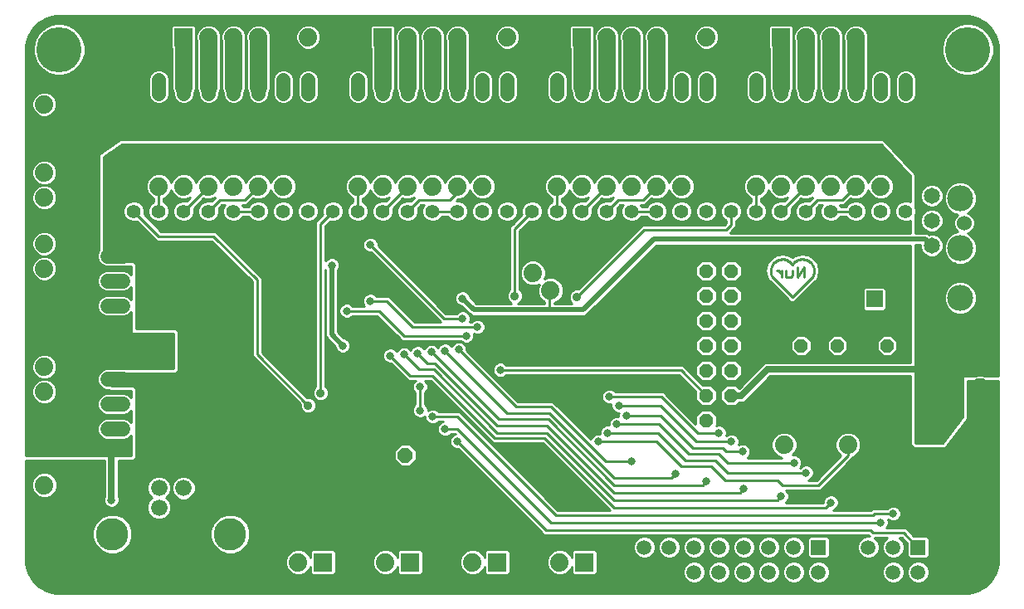
<source format=gbl>
G75*
G70*
%OFA0B0*%
%FSLAX24Y24*%
%IPPOS*%
%LPD*%
%AMOC8*
5,1,8,0,0,1.08239X$1,22.5*
%
%ADD10C,0.0090*%
%ADD11C,0.0560*%
%ADD12C,0.0560*%
%ADD13C,0.0650*%
%ADD14R,0.0650X0.0650*%
%ADD15R,0.0740X0.0740*%
%ADD16C,0.0740*%
%ADD17C,0.1050*%
%ADD18R,0.1050X0.1050*%
%ADD19C,0.0600*%
%ADD20R,0.0800X0.0800*%
%ADD21C,0.0800*%
%ADD22C,0.0827*%
%ADD23R,0.0827X0.0827*%
%ADD24C,0.0600*%
%ADD25C,0.1817*%
%ADD26C,0.0660*%
%ADD27C,0.1300*%
%ADD28OC8,0.0560*%
%ADD29C,0.0594*%
%ADD30R,0.0594X0.0594*%
%ADD31OC8,0.0520*%
%ADD32OC8,0.0600*%
%ADD33C,0.0320*%
%ADD34C,0.0100*%
%ADD35C,0.0200*%
%ADD36C,0.0700*%
%ADD37C,0.0120*%
%ADD38C,0.0250*%
%ADD39C,0.0356*%
D10*
X032965Y014590D02*
X033033Y014590D01*
X033170Y014453D01*
X033170Y014316D02*
X033170Y014590D01*
X033357Y014590D02*
X033357Y014316D01*
X033562Y014316D01*
X033630Y014385D01*
X033630Y014590D01*
X033817Y014727D02*
X033817Y014316D01*
X034091Y014727D01*
X034091Y014316D01*
D11*
X034161Y016971D03*
X035161Y016971D03*
X036161Y016971D03*
X037161Y016971D03*
X038161Y016971D03*
X033161Y016971D03*
X032161Y016971D03*
X031161Y016971D03*
X030161Y016971D03*
X029161Y016971D03*
X028161Y016971D03*
X027161Y016971D03*
X026161Y016971D03*
X025161Y016971D03*
X024161Y016971D03*
X023161Y016971D03*
X022161Y016971D03*
X021161Y016971D03*
X020161Y016971D03*
X019161Y016971D03*
X018161Y016971D03*
X017161Y016971D03*
X016161Y016971D03*
X015161Y016971D03*
X014161Y016971D03*
X013161Y016971D03*
X012161Y016971D03*
X011161Y016971D03*
X010161Y016971D03*
X009161Y016971D03*
X008161Y016971D03*
X007161Y016971D03*
D12*
X007161Y021691D02*
X007161Y022251D01*
X008161Y022251D02*
X008161Y021691D01*
X009161Y021691D02*
X009161Y022251D01*
X010161Y022251D02*
X010161Y021691D01*
X011161Y021691D02*
X011161Y022251D01*
X012161Y022251D02*
X012161Y021691D01*
X013161Y021691D02*
X013161Y022251D01*
X014161Y022251D02*
X014161Y021691D01*
X015161Y021691D02*
X015161Y022251D01*
X016161Y022251D02*
X016161Y021691D01*
X017161Y021691D02*
X017161Y022251D01*
X018161Y022251D02*
X018161Y021691D01*
X019161Y021691D02*
X019161Y022251D01*
X020161Y022251D02*
X020161Y021691D01*
X021161Y021691D02*
X021161Y022251D01*
X022161Y022251D02*
X022161Y021691D01*
X023161Y021691D02*
X023161Y022251D01*
X024161Y022251D02*
X024161Y021691D01*
X025161Y021691D02*
X025161Y022251D01*
X026161Y022251D02*
X026161Y021691D01*
X027161Y021691D02*
X027161Y022251D01*
X028161Y022251D02*
X028161Y021691D01*
X029161Y021691D02*
X029161Y022251D01*
X030161Y022251D02*
X030161Y021691D01*
X031161Y021691D02*
X031161Y022251D01*
X032161Y022251D02*
X032161Y021691D01*
X033161Y021691D02*
X033161Y022251D01*
X034161Y022251D02*
X034161Y021691D01*
X035161Y021691D02*
X035161Y022251D01*
X036161Y022251D02*
X036161Y021691D01*
X037161Y021691D02*
X037161Y022251D01*
X038161Y022251D02*
X038161Y021691D01*
D13*
X039211Y018590D03*
X039211Y017590D03*
X039211Y016590D03*
X039211Y015590D03*
X035911Y013446D03*
X030911Y019371D03*
X022911Y019371D03*
X014911Y019371D03*
X006911Y019371D03*
X010411Y011721D03*
D14*
X008411Y011721D03*
X006911Y020371D03*
X014911Y020371D03*
X022911Y020371D03*
X030911Y020371D03*
X036911Y013446D03*
D15*
X033161Y023971D03*
X031161Y023971D03*
X025161Y023971D03*
X023161Y023971D03*
X017161Y023971D03*
X015161Y023971D03*
X009161Y023971D03*
X003561Y012671D03*
X003561Y007721D03*
X014761Y002871D03*
X018261Y002871D03*
X021761Y002871D03*
X025261Y002871D03*
D16*
X024261Y002871D03*
X023261Y002871D03*
X020761Y002871D03*
X019761Y002871D03*
X017261Y002871D03*
X016261Y002871D03*
X013761Y002871D03*
X012761Y002871D03*
X003561Y004971D03*
X003561Y005971D03*
X003561Y008721D03*
X003561Y009721D03*
X003561Y010721D03*
X003561Y013671D03*
X003561Y014671D03*
X003561Y015671D03*
X003561Y017521D03*
X003561Y018521D03*
X003561Y020271D03*
X003561Y021271D03*
X008161Y017971D03*
X009161Y017971D03*
X010161Y017971D03*
X011161Y017971D03*
X012161Y017971D03*
X013161Y017971D03*
X016161Y017971D03*
X017161Y017971D03*
X018161Y017971D03*
X019161Y017971D03*
X020161Y017971D03*
X021161Y017971D03*
X024161Y017971D03*
X025161Y017971D03*
X026161Y017971D03*
X027161Y017971D03*
X028161Y017971D03*
X029161Y017971D03*
X032161Y017971D03*
X033161Y017971D03*
X034161Y017971D03*
X035161Y017971D03*
X036161Y017971D03*
X037161Y017971D03*
X036161Y023971D03*
X035161Y023971D03*
X034161Y023971D03*
X030161Y023971D03*
X028161Y023971D03*
X027161Y023971D03*
X026161Y023971D03*
X022161Y023971D03*
X020161Y023971D03*
X019161Y023971D03*
X018161Y023971D03*
X014161Y023971D03*
X012161Y023971D03*
X011161Y023971D03*
X010161Y023971D03*
X023189Y014493D03*
X023896Y013786D03*
X033281Y009361D03*
X035841Y009361D03*
X035841Y007581D03*
X033281Y007581D03*
D17*
X040354Y013490D03*
X040354Y015490D03*
X040354Y017490D03*
D18*
X040354Y019490D03*
D19*
X006711Y015171D02*
X006111Y015171D01*
X006111Y014171D02*
X006711Y014171D01*
X006711Y013171D02*
X006111Y013171D01*
X006111Y010221D02*
X006711Y010221D01*
X006711Y009221D02*
X006111Y009221D01*
X006111Y008221D02*
X006711Y008221D01*
D20*
X040061Y009021D03*
D21*
X040061Y007053D03*
D22*
X041143Y008195D03*
X041143Y009848D03*
D23*
X038978Y009848D03*
X038978Y008195D03*
D24*
X040511Y016490D03*
X040511Y018490D03*
D25*
X040661Y023471D03*
X040661Y002971D03*
X004161Y002971D03*
X004161Y023471D03*
D26*
X008169Y005851D03*
X009153Y005851D03*
X009153Y005071D03*
X008169Y005071D03*
D27*
X006291Y004001D03*
X011031Y004001D03*
D28*
X030161Y008571D03*
X031161Y008571D03*
X031161Y009571D03*
X030161Y009571D03*
X030161Y010571D03*
X031161Y010571D03*
X031161Y011571D03*
X030161Y011571D03*
X030161Y012571D03*
X031161Y012571D03*
X031161Y013571D03*
X030161Y013571D03*
X030161Y014571D03*
X031161Y014571D03*
D29*
X031661Y003471D03*
X032661Y003471D03*
X033661Y003471D03*
X033661Y002471D03*
X034661Y002471D03*
X036661Y002471D03*
X037661Y002471D03*
X038661Y002471D03*
X037661Y003471D03*
X036661Y003471D03*
X032661Y002471D03*
X031661Y002471D03*
X030661Y002471D03*
X029661Y002471D03*
X028661Y002471D03*
X027661Y002471D03*
X027661Y003471D03*
X028661Y003471D03*
X029661Y003471D03*
X030661Y003471D03*
D30*
X034661Y003471D03*
X038661Y003471D03*
D31*
X037411Y011571D03*
X035411Y011571D03*
X033961Y011571D03*
X032961Y011571D03*
D32*
X018061Y007171D03*
D33*
X019661Y008221D03*
X020161Y007721D03*
X019161Y008721D03*
X018661Y008971D03*
X018661Y009921D03*
X018561Y011271D03*
X019111Y011321D03*
X019661Y011371D03*
X020211Y011421D03*
X020511Y011971D03*
X020961Y012321D03*
X020361Y012671D03*
X020361Y013471D03*
X021911Y011221D03*
X021886Y010596D03*
X022411Y010021D03*
X026261Y009521D03*
X026636Y009171D03*
X026936Y008771D03*
X026561Y008421D03*
X026186Y008071D03*
X025811Y007721D03*
X027161Y006921D03*
X028911Y006421D03*
X030161Y006121D03*
X031661Y005821D03*
X033161Y005521D03*
X034161Y006471D03*
X033671Y006871D03*
X031616Y007317D03*
X031161Y007721D03*
X030661Y008071D03*
X035161Y005271D03*
X037161Y004471D03*
X037661Y004821D03*
X025111Y005371D03*
X023836Y006396D03*
X018011Y011221D03*
X017461Y011171D03*
X015811Y012121D03*
X015554Y011571D03*
X013911Y010771D03*
X015707Y012968D03*
X016661Y013371D03*
X015911Y014221D03*
X015111Y014796D03*
X016661Y015621D03*
X013911Y017971D03*
X008511Y015371D03*
X010061Y008121D03*
X006261Y005371D03*
X015361Y006571D03*
X027411Y014321D03*
X025461Y014871D03*
X021911Y017971D03*
X029911Y017971D03*
D34*
X002914Y002455D02*
X003090Y002150D01*
X003339Y001900D01*
X003644Y001724D01*
X003985Y001633D01*
X004161Y001621D01*
X040469Y001621D01*
X040501Y001621D01*
X040531Y001621D01*
X040707Y001633D01*
X041047Y001724D01*
X041353Y001900D01*
X041602Y002150D01*
X041778Y002455D01*
X041869Y002795D01*
X041881Y002971D01*
X041881Y010171D01*
X040661Y010171D01*
X040661Y008735D01*
X040670Y008666D01*
X040661Y008654D01*
X040661Y008639D01*
X040612Y008590D01*
X040611Y008588D01*
X040611Y008559D01*
X040523Y008471D01*
X040522Y008471D01*
X039861Y007604D01*
X039861Y007589D01*
X039812Y007540D01*
X039770Y007484D01*
X039754Y007482D01*
X039744Y007471D01*
X039674Y007471D01*
X039605Y007462D01*
X039593Y007471D01*
X038478Y007471D01*
X038361Y007589D01*
X038361Y007754D01*
X038361Y010346D01*
X032725Y010346D01*
X031717Y009338D01*
X031615Y009296D01*
X031506Y009296D01*
X031494Y009296D01*
X031339Y009141D01*
X030983Y009141D01*
X030731Y009393D01*
X030731Y009750D01*
X030983Y010001D01*
X031339Y010001D01*
X031470Y009870D01*
X032455Y010855D01*
X032556Y010896D01*
X032665Y010896D01*
X038361Y010896D01*
X038361Y015596D01*
X028139Y015596D01*
X025352Y012810D01*
X025261Y012771D01*
X025161Y012771D01*
X023811Y012771D01*
X020861Y012771D01*
X020761Y012771D01*
X020669Y012810D01*
X020317Y013161D01*
X020299Y013161D01*
X020185Y013209D01*
X020098Y013296D01*
X020051Y013410D01*
X020051Y013533D01*
X020098Y013647D01*
X020185Y013734D01*
X020299Y013781D01*
X020422Y013781D01*
X020536Y013734D01*
X020624Y013647D01*
X020671Y013533D01*
X020671Y013515D01*
X020914Y013271D01*
X022328Y013271D01*
X022275Y013293D01*
X022183Y013386D01*
X022133Y013506D01*
X022133Y013637D01*
X022183Y013757D01*
X022261Y013835D01*
X022261Y016354D01*
X022378Y016471D01*
X022378Y016471D01*
X022749Y016842D01*
X022731Y016886D01*
X022731Y017057D01*
X022796Y017215D01*
X022917Y017336D01*
X023075Y017401D01*
X023246Y017401D01*
X023404Y017336D01*
X023525Y017215D01*
X023591Y017057D01*
X023591Y016886D01*
X023525Y016728D01*
X023404Y016607D01*
X023246Y016541D01*
X023075Y016541D01*
X023032Y016560D01*
X022661Y016189D01*
X022661Y013835D01*
X022739Y013757D01*
X022789Y013637D01*
X022789Y013506D01*
X022739Y013386D01*
X022647Y013293D01*
X022594Y013271D01*
X023661Y013271D01*
X023661Y013321D01*
X023602Y013345D01*
X023455Y013492D01*
X023376Y013683D01*
X023376Y013890D01*
X023435Y014032D01*
X023292Y013973D01*
X023086Y013973D01*
X022894Y014052D01*
X022748Y014199D01*
X022669Y014390D01*
X022669Y014597D01*
X022748Y014788D01*
X022894Y014934D01*
X023086Y015013D01*
X023292Y015013D01*
X023484Y014934D01*
X023630Y014788D01*
X023709Y014597D01*
X023709Y014390D01*
X023650Y014247D01*
X023793Y014306D01*
X024000Y014306D01*
X024191Y014227D01*
X024337Y014081D01*
X024416Y013890D01*
X024416Y013683D01*
X024337Y013492D01*
X024191Y013345D01*
X024061Y013291D01*
X024061Y013271D01*
X024747Y013271D01*
X024683Y013336D01*
X024633Y013456D01*
X024633Y013587D01*
X024683Y013707D01*
X024775Y013800D01*
X024895Y013850D01*
X025006Y013850D01*
X027578Y016421D01*
X027744Y016421D01*
X030878Y016421D01*
X030961Y016504D01*
X030961Y016589D01*
X030917Y016607D01*
X030796Y016728D01*
X030731Y016886D01*
X030731Y017057D01*
X030796Y017215D01*
X030917Y017336D01*
X031075Y017401D01*
X031246Y017401D01*
X031404Y017336D01*
X031525Y017215D01*
X031591Y017057D01*
X031591Y016886D01*
X031525Y016728D01*
X031404Y016607D01*
X031361Y016589D01*
X031361Y016504D01*
X031361Y016339D01*
X031161Y016139D01*
X031119Y016096D01*
X038361Y016096D01*
X038361Y016589D01*
X038246Y016541D01*
X038075Y016541D01*
X037917Y016607D01*
X037796Y016728D01*
X037731Y016886D01*
X037731Y017057D01*
X037796Y017215D01*
X037917Y017336D01*
X038075Y017401D01*
X038246Y017401D01*
X038361Y017354D01*
X038361Y018393D01*
X037174Y019671D01*
X006674Y019671D01*
X005961Y019168D01*
X005961Y015137D01*
X006126Y014971D01*
X007144Y014971D01*
X007261Y014854D01*
X007261Y014689D01*
X007261Y012271D01*
X008844Y012271D01*
X008961Y012154D01*
X008961Y011989D01*
X008961Y010589D01*
X008844Y010471D01*
X008678Y010471D01*
X006267Y010471D01*
X006161Y010365D01*
X006161Y010078D01*
X006267Y009971D01*
X007144Y009971D01*
X007261Y009854D01*
X007261Y009689D01*
X007261Y007089D01*
X007144Y006971D01*
X006978Y006971D01*
X006536Y006971D01*
X006536Y005518D01*
X006571Y005433D01*
X006571Y005310D01*
X006524Y005196D01*
X006436Y005109D01*
X006322Y005061D01*
X006199Y005061D01*
X006085Y005109D01*
X005998Y005196D01*
X005951Y005310D01*
X005951Y005433D01*
X005986Y005518D01*
X005986Y006971D01*
X002811Y006971D01*
X002811Y002971D01*
X002822Y002795D01*
X002914Y002455D01*
X002913Y002457D02*
X013440Y002457D01*
X013466Y002431D02*
X013320Y002577D01*
X013241Y002768D01*
X013241Y002975D01*
X013320Y003166D01*
X013466Y003312D01*
X013657Y003391D01*
X013864Y003391D01*
X014055Y003312D01*
X014202Y003166D01*
X014241Y003071D01*
X014241Y003304D01*
X014329Y003391D01*
X015193Y003391D01*
X015281Y003304D01*
X015281Y002439D01*
X015193Y002351D01*
X014329Y002351D01*
X014241Y002439D01*
X014241Y002672D01*
X014202Y002577D01*
X014055Y002431D01*
X013864Y002351D01*
X013657Y002351D01*
X013466Y002431D01*
X013341Y002555D02*
X002887Y002555D01*
X002860Y002654D02*
X013288Y002654D01*
X013247Y002753D02*
X002834Y002753D01*
X002819Y002851D02*
X013241Y002851D01*
X013241Y002950D02*
X002812Y002950D01*
X002811Y003048D02*
X013271Y003048D01*
X013312Y003147D02*
X002811Y003147D01*
X002811Y003245D02*
X006026Y003245D01*
X006132Y003201D02*
X006450Y003201D01*
X006744Y003323D01*
X006969Y003548D01*
X007091Y003842D01*
X007091Y004161D01*
X006969Y004455D01*
X006744Y004680D01*
X006450Y004801D01*
X006132Y004801D01*
X005838Y004680D01*
X005613Y004455D01*
X005491Y004161D01*
X005491Y003842D01*
X005613Y003548D01*
X005838Y003323D01*
X006132Y003201D01*
X005817Y003344D02*
X002811Y003344D01*
X002811Y003442D02*
X005719Y003442D01*
X005620Y003541D02*
X002811Y003541D01*
X002811Y003639D02*
X005575Y003639D01*
X005534Y003738D02*
X002811Y003738D01*
X002811Y003837D02*
X005493Y003837D01*
X005491Y003935D02*
X002811Y003935D01*
X002811Y004034D02*
X005491Y004034D01*
X005491Y004132D02*
X002811Y004132D01*
X002811Y004231D02*
X005520Y004231D01*
X005561Y004329D02*
X002811Y004329D01*
X002811Y004428D02*
X005601Y004428D01*
X005684Y004526D02*
X002811Y004526D01*
X002811Y004625D02*
X005783Y004625D01*
X005943Y004723D02*
X002811Y004723D01*
X002811Y004822D02*
X007752Y004822D01*
X007762Y004800D02*
X007897Y004665D01*
X008073Y004591D01*
X008264Y004591D01*
X008441Y004665D01*
X008576Y004800D01*
X008649Y004976D01*
X008649Y005167D01*
X008576Y005343D01*
X008457Y005461D01*
X008576Y005580D01*
X008649Y005756D01*
X008649Y005947D01*
X008576Y006123D01*
X008441Y006258D01*
X008264Y006331D01*
X008073Y006331D01*
X007897Y006258D01*
X007762Y006123D01*
X007689Y005947D01*
X007689Y005756D01*
X007762Y005580D01*
X007880Y005461D01*
X007762Y005343D01*
X007689Y005167D01*
X007689Y004976D01*
X007762Y004800D01*
X007838Y004723D02*
X006638Y004723D01*
X006799Y004625D02*
X007993Y004625D01*
X008345Y004625D02*
X010523Y004625D01*
X010578Y004680D02*
X010353Y004455D01*
X010231Y004161D01*
X010231Y003842D01*
X010353Y003548D01*
X010578Y003323D01*
X010872Y003201D01*
X011190Y003201D01*
X011484Y003323D01*
X011709Y003548D01*
X011831Y003842D01*
X011831Y004161D01*
X011709Y004455D01*
X011484Y004680D01*
X011190Y004801D01*
X010872Y004801D01*
X010578Y004680D01*
X010683Y004723D02*
X008499Y004723D01*
X008585Y004822D02*
X022777Y004822D01*
X022679Y004921D02*
X008626Y004921D01*
X008649Y005019D02*
X022580Y005019D01*
X022482Y005118D02*
X008649Y005118D01*
X008628Y005216D02*
X022383Y005216D01*
X022285Y005315D02*
X008587Y005315D01*
X008506Y005413D02*
X008957Y005413D01*
X008881Y005445D02*
X009057Y005371D01*
X009248Y005371D01*
X009425Y005445D01*
X009560Y005580D01*
X009633Y005756D01*
X009633Y005947D01*
X009560Y006123D01*
X009425Y006258D01*
X009248Y006331D01*
X009057Y006331D01*
X008881Y006258D01*
X008746Y006123D01*
X008673Y005947D01*
X008673Y005756D01*
X008746Y005580D01*
X008881Y005445D01*
X008814Y005512D02*
X008508Y005512D01*
X008588Y005610D02*
X008733Y005610D01*
X008692Y005709D02*
X008629Y005709D01*
X008649Y005807D02*
X008673Y005807D01*
X008673Y005906D02*
X008649Y005906D01*
X008625Y006004D02*
X008697Y006004D01*
X008738Y006103D02*
X008584Y006103D01*
X008497Y006202D02*
X008824Y006202D01*
X008982Y006300D02*
X008340Y006300D01*
X007998Y006300D02*
X006536Y006300D01*
X006536Y006202D02*
X007840Y006202D01*
X007753Y006103D02*
X006536Y006103D01*
X006536Y006004D02*
X007713Y006004D01*
X007689Y005906D02*
X006536Y005906D01*
X006536Y005807D02*
X007689Y005807D01*
X007708Y005709D02*
X006536Y005709D01*
X006536Y005610D02*
X007749Y005610D01*
X007830Y005512D02*
X006538Y005512D01*
X006571Y005413D02*
X007832Y005413D01*
X007750Y005315D02*
X006571Y005315D01*
X006532Y005216D02*
X007709Y005216D01*
X007689Y005118D02*
X006445Y005118D01*
X006076Y005118D02*
X002811Y005118D01*
X002811Y005216D02*
X005990Y005216D01*
X005951Y005315D02*
X002811Y005315D01*
X002811Y005413D02*
X005951Y005413D01*
X005983Y005512D02*
X003810Y005512D01*
X003855Y005531D02*
X003664Y005451D01*
X003457Y005451D01*
X003266Y005531D01*
X003120Y005677D01*
X003041Y005868D01*
X003041Y006075D01*
X003120Y006266D01*
X003266Y006412D01*
X003457Y006491D01*
X003664Y006491D01*
X003855Y006412D01*
X004002Y006266D01*
X004081Y006075D01*
X004081Y005868D01*
X004002Y005677D01*
X003855Y005531D01*
X003935Y005610D02*
X005986Y005610D01*
X005986Y005709D02*
X004015Y005709D01*
X004056Y005807D02*
X005986Y005807D01*
X005986Y005906D02*
X004081Y005906D01*
X004081Y006004D02*
X005986Y006004D01*
X005986Y006103D02*
X004069Y006103D01*
X004028Y006202D02*
X005986Y006202D01*
X005986Y006300D02*
X003967Y006300D01*
X003869Y006399D02*
X005986Y006399D01*
X005986Y006497D02*
X002811Y006497D01*
X002811Y006399D02*
X003253Y006399D01*
X003154Y006300D02*
X002811Y006300D01*
X002811Y006202D02*
X003093Y006202D01*
X003052Y006103D02*
X002811Y006103D01*
X002811Y006004D02*
X003041Y006004D01*
X003041Y005906D02*
X002811Y005906D01*
X002811Y005807D02*
X003066Y005807D01*
X003107Y005709D02*
X002811Y005709D01*
X002811Y005610D02*
X003187Y005610D01*
X003312Y005512D02*
X002811Y005512D01*
X002811Y005019D02*
X007689Y005019D01*
X007712Y004921D02*
X002811Y004921D01*
X002811Y006596D02*
X005986Y006596D01*
X005986Y006694D02*
X002811Y006694D01*
X002811Y006793D02*
X005986Y006793D01*
X005986Y006891D02*
X002811Y006891D01*
X002811Y007171D02*
X002811Y023471D01*
X002822Y023648D01*
X002914Y023988D01*
X003090Y024293D01*
X003339Y024543D01*
X003644Y024719D01*
X003985Y024810D01*
X004161Y024821D01*
X004212Y024821D01*
X004223Y024821D01*
X040531Y024821D01*
X040707Y024810D01*
X041047Y024719D01*
X041353Y024543D01*
X041602Y024293D01*
X041778Y023988D01*
X041869Y023648D01*
X041881Y023471D01*
X041881Y023426D01*
X041881Y023409D01*
X041881Y010371D01*
X041300Y010371D01*
X041252Y010392D01*
X041035Y010392D01*
X040987Y010371D01*
X040461Y010371D01*
X040461Y008721D01*
X039661Y007671D01*
X038561Y007671D01*
X038561Y015616D01*
X038756Y015616D01*
X038756Y015500D01*
X038825Y015333D01*
X038953Y015205D01*
X039120Y015135D01*
X039301Y015135D01*
X039469Y015205D01*
X039596Y015333D01*
X039666Y015500D01*
X039666Y015681D01*
X039596Y015848D01*
X039469Y015976D01*
X039301Y016045D01*
X039120Y016045D01*
X039093Y016034D01*
X039050Y016076D01*
X038561Y016076D01*
X038561Y016866D01*
X038571Y016890D01*
X038571Y017053D01*
X038561Y017077D01*
X038561Y018471D01*
X037261Y019871D01*
X006611Y019871D01*
X005761Y019271D01*
X005761Y015430D01*
X005746Y015415D01*
X005681Y015257D01*
X005681Y015086D01*
X005746Y014928D01*
X005867Y014807D01*
X006025Y014741D01*
X006796Y014741D01*
X006869Y014771D01*
X007061Y014771D01*
X007061Y014430D01*
X006954Y014536D01*
X006796Y014601D01*
X006025Y014601D01*
X005867Y014536D01*
X005746Y014415D01*
X005681Y014257D01*
X005681Y014086D01*
X005746Y013928D01*
X005867Y013807D01*
X006025Y013741D01*
X006796Y013741D01*
X006954Y013807D01*
X007061Y013913D01*
X007061Y013430D01*
X006954Y013536D01*
X006796Y013601D01*
X006025Y013601D01*
X005867Y013536D01*
X005746Y013415D01*
X005681Y013257D01*
X005681Y013086D01*
X005746Y012928D01*
X005867Y012807D01*
X006025Y012741D01*
X006796Y012741D01*
X006954Y012807D01*
X007061Y012913D01*
X007061Y012071D01*
X008761Y012071D01*
X008761Y010671D01*
X006184Y010671D01*
X006164Y010651D01*
X006025Y010651D01*
X005867Y010586D01*
X005746Y010465D01*
X005681Y010307D01*
X005681Y010136D01*
X005746Y009978D01*
X005867Y009857D01*
X006025Y009791D01*
X006164Y009791D01*
X006184Y009771D01*
X007061Y009771D01*
X007061Y009480D01*
X006954Y009586D01*
X006796Y009651D01*
X006025Y009651D01*
X005867Y009586D01*
X005746Y009465D01*
X005681Y009307D01*
X005681Y009136D01*
X005746Y008978D01*
X005867Y008857D01*
X006025Y008791D01*
X006796Y008791D01*
X006954Y008857D01*
X007061Y008963D01*
X007061Y008480D01*
X006954Y008586D01*
X006796Y008651D01*
X006025Y008651D01*
X005867Y008586D01*
X005746Y008465D01*
X005681Y008307D01*
X005681Y008136D01*
X005746Y007978D01*
X005867Y007857D01*
X006025Y007791D01*
X006796Y007791D01*
X006954Y007857D01*
X007061Y007963D01*
X007061Y007171D01*
X002811Y007171D01*
X002811Y007187D02*
X007061Y007187D01*
X007061Y007286D02*
X002811Y007286D01*
X002811Y007384D02*
X007061Y007384D01*
X007061Y007483D02*
X002811Y007483D01*
X002811Y007581D02*
X007061Y007581D01*
X007061Y007680D02*
X002811Y007680D01*
X002811Y007778D02*
X007061Y007778D01*
X007061Y007877D02*
X006974Y007877D01*
X007261Y007877D02*
X019890Y007877D01*
X019898Y007897D02*
X019851Y007783D01*
X019851Y007660D01*
X019898Y007546D01*
X019985Y007459D01*
X020099Y007411D01*
X020188Y007411D01*
X023511Y004089D01*
X023628Y003971D01*
X036652Y003971D01*
X036705Y003918D01*
X036572Y003918D01*
X036408Y003850D01*
X036282Y003725D01*
X036214Y003560D01*
X036214Y003383D01*
X036282Y003218D01*
X036408Y003093D01*
X036572Y003025D01*
X036750Y003025D01*
X036914Y003093D01*
X037040Y003218D01*
X037108Y003383D01*
X037108Y003560D01*
X037040Y003725D01*
X036919Y003846D01*
X036944Y003846D01*
X037403Y003846D01*
X037282Y003725D01*
X037214Y003560D01*
X037214Y003383D01*
X037282Y003218D01*
X037408Y003093D01*
X037572Y003025D01*
X037750Y003025D01*
X037914Y003093D01*
X038040Y003218D01*
X038108Y003383D01*
X038108Y003560D01*
X038040Y003725D01*
X037919Y003846D01*
X038004Y003846D01*
X038214Y003635D01*
X038214Y003112D01*
X038302Y003025D01*
X039020Y003025D01*
X039108Y003112D01*
X039108Y003830D01*
X039020Y003918D01*
X038497Y003918D01*
X038170Y004246D01*
X038004Y004246D01*
X037373Y004246D01*
X037424Y004296D01*
X037471Y004410D01*
X037471Y004533D01*
X037442Y004601D01*
X037485Y004559D01*
X037599Y004511D01*
X037722Y004511D01*
X037836Y004559D01*
X037924Y004646D01*
X037971Y004760D01*
X037971Y004883D01*
X037924Y004997D01*
X037836Y005084D01*
X037722Y005131D01*
X037599Y005131D01*
X037485Y005084D01*
X037422Y005021D01*
X036994Y005021D01*
X036828Y005021D01*
X036778Y004971D01*
X035246Y004971D01*
X035336Y005009D01*
X035424Y005096D01*
X035471Y005210D01*
X035471Y005333D01*
X035424Y005447D01*
X035336Y005534D01*
X035222Y005581D01*
X035099Y005581D01*
X034985Y005534D01*
X034898Y005447D01*
X034851Y005333D01*
X034851Y005271D01*
X033349Y005271D01*
X033424Y005346D01*
X033471Y005460D01*
X033471Y005583D01*
X033424Y005697D01*
X033349Y005771D01*
X034568Y005771D01*
X034734Y005771D01*
X035924Y006962D01*
X036041Y007079D01*
X036041Y007101D01*
X036135Y007141D01*
X036282Y007287D01*
X036361Y007478D01*
X036361Y007685D01*
X036282Y007876D01*
X036135Y008022D01*
X035944Y008101D01*
X035737Y008101D01*
X035546Y008022D01*
X035400Y007876D01*
X035321Y007685D01*
X035321Y007478D01*
X035400Y007287D01*
X035542Y007145D01*
X034568Y006171D01*
X034246Y006171D01*
X034336Y006209D01*
X034424Y006296D01*
X034471Y006410D01*
X034471Y006533D01*
X034424Y006647D01*
X034336Y006734D01*
X034222Y006781D01*
X034099Y006781D01*
X033985Y006734D01*
X033922Y006671D01*
X033909Y006671D01*
X033933Y006696D01*
X033980Y006810D01*
X033980Y006933D01*
X033933Y007047D01*
X033846Y007134D01*
X033732Y007181D01*
X033616Y007181D01*
X033722Y007287D01*
X033801Y007478D01*
X033801Y007685D01*
X033722Y007876D01*
X033575Y008022D01*
X033384Y008101D01*
X033177Y008101D01*
X032986Y008022D01*
X032840Y007876D01*
X032761Y007685D01*
X032761Y007478D01*
X032840Y007287D01*
X032986Y007141D01*
X033165Y007066D01*
X031804Y007066D01*
X031878Y007141D01*
X031926Y007255D01*
X031926Y007378D01*
X031878Y007492D01*
X031791Y007579D01*
X031677Y007627D01*
X031554Y007627D01*
X031440Y007579D01*
X031435Y007575D01*
X031471Y007660D01*
X031471Y007783D01*
X031424Y007897D01*
X031336Y007984D01*
X031222Y008031D01*
X031099Y008031D01*
X030985Y007984D01*
X030942Y007941D01*
X030971Y008010D01*
X030971Y008133D01*
X030924Y008247D01*
X030836Y008334D01*
X030722Y008381D01*
X030599Y008381D01*
X030564Y008367D01*
X030591Y008393D01*
X030591Y008750D01*
X030339Y009001D01*
X029983Y009001D01*
X029731Y008750D01*
X029731Y008434D01*
X028561Y009604D01*
X028444Y009721D01*
X026499Y009721D01*
X026436Y009784D01*
X026322Y009831D01*
X026199Y009831D01*
X026085Y009784D01*
X025998Y009697D01*
X025951Y009583D01*
X025951Y009460D01*
X025998Y009346D01*
X026085Y009259D01*
X026199Y009211D01*
X026322Y009211D01*
X026326Y009213D01*
X026326Y009110D01*
X026373Y008996D01*
X026460Y008909D01*
X026574Y008861D01*
X026638Y008861D01*
X026626Y008833D01*
X026626Y008730D01*
X026622Y008731D01*
X026499Y008731D01*
X026385Y008684D01*
X026298Y008597D01*
X026251Y008483D01*
X026251Y008380D01*
X026247Y008381D01*
X026124Y008381D01*
X026010Y008334D01*
X025923Y008247D01*
X025876Y008133D01*
X025876Y008030D01*
X025872Y008031D01*
X025749Y008031D01*
X025635Y007984D01*
X025548Y007897D01*
X025510Y007805D01*
X023994Y009321D01*
X023828Y009321D01*
X022594Y009321D01*
X020521Y011394D01*
X020521Y011483D01*
X020474Y011597D01*
X020386Y011684D01*
X020272Y011731D01*
X020149Y011731D01*
X020035Y011684D01*
X019948Y011597D01*
X019925Y011543D01*
X019924Y011547D01*
X019836Y011634D01*
X019722Y011681D01*
X019599Y011681D01*
X019485Y011634D01*
X019398Y011547D01*
X019375Y011493D01*
X019374Y011497D01*
X019286Y011584D01*
X019172Y011631D01*
X019049Y011631D01*
X018935Y011584D01*
X018848Y011497D01*
X018825Y011443D01*
X018824Y011447D01*
X018736Y011534D01*
X018622Y011581D01*
X018499Y011581D01*
X018385Y011534D01*
X018298Y011447D01*
X018275Y011393D01*
X018274Y011397D01*
X018186Y011484D01*
X018072Y011531D01*
X017949Y011531D01*
X017835Y011484D01*
X017748Y011397D01*
X017725Y011343D01*
X017724Y011347D01*
X017636Y011434D01*
X017522Y011481D01*
X017399Y011481D01*
X017285Y011434D01*
X017198Y011347D01*
X017151Y011233D01*
X017151Y011110D01*
X017198Y010996D01*
X017285Y010909D01*
X017399Y010861D01*
X017488Y010861D01*
X018061Y010289D01*
X018178Y010171D01*
X018472Y010171D01*
X018398Y010097D01*
X018351Y009983D01*
X018351Y009860D01*
X018398Y009746D01*
X018461Y009683D01*
X018461Y009210D01*
X018398Y009147D01*
X018351Y009033D01*
X018351Y008910D01*
X018398Y008796D01*
X018485Y008709D01*
X018599Y008661D01*
X018722Y008661D01*
X018836Y008709D01*
X018851Y008723D01*
X018851Y008660D01*
X018898Y008546D01*
X018985Y008459D01*
X019099Y008411D01*
X019222Y008411D01*
X019336Y008459D01*
X019399Y008521D01*
X019575Y008521D01*
X019485Y008484D01*
X019398Y008397D01*
X019351Y008283D01*
X019351Y008160D01*
X019398Y008046D01*
X019485Y007959D01*
X019599Y007911D01*
X019722Y007911D01*
X019836Y007959D01*
X019899Y008021D01*
X020075Y008021D01*
X019985Y007984D01*
X019898Y007897D01*
X019853Y007975D02*
X019976Y007975D01*
X019851Y007778D02*
X007261Y007778D01*
X007261Y007680D02*
X019851Y007680D01*
X019883Y007581D02*
X018287Y007581D01*
X018247Y007621D02*
X017874Y007621D01*
X017611Y007358D01*
X017611Y006985D01*
X017874Y006721D01*
X018247Y006721D01*
X018511Y006985D01*
X018511Y007358D01*
X018247Y007621D01*
X018386Y007483D02*
X019961Y007483D01*
X020215Y007384D02*
X018485Y007384D01*
X018511Y007286D02*
X020314Y007286D01*
X020412Y007187D02*
X018511Y007187D01*
X018511Y007088D02*
X020511Y007088D01*
X020609Y006990D02*
X018511Y006990D01*
X018417Y006891D02*
X020708Y006891D01*
X020807Y006793D02*
X018319Y006793D01*
X017803Y006793D02*
X006536Y006793D01*
X006536Y006891D02*
X017704Y006891D01*
X017611Y006990D02*
X007162Y006990D01*
X007261Y007088D02*
X017611Y007088D01*
X017611Y007187D02*
X007261Y007187D01*
X007261Y007286D02*
X017611Y007286D01*
X017637Y007384D02*
X007261Y007384D01*
X007261Y007483D02*
X017736Y007483D01*
X017834Y007581D02*
X007261Y007581D01*
X007261Y007975D02*
X019469Y007975D01*
X019386Y008074D02*
X007261Y008074D01*
X007261Y008172D02*
X019351Y008172D01*
X019351Y008271D02*
X007261Y008271D01*
X007261Y008370D02*
X019387Y008370D01*
X019346Y008468D02*
X019469Y008468D01*
X019661Y008221D02*
X020161Y008221D01*
X023911Y004471D01*
X037161Y004471D01*
X037437Y004329D02*
X041881Y004329D01*
X041881Y004231D02*
X038184Y004231D01*
X038283Y004132D02*
X041881Y004132D01*
X041881Y004034D02*
X038381Y004034D01*
X038480Y003935D02*
X041881Y003935D01*
X041881Y003837D02*
X039102Y003837D01*
X039108Y003738D02*
X041881Y003738D01*
X041881Y003639D02*
X039108Y003639D01*
X039108Y003541D02*
X041881Y003541D01*
X041881Y003442D02*
X039108Y003442D01*
X039108Y003344D02*
X041881Y003344D01*
X041881Y003245D02*
X039108Y003245D01*
X039108Y003147D02*
X041881Y003147D01*
X041881Y003048D02*
X039043Y003048D01*
X038914Y002850D02*
X038750Y002918D01*
X038572Y002918D01*
X038408Y002850D01*
X038282Y002725D01*
X038214Y002560D01*
X038214Y002383D01*
X038282Y002218D01*
X038408Y002093D01*
X038572Y002025D01*
X038750Y002025D01*
X038914Y002093D01*
X039040Y002218D01*
X039108Y002383D01*
X039108Y002560D01*
X039040Y002725D01*
X038914Y002850D01*
X038912Y002851D02*
X041873Y002851D01*
X041879Y002950D02*
X025781Y002950D01*
X025781Y003048D02*
X027515Y003048D01*
X027572Y003025D02*
X027408Y003093D01*
X027282Y003218D01*
X027214Y003383D01*
X027214Y003560D01*
X027282Y003725D01*
X027408Y003850D01*
X027572Y003918D01*
X027750Y003918D01*
X027914Y003850D01*
X028040Y003725D01*
X028108Y003560D01*
X028108Y003383D01*
X028040Y003218D01*
X027914Y003093D01*
X027750Y003025D01*
X027572Y003025D01*
X027806Y003048D02*
X028515Y003048D01*
X028572Y003025D02*
X028408Y003093D01*
X028282Y003218D01*
X028214Y003383D01*
X028214Y003560D01*
X028282Y003725D01*
X028408Y003850D01*
X028572Y003918D01*
X028750Y003918D01*
X028914Y003850D01*
X029040Y003725D01*
X029108Y003560D01*
X029108Y003383D01*
X029040Y003218D01*
X028914Y003093D01*
X028750Y003025D01*
X028572Y003025D01*
X028806Y003048D02*
X029515Y003048D01*
X029572Y003025D02*
X029408Y003093D01*
X029282Y003218D01*
X029214Y003383D01*
X029214Y003560D01*
X029282Y003725D01*
X029408Y003850D01*
X029572Y003918D01*
X029750Y003918D01*
X029914Y003850D01*
X030040Y003725D01*
X030108Y003560D01*
X030108Y003383D01*
X030040Y003218D01*
X029914Y003093D01*
X029750Y003025D01*
X029572Y003025D01*
X029572Y002918D02*
X029408Y002850D01*
X029282Y002725D01*
X029214Y002560D01*
X029214Y002383D01*
X029282Y002218D01*
X029408Y002093D01*
X029572Y002025D01*
X029750Y002025D01*
X029914Y002093D01*
X030040Y002218D01*
X030108Y002383D01*
X030108Y002560D01*
X030040Y002725D01*
X029914Y002850D01*
X029750Y002918D01*
X029572Y002918D01*
X029410Y002851D02*
X025781Y002851D01*
X025781Y002753D02*
X029310Y002753D01*
X029253Y002654D02*
X025781Y002654D01*
X025781Y002555D02*
X029214Y002555D01*
X029214Y002457D02*
X025781Y002457D01*
X025781Y002439D02*
X025781Y003304D01*
X025693Y003391D01*
X024829Y003391D01*
X024741Y003304D01*
X024741Y003071D01*
X024702Y003166D01*
X024555Y003312D01*
X024364Y003391D01*
X024157Y003391D01*
X023966Y003312D01*
X023820Y003166D01*
X023741Y002975D01*
X023741Y002768D01*
X023820Y002577D01*
X023966Y002431D01*
X024157Y002351D01*
X024364Y002351D01*
X024555Y002431D01*
X024702Y002577D01*
X024741Y002672D01*
X024741Y002439D01*
X024829Y002351D01*
X025693Y002351D01*
X025781Y002439D01*
X025700Y002358D02*
X029224Y002358D01*
X029265Y002260D02*
X003026Y002260D01*
X002969Y002358D02*
X013641Y002358D01*
X013881Y002358D02*
X014322Y002358D01*
X014241Y002457D02*
X014082Y002457D01*
X014180Y002555D02*
X014241Y002555D01*
X014233Y002654D02*
X014241Y002654D01*
X014210Y003147D02*
X014241Y003147D01*
X014241Y003245D02*
X014122Y003245D01*
X013979Y003344D02*
X014281Y003344D01*
X013542Y003344D02*
X011504Y003344D01*
X011603Y003442D02*
X027214Y003442D01*
X027214Y003541D02*
X011702Y003541D01*
X011747Y003639D02*
X027247Y003639D01*
X027295Y003738D02*
X011788Y003738D01*
X011828Y003837D02*
X027394Y003837D01*
X027230Y003344D02*
X025741Y003344D01*
X025781Y003245D02*
X027271Y003245D01*
X027354Y003147D02*
X025781Y003147D01*
X024781Y003344D02*
X024479Y003344D01*
X024622Y003245D02*
X024741Y003245D01*
X024741Y003147D02*
X024710Y003147D01*
X024733Y002654D02*
X024741Y002654D01*
X024741Y002555D02*
X024680Y002555D01*
X024741Y002457D02*
X024582Y002457D01*
X024381Y002358D02*
X024822Y002358D01*
X024141Y002358D02*
X022200Y002358D01*
X022193Y002351D02*
X022281Y002439D01*
X022281Y003304D01*
X022193Y003391D01*
X021329Y003391D01*
X021241Y003304D01*
X021241Y003071D01*
X021202Y003166D01*
X021055Y003312D01*
X020864Y003391D01*
X020657Y003391D01*
X020466Y003312D01*
X020320Y003166D01*
X020241Y002975D01*
X020241Y002768D01*
X020320Y002577D01*
X020466Y002431D01*
X020657Y002351D01*
X020864Y002351D01*
X021055Y002431D01*
X021202Y002577D01*
X021241Y002672D01*
X021241Y002439D01*
X021329Y002351D01*
X022193Y002351D01*
X022281Y002457D02*
X023940Y002457D01*
X023841Y002555D02*
X022281Y002555D01*
X022281Y002654D02*
X023788Y002654D01*
X023747Y002753D02*
X022281Y002753D01*
X022281Y002851D02*
X023741Y002851D01*
X023741Y002950D02*
X022281Y002950D01*
X022281Y003048D02*
X023771Y003048D01*
X023812Y003147D02*
X022281Y003147D01*
X022281Y003245D02*
X023899Y003245D01*
X024042Y003344D02*
X022241Y003344D01*
X021281Y003344D02*
X020979Y003344D01*
X021122Y003245D02*
X021241Y003245D01*
X021241Y003147D02*
X021210Y003147D01*
X021233Y002654D02*
X021241Y002654D01*
X021241Y002555D02*
X021180Y002555D01*
X021241Y002457D02*
X021082Y002457D01*
X020881Y002358D02*
X021322Y002358D01*
X020641Y002358D02*
X018700Y002358D01*
X018693Y002351D02*
X018781Y002439D01*
X018781Y003304D01*
X018693Y003391D01*
X017829Y003391D01*
X017741Y003304D01*
X017741Y003071D01*
X017702Y003166D01*
X017555Y003312D01*
X017364Y003391D01*
X017157Y003391D01*
X016966Y003312D01*
X016820Y003166D01*
X016741Y002975D01*
X016741Y002768D01*
X016820Y002577D01*
X016966Y002431D01*
X017157Y002351D01*
X017364Y002351D01*
X017555Y002431D01*
X017702Y002577D01*
X017741Y002672D01*
X017741Y002439D01*
X017829Y002351D01*
X018693Y002351D01*
X018781Y002457D02*
X020440Y002457D01*
X020341Y002555D02*
X018781Y002555D01*
X018781Y002654D02*
X020288Y002654D01*
X020247Y002753D02*
X018781Y002753D01*
X018781Y002851D02*
X020241Y002851D01*
X020241Y002950D02*
X018781Y002950D01*
X018781Y003048D02*
X020271Y003048D01*
X020312Y003147D02*
X018781Y003147D01*
X018781Y003245D02*
X020399Y003245D01*
X020542Y003344D02*
X018741Y003344D01*
X017781Y003344D02*
X017479Y003344D01*
X017622Y003245D02*
X017741Y003245D01*
X017741Y003147D02*
X017710Y003147D01*
X017042Y003344D02*
X015241Y003344D01*
X015281Y003245D02*
X016899Y003245D01*
X016812Y003147D02*
X015281Y003147D01*
X015281Y003048D02*
X016771Y003048D01*
X016741Y002950D02*
X015281Y002950D01*
X015281Y002851D02*
X016741Y002851D01*
X016747Y002753D02*
X015281Y002753D01*
X015281Y002654D02*
X016788Y002654D01*
X016841Y002555D02*
X015281Y002555D01*
X015281Y002457D02*
X016940Y002457D01*
X017141Y002358D02*
X015200Y002358D01*
X013399Y003245D02*
X011296Y003245D01*
X010766Y003245D02*
X006556Y003245D01*
X006764Y003344D02*
X010557Y003344D01*
X010459Y003442D02*
X006863Y003442D01*
X006962Y003541D02*
X010360Y003541D01*
X010315Y003639D02*
X007007Y003639D01*
X007048Y003738D02*
X010274Y003738D01*
X010233Y003837D02*
X007088Y003837D01*
X007091Y003935D02*
X010231Y003935D01*
X010231Y004034D02*
X007091Y004034D01*
X007091Y004132D02*
X010231Y004132D01*
X010260Y004231D02*
X007062Y004231D01*
X007021Y004329D02*
X010301Y004329D01*
X010341Y004428D02*
X006980Y004428D01*
X006897Y004526D02*
X010424Y004526D01*
X011378Y004723D02*
X022876Y004723D01*
X022975Y004625D02*
X011539Y004625D01*
X011637Y004526D02*
X023073Y004526D01*
X023172Y004428D02*
X011720Y004428D01*
X011761Y004329D02*
X023270Y004329D01*
X023369Y004231D02*
X011802Y004231D01*
X011831Y004132D02*
X023467Y004132D01*
X023566Y004034D02*
X011831Y004034D01*
X011831Y003935D02*
X036688Y003935D01*
X036861Y004046D02*
X036735Y004171D01*
X023711Y004171D01*
X020161Y007721D01*
X020894Y008271D02*
X020978Y008271D01*
X020993Y008172D02*
X021077Y008172D01*
X021091Y008074D02*
X021176Y008074D01*
X021190Y007975D02*
X021274Y007975D01*
X021288Y007877D02*
X021373Y007877D01*
X021387Y007778D02*
X021471Y007778D01*
X021461Y007789D02*
X021578Y007671D01*
X023578Y007671D01*
X026261Y004989D01*
X026278Y004971D01*
X024194Y004971D01*
X020244Y008921D01*
X020078Y008921D01*
X019399Y008921D01*
X019336Y008984D01*
X019222Y009031D01*
X019099Y009031D01*
X018985Y008984D01*
X018971Y008970D01*
X018971Y009033D01*
X018924Y009147D01*
X018861Y009210D01*
X018861Y009683D01*
X018924Y009746D01*
X018971Y009860D01*
X018971Y009983D01*
X018924Y010097D01*
X018849Y010171D01*
X019078Y010171D01*
X021461Y007789D01*
X021485Y007680D02*
X021570Y007680D01*
X021584Y007581D02*
X023668Y007581D01*
X023767Y007483D02*
X021682Y007483D01*
X021781Y007384D02*
X023865Y007384D01*
X023964Y007286D02*
X021880Y007286D01*
X021978Y007187D02*
X024062Y007187D01*
X024161Y007088D02*
X022077Y007088D01*
X022175Y006990D02*
X024259Y006990D01*
X024358Y006891D02*
X022274Y006891D01*
X022372Y006793D02*
X024457Y006793D01*
X024555Y006694D02*
X022471Y006694D01*
X022569Y006596D02*
X024654Y006596D01*
X024752Y006497D02*
X022668Y006497D01*
X022766Y006399D02*
X024851Y006399D01*
X024949Y006300D02*
X022865Y006300D01*
X022964Y006202D02*
X025048Y006202D01*
X025146Y006103D02*
X023062Y006103D01*
X023161Y006004D02*
X025245Y006004D01*
X025343Y005906D02*
X023259Y005906D01*
X023358Y005807D02*
X025442Y005807D01*
X025541Y005709D02*
X023456Y005709D01*
X023555Y005610D02*
X025639Y005610D01*
X025738Y005512D02*
X023653Y005512D01*
X023752Y005413D02*
X025836Y005413D01*
X025935Y005315D02*
X023850Y005315D01*
X023949Y005216D02*
X026033Y005216D01*
X026132Y005118D02*
X024047Y005118D01*
X024146Y005019D02*
X026230Y005019D01*
X026461Y005071D02*
X034961Y005071D01*
X035161Y005271D01*
X035438Y005413D02*
X041881Y005413D01*
X041881Y005315D02*
X035471Y005315D01*
X035471Y005216D02*
X041881Y005216D01*
X041881Y005118D02*
X037756Y005118D01*
X037902Y005019D02*
X041881Y005019D01*
X041881Y004921D02*
X037955Y004921D01*
X037971Y004822D02*
X041881Y004822D01*
X041881Y004723D02*
X037956Y004723D01*
X037903Y004625D02*
X041881Y004625D01*
X041881Y004526D02*
X037758Y004526D01*
X037563Y004526D02*
X037471Y004526D01*
X037471Y004428D02*
X041881Y004428D01*
X041881Y005512D02*
X035359Y005512D01*
X034963Y005512D02*
X033471Y005512D01*
X033460Y005610D02*
X041881Y005610D01*
X041881Y005709D02*
X033412Y005709D01*
X033451Y005413D02*
X034884Y005413D01*
X034851Y005315D02*
X033392Y005315D01*
X033161Y005521D02*
X033011Y005371D01*
X026461Y005371D01*
X023761Y008071D01*
X021761Y008071D01*
X019211Y010621D01*
X018611Y010621D01*
X018011Y011221D01*
X018246Y011424D02*
X018289Y011424D01*
X018374Y011523D02*
X018093Y011523D01*
X017929Y011523D02*
X015864Y011523D01*
X015864Y011510D02*
X015817Y011396D01*
X015730Y011309D01*
X015616Y011261D01*
X015492Y011261D01*
X015379Y011309D01*
X015291Y011396D01*
X015244Y011510D01*
X015244Y011528D01*
X014969Y011803D01*
X014969Y011803D01*
X014899Y011873D01*
X014861Y011965D01*
X014861Y014608D01*
X014861Y014608D01*
X014861Y009935D01*
X014939Y009857D01*
X014989Y009737D01*
X014989Y009606D01*
X014939Y009486D01*
X014847Y009393D01*
X014726Y009343D01*
X014595Y009343D01*
X014475Y009393D01*
X014383Y009486D01*
X014333Y009606D01*
X014333Y009737D01*
X014383Y009857D01*
X014461Y009935D01*
X014461Y016389D01*
X014461Y016554D01*
X014749Y016842D01*
X014731Y016886D01*
X014731Y017057D01*
X014796Y017215D01*
X014917Y017336D01*
X015075Y017401D01*
X015246Y017401D01*
X015404Y017336D01*
X015525Y017215D01*
X015591Y017057D01*
X015591Y016886D01*
X015525Y016728D01*
X015404Y016607D01*
X015246Y016541D01*
X015075Y016541D01*
X015032Y016560D01*
X014861Y016389D01*
X014861Y014985D01*
X014935Y015059D01*
X015049Y015106D01*
X015172Y015106D01*
X015286Y015059D01*
X015374Y014972D01*
X017027Y014972D01*
X016929Y015070D02*
X015259Y015070D01*
X015374Y014972D02*
X015421Y014858D01*
X015421Y014735D01*
X015374Y014621D01*
X015361Y014608D01*
X015361Y012118D01*
X015598Y011881D01*
X015616Y011881D01*
X015730Y011834D01*
X015817Y011747D01*
X015864Y011633D01*
X015864Y011510D01*
X015829Y011424D02*
X017275Y011424D01*
X017189Y011326D02*
X015747Y011326D01*
X015864Y011621D02*
X019025Y011621D01*
X019197Y011621D02*
X019472Y011621D01*
X019388Y011523D02*
X019348Y011523D01*
X019111Y011321D02*
X021811Y008621D01*
X023811Y008621D01*
X026461Y005971D01*
X030011Y005971D01*
X030161Y006121D01*
X030361Y006721D02*
X030911Y006171D01*
X033011Y006171D01*
X033211Y005971D01*
X034651Y005971D01*
X035841Y007162D01*
X035841Y007581D01*
X035360Y007384D02*
X033762Y007384D01*
X033801Y007483D02*
X035321Y007483D01*
X035321Y007581D02*
X033801Y007581D01*
X033801Y007680D02*
X035321Y007680D01*
X035359Y007778D02*
X033762Y007778D01*
X033721Y007877D02*
X035401Y007877D01*
X035499Y007975D02*
X033622Y007975D01*
X033451Y008074D02*
X035671Y008074D01*
X036011Y008074D02*
X038361Y008074D01*
X038361Y008172D02*
X030954Y008172D01*
X030971Y008074D02*
X033111Y008074D01*
X032939Y007975D02*
X031345Y007975D01*
X031432Y007877D02*
X032841Y007877D01*
X032799Y007778D02*
X031471Y007778D01*
X031471Y007680D02*
X032761Y007680D01*
X032761Y007581D02*
X031787Y007581D01*
X031882Y007483D02*
X032761Y007483D01*
X032800Y007384D02*
X031923Y007384D01*
X031926Y007286D02*
X032841Y007286D01*
X032940Y007187D02*
X031898Y007187D01*
X031826Y007088D02*
X033112Y007088D01*
X033622Y007187D02*
X035500Y007187D01*
X035485Y007088D02*
X033892Y007088D01*
X033957Y006990D02*
X035386Y006990D01*
X035288Y006891D02*
X033980Y006891D01*
X033973Y006793D02*
X035189Y006793D01*
X035091Y006694D02*
X034376Y006694D01*
X034445Y006596D02*
X034992Y006596D01*
X034894Y006497D02*
X034471Y006497D01*
X034466Y006399D02*
X034795Y006399D01*
X034696Y006300D02*
X034425Y006300D01*
X034319Y006202D02*
X034598Y006202D01*
X034868Y005906D02*
X041881Y005906D01*
X041881Y006004D02*
X034966Y006004D01*
X035065Y006103D02*
X041881Y006103D01*
X041881Y006202D02*
X035164Y006202D01*
X035262Y006300D02*
X041881Y006300D01*
X041881Y006399D02*
X035361Y006399D01*
X035459Y006497D02*
X041881Y006497D01*
X041881Y006596D02*
X035558Y006596D01*
X035656Y006694D02*
X041881Y006694D01*
X041881Y006793D02*
X035755Y006793D01*
X035853Y006891D02*
X041881Y006891D01*
X041881Y006990D02*
X035952Y006990D01*
X036041Y007088D02*
X041881Y007088D01*
X041881Y007187D02*
X036182Y007187D01*
X036280Y007286D02*
X041881Y007286D01*
X041881Y007384D02*
X036322Y007384D01*
X036361Y007483D02*
X038467Y007483D01*
X038368Y007581D02*
X036361Y007581D01*
X036361Y007680D02*
X038361Y007680D01*
X038361Y007778D02*
X036322Y007778D01*
X036281Y007877D02*
X038361Y007877D01*
X038361Y007975D02*
X036182Y007975D01*
X035401Y007286D02*
X033720Y007286D01*
X033671Y006871D02*
X033666Y006866D01*
X031016Y006866D01*
X030661Y007221D01*
X029461Y007221D01*
X028261Y008421D01*
X026561Y008421D01*
X026285Y008567D02*
X024748Y008567D01*
X024650Y008665D02*
X026366Y008665D01*
X026251Y008468D02*
X024847Y008468D01*
X024946Y008370D02*
X026095Y008370D01*
X025947Y008271D02*
X025044Y008271D01*
X025143Y008172D02*
X025892Y008172D01*
X025876Y008074D02*
X025241Y008074D01*
X025340Y007975D02*
X025626Y007975D01*
X025540Y007877D02*
X025438Y007877D01*
X025811Y007721D02*
X028161Y007721D01*
X029161Y006721D01*
X030361Y006721D01*
X030511Y006971D02*
X031011Y006471D01*
X034161Y006471D01*
X033945Y006694D02*
X033932Y006694D01*
X034769Y005807D02*
X041881Y005807D01*
X041881Y007483D02*
X039757Y007483D01*
X039853Y007581D02*
X041881Y007581D01*
X041881Y007680D02*
X039918Y007680D01*
X039994Y007778D02*
X041881Y007778D01*
X041881Y007877D02*
X040069Y007877D01*
X040144Y007975D02*
X041881Y007975D01*
X041881Y008074D02*
X040219Y008074D01*
X040294Y008172D02*
X041881Y008172D01*
X041881Y008271D02*
X040369Y008271D01*
X040444Y008370D02*
X041881Y008370D01*
X041881Y008468D02*
X040519Y008468D01*
X040611Y008567D02*
X041881Y008567D01*
X041881Y008665D02*
X040669Y008665D01*
X040661Y008764D02*
X041881Y008764D01*
X041881Y008862D02*
X040661Y008862D01*
X040661Y008961D02*
X041881Y008961D01*
X041881Y009059D02*
X040661Y009059D01*
X040661Y009158D02*
X041881Y009158D01*
X041881Y009256D02*
X040661Y009256D01*
X040661Y009355D02*
X041881Y009355D01*
X041881Y009454D02*
X040661Y009454D01*
X040661Y009552D02*
X041881Y009552D01*
X041881Y009651D02*
X040661Y009651D01*
X040661Y009749D02*
X041881Y009749D01*
X041881Y009848D02*
X040661Y009848D01*
X040661Y009946D02*
X041881Y009946D01*
X041881Y010045D02*
X040661Y010045D01*
X040661Y010143D02*
X041881Y010143D01*
X041881Y010439D02*
X038561Y010439D01*
X038561Y010537D02*
X041881Y010537D01*
X041881Y010636D02*
X038561Y010636D01*
X038561Y010735D02*
X041881Y010735D01*
X041881Y010833D02*
X038561Y010833D01*
X038561Y010932D02*
X041881Y010932D01*
X041881Y011030D02*
X038561Y011030D01*
X038561Y011129D02*
X041881Y011129D01*
X041881Y011227D02*
X038561Y011227D01*
X038561Y011326D02*
X041881Y011326D01*
X041881Y011424D02*
X038561Y011424D01*
X038561Y011523D02*
X041881Y011523D01*
X041881Y011621D02*
X038561Y011621D01*
X038561Y011720D02*
X041881Y011720D01*
X041881Y011819D02*
X038561Y011819D01*
X038561Y011917D02*
X041881Y011917D01*
X041881Y012016D02*
X038561Y012016D01*
X038561Y012114D02*
X041881Y012114D01*
X041881Y012213D02*
X038561Y012213D01*
X038561Y012311D02*
X041881Y012311D01*
X041881Y012410D02*
X038561Y012410D01*
X038561Y012508D02*
X041881Y012508D01*
X041881Y012607D02*
X038561Y012607D01*
X038561Y012705D02*
X041881Y012705D01*
X041881Y012804D02*
X038561Y012804D01*
X038561Y012903D02*
X040062Y012903D01*
X039983Y012935D02*
X040224Y012835D01*
X040485Y012835D01*
X040726Y012935D01*
X040910Y013119D01*
X041009Y013360D01*
X041009Y013621D01*
X040910Y013861D01*
X040726Y014046D01*
X040485Y014145D01*
X040224Y014145D01*
X039983Y014046D01*
X039799Y013861D01*
X039699Y013621D01*
X039699Y013360D01*
X039799Y013119D01*
X039983Y012935D01*
X039917Y013001D02*
X038561Y013001D01*
X038561Y013100D02*
X039819Y013100D01*
X039767Y013198D02*
X038561Y013198D01*
X038561Y013297D02*
X039726Y013297D01*
X039699Y013395D02*
X038561Y013395D01*
X038561Y013494D02*
X039699Y013494D01*
X039699Y013592D02*
X038561Y013592D01*
X038561Y013691D02*
X039729Y013691D01*
X039769Y013789D02*
X038561Y013789D01*
X038561Y013888D02*
X039826Y013888D01*
X039924Y013986D02*
X038561Y013986D01*
X038561Y014085D02*
X040079Y014085D01*
X040630Y014085D02*
X041881Y014085D01*
X041881Y013986D02*
X040785Y013986D01*
X040883Y013888D02*
X041881Y013888D01*
X041881Y013789D02*
X040940Y013789D01*
X040980Y013691D02*
X041881Y013691D01*
X041881Y013592D02*
X041009Y013592D01*
X041009Y013494D02*
X041881Y013494D01*
X041881Y013395D02*
X041009Y013395D01*
X040983Y013297D02*
X041881Y013297D01*
X041881Y013198D02*
X040942Y013198D01*
X040890Y013100D02*
X041881Y013100D01*
X041881Y013001D02*
X040791Y013001D01*
X040647Y012903D02*
X041881Y012903D01*
X041881Y014184D02*
X038561Y014184D01*
X038561Y014282D02*
X041881Y014282D01*
X041881Y014381D02*
X038561Y014381D01*
X038561Y014479D02*
X041881Y014479D01*
X041881Y014578D02*
X038561Y014578D01*
X038561Y014676D02*
X041881Y014676D01*
X041881Y014775D02*
X038561Y014775D01*
X038561Y014873D02*
X040132Y014873D01*
X040224Y014835D02*
X040485Y014835D01*
X040726Y014935D01*
X040910Y015119D01*
X041009Y015360D01*
X041009Y015621D01*
X040910Y015861D01*
X040726Y016046D01*
X040643Y016080D01*
X040754Y016126D01*
X040875Y016247D01*
X040941Y016405D01*
X040941Y016576D01*
X040875Y016734D01*
X040754Y016855D01*
X040643Y016901D01*
X040726Y016935D01*
X040910Y017119D01*
X041009Y017360D01*
X041009Y017621D01*
X040910Y017861D01*
X040726Y018046D01*
X040485Y018145D01*
X040224Y018145D01*
X039983Y018046D01*
X039799Y017861D01*
X039699Y017621D01*
X039699Y017360D01*
X039799Y017119D01*
X039983Y016935D01*
X040224Y016835D01*
X040248Y016835D01*
X040146Y016734D01*
X040081Y016576D01*
X040081Y016405D01*
X040146Y016247D01*
X040248Y016145D01*
X040224Y016145D01*
X039983Y016046D01*
X039799Y015861D01*
X039699Y015621D01*
X039699Y015360D01*
X039799Y015119D01*
X039983Y014935D01*
X040224Y014835D01*
X039947Y014972D02*
X038561Y014972D01*
X038561Y015070D02*
X039848Y015070D01*
X039779Y015169D02*
X039382Y015169D01*
X039531Y015268D02*
X039738Y015268D01*
X039699Y015366D02*
X039610Y015366D01*
X039651Y015465D02*
X039699Y015465D01*
X039699Y015563D02*
X039666Y015563D01*
X039666Y015662D02*
X039717Y015662D01*
X039757Y015760D02*
X039633Y015760D01*
X039586Y015859D02*
X039798Y015859D01*
X039895Y015957D02*
X039487Y015957D01*
X039347Y016154D02*
X040239Y016154D01*
X040144Y016253D02*
X039517Y016253D01*
X039469Y016205D02*
X039596Y016333D01*
X039666Y016500D01*
X039666Y016681D01*
X039596Y016848D01*
X039469Y016976D01*
X039301Y017045D01*
X039120Y017045D01*
X038953Y016976D01*
X038825Y016848D01*
X038756Y016681D01*
X038756Y016500D01*
X038825Y016333D01*
X038953Y016205D01*
X039120Y016135D01*
X039301Y016135D01*
X039469Y016205D01*
X039604Y016352D02*
X040103Y016352D01*
X040081Y016450D02*
X039645Y016450D01*
X039666Y016549D02*
X040081Y016549D01*
X040110Y016647D02*
X039666Y016647D01*
X039639Y016746D02*
X040158Y016746D01*
X040203Y016844D02*
X039598Y016844D01*
X039502Y016943D02*
X039976Y016943D01*
X039877Y017041D02*
X039311Y017041D01*
X039301Y017135D02*
X039469Y017205D01*
X039596Y017333D01*
X039666Y017500D01*
X039666Y017681D01*
X039596Y017848D01*
X039469Y017976D01*
X039301Y018045D01*
X039120Y018045D01*
X038953Y017976D01*
X038825Y017848D01*
X038756Y017681D01*
X038756Y017500D01*
X038825Y017333D01*
X038953Y017205D01*
X039120Y017135D01*
X039301Y017135D01*
X039312Y017140D02*
X039791Y017140D01*
X039750Y017238D02*
X039502Y017238D01*
X039598Y017337D02*
X039709Y017337D01*
X039699Y017436D02*
X039639Y017436D01*
X039666Y017534D02*
X039699Y017534D01*
X039704Y017633D02*
X039666Y017633D01*
X039645Y017731D02*
X039745Y017731D01*
X039786Y017830D02*
X039604Y017830D01*
X039516Y017928D02*
X039866Y017928D01*
X039965Y018027D02*
X039346Y018027D01*
X039075Y018027D02*
X038561Y018027D01*
X038561Y018125D02*
X040176Y018125D01*
X040533Y018125D02*
X041881Y018125D01*
X041881Y018027D02*
X040744Y018027D01*
X040843Y017928D02*
X041881Y017928D01*
X041881Y017830D02*
X040923Y017830D01*
X040964Y017731D02*
X041881Y017731D01*
X041881Y017633D02*
X041005Y017633D01*
X041009Y017534D02*
X041881Y017534D01*
X041881Y017436D02*
X041009Y017436D01*
X041000Y017337D02*
X041881Y017337D01*
X041881Y017238D02*
X040959Y017238D01*
X040918Y017140D02*
X041881Y017140D01*
X041881Y017041D02*
X040832Y017041D01*
X040733Y016943D02*
X041881Y016943D01*
X041881Y016844D02*
X040765Y016844D01*
X040864Y016746D02*
X041881Y016746D01*
X041881Y016647D02*
X040911Y016647D01*
X040941Y016549D02*
X041881Y016549D01*
X041881Y016450D02*
X040941Y016450D01*
X040919Y016352D02*
X041881Y016352D01*
X041881Y016253D02*
X040878Y016253D01*
X040783Y016154D02*
X041881Y016154D01*
X041881Y016056D02*
X040701Y016056D01*
X040814Y015957D02*
X041881Y015957D01*
X041881Y015859D02*
X040911Y015859D01*
X040952Y015760D02*
X041881Y015760D01*
X041881Y015662D02*
X040992Y015662D01*
X041009Y015563D02*
X041881Y015563D01*
X041881Y015465D02*
X041009Y015465D01*
X041009Y015366D02*
X041881Y015366D01*
X041881Y015268D02*
X040971Y015268D01*
X040930Y015169D02*
X041881Y015169D01*
X041881Y015070D02*
X040861Y015070D01*
X040762Y014972D02*
X041881Y014972D01*
X041881Y014873D02*
X040576Y014873D01*
X039039Y015169D02*
X038561Y015169D01*
X038561Y015268D02*
X038890Y015268D01*
X038811Y015366D02*
X038561Y015366D01*
X038561Y015465D02*
X038770Y015465D01*
X038756Y015563D02*
X038561Y015563D01*
X038361Y015563D02*
X028106Y015563D01*
X028007Y015465D02*
X038361Y015465D01*
X038361Y015366D02*
X027909Y015366D01*
X027810Y015268D02*
X038361Y015268D01*
X038361Y015169D02*
X034322Y015169D01*
X034253Y015212D02*
X034480Y015070D01*
X034480Y015070D01*
X034635Y014853D01*
X034635Y014853D01*
X034695Y014592D01*
X034695Y014592D01*
X034651Y014329D01*
X034651Y014329D01*
X034611Y014264D01*
X034611Y014239D01*
X034568Y014196D01*
X034536Y014145D01*
X034512Y014140D01*
X033694Y013321D01*
X033528Y013321D01*
X033411Y013439D01*
X032710Y014140D01*
X032685Y014145D01*
X032653Y014196D01*
X032611Y014239D01*
X032611Y014264D01*
X032570Y014329D01*
X032570Y014329D01*
X032526Y014592D01*
X032526Y014592D01*
X032586Y014853D01*
X032586Y014853D01*
X032741Y015070D01*
X032741Y015070D01*
X032742Y015070D01*
X027613Y015070D01*
X027515Y014972D02*
X029953Y014972D01*
X029983Y015001D02*
X029731Y014750D01*
X029731Y014393D01*
X029983Y014141D01*
X030339Y014141D01*
X030591Y014393D01*
X030591Y014750D01*
X030339Y015001D01*
X029983Y015001D01*
X029855Y014873D02*
X027416Y014873D01*
X027318Y014775D02*
X029756Y014775D01*
X029731Y014676D02*
X027219Y014676D01*
X027121Y014578D02*
X029731Y014578D01*
X029731Y014479D02*
X027022Y014479D01*
X026923Y014381D02*
X029744Y014381D01*
X029842Y014282D02*
X026825Y014282D01*
X026726Y014184D02*
X029941Y014184D01*
X029983Y014001D02*
X029731Y013750D01*
X029731Y013393D01*
X029983Y013141D01*
X030339Y013141D01*
X030591Y013393D01*
X030591Y013750D01*
X030339Y014001D01*
X029983Y014001D01*
X029968Y013986D02*
X026529Y013986D01*
X026431Y013888D02*
X029869Y013888D01*
X029771Y013789D02*
X026332Y013789D01*
X026234Y013691D02*
X029731Y013691D01*
X029731Y013592D02*
X026135Y013592D01*
X026037Y013494D02*
X029731Y013494D01*
X029731Y013395D02*
X025938Y013395D01*
X025839Y013297D02*
X029827Y013297D01*
X029926Y013198D02*
X025741Y013198D01*
X025642Y013100D02*
X036436Y013100D01*
X036436Y013059D02*
X036524Y012971D01*
X037298Y012971D01*
X037386Y013059D01*
X037386Y013834D01*
X037298Y013921D01*
X036524Y013921D01*
X036436Y013834D01*
X036436Y013059D01*
X036494Y013001D02*
X031339Y013001D01*
X030983Y013001D01*
X030731Y012750D01*
X030731Y012393D01*
X030983Y012141D01*
X031339Y012141D01*
X031591Y012393D01*
X031591Y012750D01*
X031339Y013001D01*
X031438Y012903D02*
X038361Y012903D01*
X038361Y013001D02*
X037327Y013001D01*
X037386Y013100D02*
X038361Y013100D01*
X038361Y013198D02*
X037386Y013198D01*
X037386Y013297D02*
X038361Y013297D01*
X038361Y013395D02*
X037386Y013395D01*
X037386Y013494D02*
X038361Y013494D01*
X038361Y013592D02*
X037386Y013592D01*
X037386Y013691D02*
X038361Y013691D01*
X038361Y013789D02*
X037386Y013789D01*
X037331Y013888D02*
X038361Y013888D01*
X038361Y013986D02*
X034359Y013986D01*
X034260Y013888D02*
X036490Y013888D01*
X036436Y013789D02*
X034162Y013789D01*
X034063Y013691D02*
X036436Y013691D01*
X036436Y013592D02*
X033964Y013592D01*
X033866Y013494D02*
X036436Y013494D01*
X036436Y013395D02*
X033767Y013395D01*
X033611Y013521D02*
X034411Y014321D01*
X034560Y014184D02*
X038361Y014184D01*
X038361Y014282D02*
X034622Y014282D01*
X034660Y014381D02*
X038361Y014381D01*
X038361Y014479D02*
X034676Y014479D01*
X034693Y014578D02*
X038361Y014578D01*
X038361Y014676D02*
X034676Y014676D01*
X034653Y014775D02*
X038361Y014775D01*
X038361Y014873D02*
X034620Y014873D01*
X034550Y014972D02*
X038361Y014972D01*
X038361Y015070D02*
X034480Y015070D01*
X034480Y015070D01*
X034253Y015212D02*
X034253Y015212D01*
X033990Y015256D01*
X033990Y015256D01*
X033730Y015196D01*
X033730Y015196D01*
X033611Y015111D01*
X033492Y015196D01*
X033232Y015256D01*
X033232Y015256D01*
X032968Y015212D01*
X032742Y015070D01*
X032671Y014972D02*
X031368Y014972D01*
X031339Y015001D02*
X030983Y015001D01*
X030731Y014750D01*
X030731Y014393D01*
X030983Y014141D01*
X031339Y014141D01*
X031591Y014393D01*
X031591Y014750D01*
X031339Y015001D01*
X031467Y014873D02*
X032601Y014873D01*
X032568Y014775D02*
X031565Y014775D01*
X031591Y014676D02*
X032546Y014676D01*
X032529Y014578D02*
X031591Y014578D01*
X031591Y014479D02*
X032545Y014479D01*
X032562Y014381D02*
X031578Y014381D01*
X031479Y014282D02*
X032600Y014282D01*
X032661Y014184D02*
X031381Y014184D01*
X031339Y014001D02*
X030983Y014001D01*
X030731Y013750D01*
X030731Y013393D01*
X030983Y013141D01*
X031339Y013141D01*
X031591Y013393D01*
X031591Y013750D01*
X031339Y014001D01*
X031354Y013986D02*
X032863Y013986D01*
X032961Y013888D02*
X031452Y013888D01*
X031551Y013789D02*
X033060Y013789D01*
X033159Y013691D02*
X031591Y013691D01*
X031591Y013592D02*
X033257Y013592D01*
X033356Y013494D02*
X031591Y013494D01*
X031591Y013395D02*
X033454Y013395D01*
X033611Y013521D02*
X032811Y014321D01*
X032764Y014085D02*
X026628Y014085D01*
X025734Y014578D02*
X023709Y014578D01*
X023709Y014479D02*
X025636Y014479D01*
X025537Y014381D02*
X023705Y014381D01*
X023735Y014282D02*
X023664Y014282D01*
X023416Y013986D02*
X023324Y013986D01*
X023376Y013888D02*
X022661Y013888D01*
X022661Y013986D02*
X023054Y013986D01*
X022862Y014085D02*
X022661Y014085D01*
X022661Y014184D02*
X022763Y014184D01*
X022714Y014282D02*
X022661Y014282D01*
X022661Y014381D02*
X022673Y014381D01*
X022661Y014479D02*
X022669Y014479D01*
X022661Y014578D02*
X022669Y014578D01*
X022661Y014676D02*
X022702Y014676D01*
X022661Y014775D02*
X022743Y014775D01*
X022661Y014873D02*
X022834Y014873D01*
X022986Y014972D02*
X022661Y014972D01*
X022661Y015070D02*
X026227Y015070D01*
X026128Y014972D02*
X023392Y014972D01*
X023544Y014873D02*
X026030Y014873D01*
X025931Y014775D02*
X023635Y014775D01*
X023676Y014676D02*
X025833Y014676D01*
X026325Y015169D02*
X022661Y015169D01*
X022661Y015268D02*
X026424Y015268D01*
X026523Y015366D02*
X022661Y015366D01*
X022661Y015465D02*
X026621Y015465D01*
X026720Y015563D02*
X022661Y015563D01*
X022661Y015662D02*
X026818Y015662D01*
X026917Y015760D02*
X022661Y015760D01*
X022661Y015859D02*
X027015Y015859D01*
X027114Y015957D02*
X022661Y015957D01*
X022661Y016056D02*
X027212Y016056D01*
X027311Y016154D02*
X022661Y016154D01*
X022725Y016253D02*
X027409Y016253D01*
X027508Y016352D02*
X022824Y016352D01*
X022922Y016450D02*
X030907Y016450D01*
X030961Y016549D02*
X030263Y016549D01*
X030246Y016541D02*
X030404Y016607D01*
X030525Y016728D01*
X030591Y016886D01*
X030591Y017057D01*
X030525Y017215D01*
X030404Y017336D01*
X030246Y017401D01*
X030075Y017401D01*
X029917Y017336D01*
X029796Y017215D01*
X029731Y017057D01*
X029731Y016886D01*
X029796Y016728D01*
X029917Y016607D01*
X030075Y016541D01*
X030246Y016541D01*
X030058Y016549D02*
X029263Y016549D01*
X029246Y016541D02*
X029404Y016607D01*
X029525Y016728D01*
X029591Y016886D01*
X029591Y017057D01*
X029525Y017215D01*
X029404Y017336D01*
X029246Y017401D01*
X029075Y017401D01*
X028917Y017336D01*
X028796Y017215D01*
X028731Y017057D01*
X028731Y016886D01*
X028796Y016728D01*
X028917Y016607D01*
X029075Y016541D01*
X029246Y016541D01*
X029058Y016549D02*
X028263Y016549D01*
X028246Y016541D02*
X028404Y016607D01*
X028525Y016728D01*
X028591Y016886D01*
X028591Y017057D01*
X028525Y017215D01*
X028404Y017336D01*
X028246Y017401D01*
X028075Y017401D01*
X027917Y017336D01*
X027796Y017215D01*
X027778Y017171D01*
X027543Y017171D01*
X027525Y017215D01*
X027519Y017221D01*
X027694Y017221D01*
X027811Y017339D01*
X027963Y017491D01*
X028057Y017451D01*
X028264Y017451D01*
X028455Y017531D01*
X028602Y017677D01*
X028661Y017820D01*
X028720Y017677D01*
X028866Y017531D01*
X029057Y017451D01*
X029264Y017451D01*
X029455Y017531D01*
X029602Y017677D01*
X029681Y017868D01*
X029681Y018075D01*
X029602Y018266D01*
X029455Y018412D01*
X029264Y018491D01*
X029057Y018491D01*
X028866Y018412D01*
X028720Y018266D01*
X028661Y018123D01*
X028602Y018266D01*
X028455Y018412D01*
X028264Y018491D01*
X028057Y018491D01*
X027866Y018412D01*
X027720Y018266D01*
X027661Y018123D01*
X027602Y018266D01*
X027455Y018412D01*
X027264Y018491D01*
X027057Y018491D01*
X026866Y018412D01*
X026720Y018266D01*
X026661Y018123D01*
X026602Y018266D01*
X026455Y018412D01*
X026264Y018491D01*
X026057Y018491D01*
X025866Y018412D01*
X025720Y018266D01*
X025661Y018123D01*
X025602Y018266D01*
X025455Y018412D01*
X025264Y018491D01*
X025057Y018491D01*
X024866Y018412D01*
X024720Y018266D01*
X024661Y018123D01*
X024602Y018266D01*
X024455Y018412D01*
X024264Y018491D01*
X024057Y018491D01*
X023866Y018412D01*
X023720Y018266D01*
X023641Y018075D01*
X023641Y017868D01*
X023720Y017677D01*
X023866Y017531D01*
X023961Y017491D01*
X023961Y017354D01*
X023917Y017336D01*
X023796Y017215D01*
X023731Y017057D01*
X023731Y016886D01*
X023796Y016728D01*
X023917Y016607D01*
X024075Y016541D01*
X024246Y016541D01*
X024404Y016607D01*
X024525Y016728D01*
X024591Y016886D01*
X024591Y017057D01*
X024525Y017215D01*
X024404Y017336D01*
X024361Y017354D01*
X024361Y017491D01*
X024455Y017531D01*
X024602Y017677D01*
X024661Y017820D01*
X024720Y017677D01*
X024866Y017531D01*
X025057Y017451D01*
X025264Y017451D01*
X025424Y017518D01*
X025290Y017383D01*
X025246Y017401D01*
X025075Y017401D01*
X024917Y017336D01*
X024796Y017215D01*
X024731Y017057D01*
X024731Y016886D01*
X024796Y016728D01*
X024917Y016607D01*
X025075Y016541D01*
X025246Y016541D01*
X025404Y016607D01*
X025525Y016728D01*
X025591Y016886D01*
X025591Y017057D01*
X025573Y017101D01*
X025963Y017491D01*
X026057Y017451D01*
X026264Y017451D01*
X026424Y017518D01*
X026290Y017383D01*
X026246Y017401D01*
X026075Y017401D01*
X025917Y017336D01*
X025796Y017215D01*
X025731Y017057D01*
X025731Y016886D01*
X025796Y016728D01*
X025917Y016607D01*
X026075Y016541D01*
X026246Y016541D01*
X026404Y016607D01*
X026525Y016728D01*
X026591Y016886D01*
X026591Y017057D01*
X026573Y017101D01*
X026694Y017221D01*
X026803Y017221D01*
X026796Y017215D01*
X026731Y017057D01*
X026731Y016886D01*
X026796Y016728D01*
X026917Y016607D01*
X027075Y016541D01*
X027246Y016541D01*
X027404Y016607D01*
X027525Y016728D01*
X027543Y016771D01*
X027778Y016771D01*
X027796Y016728D01*
X027917Y016607D01*
X028075Y016541D01*
X028246Y016541D01*
X028058Y016549D02*
X027263Y016549D01*
X027058Y016549D02*
X026263Y016549D01*
X026058Y016549D02*
X025263Y016549D01*
X025058Y016549D02*
X024263Y016549D01*
X024058Y016549D02*
X023263Y016549D01*
X023058Y016549D02*
X023021Y016549D01*
X022748Y016844D02*
X022573Y016844D01*
X022591Y016886D02*
X022525Y016728D01*
X022404Y016607D01*
X022246Y016541D01*
X022075Y016541D01*
X021917Y016607D01*
X021796Y016728D01*
X021731Y016886D01*
X021731Y017057D01*
X021796Y017215D01*
X021917Y017336D01*
X022075Y017401D01*
X022246Y017401D01*
X022404Y017336D01*
X022525Y017215D01*
X022591Y017057D01*
X022591Y016886D01*
X022591Y016943D02*
X022731Y016943D01*
X022731Y017041D02*
X022591Y017041D01*
X022556Y017140D02*
X022765Y017140D01*
X022820Y017238D02*
X022502Y017238D01*
X022402Y017337D02*
X022920Y017337D01*
X023161Y016971D02*
X022461Y016271D01*
X022461Y013571D01*
X022766Y013691D02*
X023376Y013691D01*
X023376Y013789D02*
X022707Y013789D01*
X022789Y013592D02*
X023414Y013592D01*
X023454Y013494D02*
X022784Y013494D01*
X022743Y013395D02*
X023552Y013395D01*
X023661Y013297D02*
X022650Y013297D01*
X022272Y013297D02*
X020889Y013297D01*
X020791Y013395D02*
X022179Y013395D01*
X022138Y013494D02*
X020692Y013494D01*
X020646Y013592D02*
X022133Y013592D01*
X022155Y013691D02*
X020580Y013691D01*
X020142Y013691D02*
X018874Y013691D01*
X018776Y013789D02*
X022215Y013789D01*
X022261Y013888D02*
X018677Y013888D01*
X018579Y013986D02*
X022261Y013986D01*
X022261Y014085D02*
X018480Y014085D01*
X018381Y014184D02*
X022261Y014184D01*
X022261Y014282D02*
X018283Y014282D01*
X018184Y014381D02*
X022261Y014381D01*
X022261Y014479D02*
X018086Y014479D01*
X017987Y014578D02*
X022261Y014578D01*
X022261Y014676D02*
X017889Y014676D01*
X017790Y014775D02*
X022261Y014775D01*
X022261Y014873D02*
X017692Y014873D01*
X017593Y014972D02*
X022261Y014972D01*
X022261Y015070D02*
X017495Y015070D01*
X017396Y015169D02*
X022261Y015169D01*
X022261Y015268D02*
X017298Y015268D01*
X017199Y015366D02*
X022261Y015366D01*
X022261Y015465D02*
X017100Y015465D01*
X017002Y015563D02*
X022261Y015563D01*
X022261Y015662D02*
X016971Y015662D01*
X016971Y015683D02*
X016924Y015797D01*
X016836Y015884D01*
X016722Y015931D01*
X016599Y015931D01*
X016485Y015884D01*
X016398Y015797D01*
X016351Y015683D01*
X016351Y015560D01*
X016398Y015446D01*
X016485Y015359D01*
X016599Y015311D01*
X016688Y015311D01*
X019478Y012521D01*
X018444Y012521D01*
X017511Y013454D01*
X017394Y013571D01*
X016899Y013571D01*
X016836Y013634D01*
X016722Y013681D01*
X016599Y013681D01*
X016485Y013634D01*
X016398Y013547D01*
X016351Y013433D01*
X016351Y013310D01*
X016398Y013196D01*
X016426Y013168D01*
X015946Y013168D01*
X015883Y013231D01*
X015769Y013278D01*
X015646Y013278D01*
X015532Y013231D01*
X015444Y013144D01*
X015397Y013030D01*
X015397Y012906D01*
X015444Y012792D01*
X015532Y012705D01*
X015646Y012658D01*
X015769Y012658D01*
X015883Y012705D01*
X015946Y012768D01*
X016931Y012768D01*
X017811Y011889D01*
X017928Y011771D01*
X020272Y011771D01*
X020335Y011709D01*
X020449Y011661D01*
X020572Y011661D01*
X020686Y011709D01*
X020774Y011796D01*
X020821Y011910D01*
X020821Y012033D01*
X020815Y012046D01*
X020899Y012011D01*
X021022Y012011D01*
X021136Y012059D01*
X021224Y012146D01*
X021271Y012260D01*
X021271Y012383D01*
X021224Y012497D01*
X021136Y012584D01*
X021022Y012631D01*
X020899Y012631D01*
X020785Y012584D01*
X020722Y012521D01*
X020634Y012521D01*
X020671Y012610D01*
X020671Y012733D01*
X020624Y012847D01*
X020536Y012934D01*
X020422Y012981D01*
X020299Y012981D01*
X020185Y012934D01*
X020122Y012871D01*
X019694Y012871D01*
X016971Y015594D01*
X016971Y015683D01*
X016939Y015760D02*
X022261Y015760D01*
X022261Y015859D02*
X016862Y015859D01*
X016661Y015621D02*
X019611Y012671D01*
X020361Y012671D01*
X020641Y012804D02*
X020683Y012804D01*
X020671Y012705D02*
X029731Y012705D01*
X029731Y012750D02*
X029731Y012393D01*
X029983Y012141D01*
X030339Y012141D01*
X030591Y012393D01*
X030591Y012750D01*
X030339Y013001D01*
X030982Y013001D01*
X030884Y012903D02*
X030438Y012903D01*
X030536Y012804D02*
X030785Y012804D01*
X030731Y012705D02*
X030591Y012705D01*
X030591Y012607D02*
X030731Y012607D01*
X030731Y012508D02*
X030591Y012508D01*
X030591Y012410D02*
X030731Y012410D01*
X030813Y012311D02*
X030509Y012311D01*
X030410Y012213D02*
X030911Y012213D01*
X030983Y012001D02*
X030731Y011750D01*
X030731Y011393D01*
X030983Y011141D01*
X031339Y011141D01*
X031591Y011393D01*
X031591Y011750D01*
X031339Y012001D01*
X030983Y012001D01*
X030898Y011917D02*
X030423Y011917D01*
X030339Y012001D02*
X029983Y012001D01*
X029731Y011750D01*
X029731Y011393D01*
X029983Y011141D01*
X030339Y011141D01*
X030591Y011393D01*
X030591Y011750D01*
X030339Y012001D01*
X030522Y011819D02*
X030800Y011819D01*
X030731Y011720D02*
X030591Y011720D01*
X030591Y011621D02*
X030731Y011621D01*
X030731Y011523D02*
X030591Y011523D01*
X030591Y011424D02*
X030731Y011424D01*
X030798Y011326D02*
X030523Y011326D01*
X030425Y011227D02*
X030897Y011227D01*
X030983Y011001D02*
X030731Y010750D01*
X030731Y010393D01*
X030983Y010141D01*
X031339Y010141D01*
X031591Y010393D01*
X031591Y010750D01*
X031339Y011001D01*
X030983Y011001D01*
X030913Y010932D02*
X030409Y010932D01*
X030339Y011001D02*
X029983Y011001D01*
X029731Y010750D01*
X029731Y010393D01*
X029983Y010141D01*
X030339Y010141D01*
X030591Y010393D01*
X030591Y010750D01*
X030339Y011001D01*
X030507Y010833D02*
X030814Y010833D01*
X030731Y010735D02*
X030591Y010735D01*
X030591Y010636D02*
X030731Y010636D01*
X030731Y010537D02*
X030591Y010537D01*
X030591Y010439D02*
X030731Y010439D01*
X030784Y010340D02*
X030538Y010340D01*
X030439Y010242D02*
X030882Y010242D01*
X030981Y010143D02*
X030341Y010143D01*
X030339Y010001D02*
X030014Y010001D01*
X029219Y010796D01*
X029053Y010796D01*
X022124Y010796D01*
X022061Y010859D01*
X021947Y010906D01*
X021824Y010906D01*
X021710Y010859D01*
X021623Y010772D01*
X021576Y010658D01*
X021576Y010535D01*
X021623Y010421D01*
X021710Y010334D01*
X021824Y010286D01*
X021947Y010286D01*
X022061Y010334D01*
X022124Y010396D01*
X029053Y010396D01*
X029731Y009719D01*
X029731Y009393D01*
X029983Y009141D01*
X030339Y009141D01*
X030591Y009393D01*
X030591Y009750D01*
X030339Y010001D01*
X030394Y009946D02*
X030927Y009946D01*
X030829Y009848D02*
X030493Y009848D01*
X030591Y009749D02*
X030731Y009749D01*
X030731Y009651D02*
X030591Y009651D01*
X030591Y009552D02*
X030731Y009552D01*
X030731Y009454D02*
X030591Y009454D01*
X030552Y009355D02*
X030769Y009355D01*
X030868Y009256D02*
X030454Y009256D01*
X030355Y009158D02*
X030966Y009158D01*
X031355Y009158D02*
X038361Y009158D01*
X038361Y009256D02*
X031454Y009256D01*
X031733Y009355D02*
X038361Y009355D01*
X038361Y009454D02*
X031832Y009454D01*
X031930Y009552D02*
X038361Y009552D01*
X038361Y009651D02*
X032029Y009651D01*
X032127Y009749D02*
X038361Y009749D01*
X038361Y009848D02*
X032226Y009848D01*
X032324Y009946D02*
X038361Y009946D01*
X038361Y010045D02*
X032423Y010045D01*
X032521Y010143D02*
X038361Y010143D01*
X038361Y010242D02*
X032620Y010242D01*
X032719Y010340D02*
X038361Y010340D01*
X038561Y010340D02*
X040461Y010340D01*
X040461Y010242D02*
X038561Y010242D01*
X038561Y010143D02*
X040461Y010143D01*
X040461Y010045D02*
X038561Y010045D01*
X038561Y009946D02*
X040461Y009946D01*
X040461Y009848D02*
X038561Y009848D01*
X038561Y009749D02*
X040461Y009749D01*
X040461Y009651D02*
X038561Y009651D01*
X038561Y009552D02*
X040461Y009552D01*
X040461Y009454D02*
X038561Y009454D01*
X038561Y009355D02*
X040461Y009355D01*
X040461Y009256D02*
X038561Y009256D01*
X038561Y009158D02*
X040461Y009158D01*
X040461Y009059D02*
X038561Y009059D01*
X038561Y008961D02*
X040461Y008961D01*
X040461Y008862D02*
X038561Y008862D01*
X038561Y008764D02*
X040461Y008764D01*
X040418Y008665D02*
X038561Y008665D01*
X038561Y008567D02*
X040343Y008567D01*
X040268Y008468D02*
X038561Y008468D01*
X038561Y008370D02*
X040193Y008370D01*
X040118Y008271D02*
X038561Y008271D01*
X038561Y008172D02*
X040042Y008172D01*
X039967Y008074D02*
X038561Y008074D01*
X038561Y007975D02*
X039892Y007975D01*
X039817Y007877D02*
X038561Y007877D01*
X038561Y007778D02*
X039742Y007778D01*
X039667Y007680D02*
X038561Y007680D01*
X038361Y008271D02*
X030900Y008271D01*
X030751Y008370D02*
X038361Y008370D01*
X038361Y008468D02*
X030591Y008468D01*
X030591Y008567D02*
X038361Y008567D01*
X038361Y008665D02*
X030591Y008665D01*
X030577Y008764D02*
X038361Y008764D01*
X038361Y008862D02*
X030478Y008862D01*
X030380Y008961D02*
X038361Y008961D01*
X038361Y009059D02*
X029106Y009059D01*
X029204Y008961D02*
X029942Y008961D01*
X029843Y008862D02*
X029303Y008862D01*
X029401Y008764D02*
X029745Y008764D01*
X029731Y008665D02*
X029500Y008665D01*
X029598Y008567D02*
X029731Y008567D01*
X029731Y008468D02*
X029697Y008468D01*
X029811Y008071D02*
X030661Y008071D01*
X030956Y007975D02*
X030976Y007975D01*
X031161Y007721D02*
X029761Y007721D01*
X028311Y009171D01*
X026636Y009171D01*
X026408Y008961D02*
X024354Y008961D01*
X024256Y009059D02*
X026347Y009059D01*
X026326Y009158D02*
X024157Y009158D01*
X024059Y009256D02*
X026091Y009256D01*
X025994Y009355D02*
X022560Y009355D01*
X022462Y009454D02*
X025953Y009454D01*
X025951Y009552D02*
X022363Y009552D01*
X022264Y009651D02*
X025979Y009651D01*
X026050Y009749D02*
X022166Y009749D01*
X022067Y009848D02*
X029602Y009848D01*
X029503Y009946D02*
X021969Y009946D01*
X021870Y010045D02*
X029405Y010045D01*
X029306Y010143D02*
X021772Y010143D01*
X021673Y010242D02*
X029208Y010242D01*
X029109Y010340D02*
X022068Y010340D01*
X021886Y010596D02*
X029136Y010596D01*
X030161Y009571D01*
X029868Y009256D02*
X028909Y009256D01*
X029007Y009158D02*
X029966Y009158D01*
X029769Y009355D02*
X028810Y009355D01*
X028712Y009454D02*
X029731Y009454D01*
X029731Y009552D02*
X028613Y009552D01*
X028514Y009651D02*
X029731Y009651D01*
X029700Y009749D02*
X026471Y009749D01*
X026261Y009521D02*
X028361Y009521D01*
X029811Y008071D01*
X029611Y007471D02*
X030811Y007471D01*
X030961Y007321D01*
X031611Y007321D01*
X031616Y007317D01*
X031445Y007581D02*
X031438Y007581D01*
X030511Y006971D02*
X029311Y006971D01*
X028211Y008071D01*
X026186Y008071D01*
X026626Y008764D02*
X024551Y008764D01*
X024453Y008862D02*
X026572Y008862D01*
X026936Y008771D02*
X028311Y008771D01*
X029611Y007471D01*
X030567Y008370D02*
X030570Y008370D01*
X031394Y009946D02*
X031547Y009946D01*
X031645Y010045D02*
X029970Y010045D01*
X029981Y010143D02*
X029872Y010143D01*
X029882Y010242D02*
X029773Y010242D01*
X029784Y010340D02*
X029675Y010340D01*
X029731Y010439D02*
X029576Y010439D01*
X029478Y010537D02*
X029731Y010537D01*
X029731Y010636D02*
X029379Y010636D01*
X029281Y010735D02*
X029731Y010735D01*
X029814Y010833D02*
X022088Y010833D01*
X021684Y010833D02*
X021082Y010833D01*
X021181Y010735D02*
X021607Y010735D01*
X021576Y010636D02*
X021279Y010636D01*
X021378Y010537D02*
X021576Y010537D01*
X021615Y010439D02*
X021476Y010439D01*
X021575Y010340D02*
X021703Y010340D01*
X020983Y010932D02*
X029913Y010932D01*
X029897Y011227D02*
X020688Y011227D01*
X020786Y011129D02*
X038361Y011129D01*
X038361Y011227D02*
X037646Y011227D01*
X037581Y011161D02*
X037821Y011402D01*
X037821Y011741D01*
X037581Y011981D01*
X037241Y011981D01*
X037001Y011741D01*
X037001Y011402D01*
X037241Y011161D01*
X037581Y011161D01*
X037745Y011326D02*
X038361Y011326D01*
X038361Y011424D02*
X037821Y011424D01*
X037821Y011523D02*
X038361Y011523D01*
X038361Y011621D02*
X037821Y011621D01*
X037821Y011720D02*
X038361Y011720D01*
X038361Y011819D02*
X037744Y011819D01*
X037645Y011917D02*
X038361Y011917D01*
X038361Y012016D02*
X021032Y012016D01*
X020889Y012016D02*
X020821Y012016D01*
X020821Y011917D02*
X029898Y011917D01*
X029800Y011819D02*
X020783Y011819D01*
X020698Y011720D02*
X029731Y011720D01*
X029731Y011621D02*
X020449Y011621D01*
X020504Y011523D02*
X029731Y011523D01*
X029731Y011424D02*
X020521Y011424D01*
X020589Y011326D02*
X029798Y011326D01*
X029911Y012213D02*
X021251Y012213D01*
X021271Y012311D02*
X029813Y012311D01*
X029731Y012410D02*
X021260Y012410D01*
X021212Y012508D02*
X029731Y012508D01*
X029731Y012607D02*
X021082Y012607D01*
X020840Y012607D02*
X020670Y012607D01*
X020576Y012903D02*
X020568Y012903D01*
X020478Y013001D02*
X019564Y013001D01*
X019663Y012903D02*
X020153Y012903D01*
X020379Y013100D02*
X019465Y013100D01*
X019367Y013198D02*
X020211Y013198D01*
X020098Y013297D02*
X019268Y013297D01*
X019170Y013395D02*
X020057Y013395D01*
X020051Y013494D02*
X019071Y013494D01*
X018973Y013592D02*
X020075Y013592D01*
X018998Y013001D02*
X017964Y013001D01*
X018063Y012903D02*
X019097Y012903D01*
X019195Y012804D02*
X018161Y012804D01*
X018260Y012705D02*
X019294Y012705D01*
X019393Y012607D02*
X018358Y012607D01*
X018361Y012321D02*
X017311Y013371D01*
X016661Y013371D01*
X016878Y013592D02*
X018407Y013592D01*
X018506Y013494D02*
X017471Y013494D01*
X017570Y013395D02*
X018604Y013395D01*
X018703Y013297D02*
X017668Y013297D01*
X017767Y013198D02*
X018801Y013198D01*
X018900Y013100D02*
X017865Y013100D01*
X018309Y013691D02*
X015361Y013691D01*
X015361Y013789D02*
X018210Y013789D01*
X018111Y013888D02*
X015361Y013888D01*
X015361Y013986D02*
X018013Y013986D01*
X017914Y014085D02*
X015361Y014085D01*
X015361Y014184D02*
X017816Y014184D01*
X017717Y014282D02*
X015361Y014282D01*
X015361Y014381D02*
X017619Y014381D01*
X017520Y014479D02*
X015361Y014479D01*
X015361Y014578D02*
X017422Y014578D01*
X017323Y014676D02*
X015396Y014676D01*
X015421Y014775D02*
X017225Y014775D01*
X017126Y014873D02*
X015414Y014873D01*
X014962Y015070D02*
X014861Y015070D01*
X014861Y015169D02*
X016830Y015169D01*
X016732Y015268D02*
X014861Y015268D01*
X014861Y015366D02*
X016478Y015366D01*
X016390Y015465D02*
X014861Y015465D01*
X014861Y015563D02*
X016351Y015563D01*
X016351Y015662D02*
X014861Y015662D01*
X014861Y015760D02*
X016383Y015760D01*
X016460Y015859D02*
X014861Y015859D01*
X014861Y015957D02*
X022261Y015957D01*
X022261Y016056D02*
X014861Y016056D01*
X014861Y016154D02*
X022261Y016154D01*
X022261Y016253D02*
X014861Y016253D01*
X014861Y016352D02*
X022261Y016352D01*
X022357Y016450D02*
X014922Y016450D01*
X015021Y016549D02*
X015058Y016549D01*
X015263Y016549D02*
X016058Y016549D01*
X016075Y016541D02*
X016246Y016541D01*
X016404Y016607D01*
X016525Y016728D01*
X016591Y016886D01*
X016591Y017057D01*
X016525Y017215D01*
X016404Y017336D01*
X016361Y017354D01*
X016361Y017491D01*
X016455Y017531D01*
X016602Y017677D01*
X016661Y017820D01*
X016720Y017677D01*
X016866Y017531D01*
X017057Y017451D01*
X017264Y017451D01*
X017424Y017518D01*
X017290Y017383D01*
X017246Y017401D01*
X017075Y017401D01*
X016917Y017336D01*
X016796Y017215D01*
X016731Y017057D01*
X016731Y016886D01*
X016796Y016728D01*
X016917Y016607D01*
X017075Y016541D01*
X017246Y016541D01*
X017404Y016607D01*
X017525Y016728D01*
X017591Y016886D01*
X017591Y017057D01*
X017573Y017101D01*
X017963Y017491D01*
X018057Y017451D01*
X018264Y017451D01*
X018424Y017518D01*
X018411Y017504D01*
X018290Y017383D01*
X018246Y017401D01*
X018075Y017401D01*
X017917Y017336D01*
X017796Y017215D01*
X017731Y017057D01*
X017731Y016886D01*
X017796Y016728D01*
X017917Y016607D01*
X018075Y016541D01*
X018246Y016541D01*
X018404Y016607D01*
X018525Y016728D01*
X018591Y016886D01*
X018591Y017057D01*
X018573Y017101D01*
X018694Y017221D01*
X018803Y017221D01*
X018796Y017215D01*
X018731Y017057D01*
X018731Y016886D01*
X018796Y016728D01*
X018917Y016607D01*
X019075Y016541D01*
X019246Y016541D01*
X019404Y016607D01*
X019525Y016728D01*
X019543Y016771D01*
X019778Y016771D01*
X019796Y016728D01*
X019917Y016607D01*
X020075Y016541D01*
X020246Y016541D01*
X020404Y016607D01*
X020525Y016728D01*
X020591Y016886D01*
X020591Y017057D01*
X020525Y017215D01*
X020404Y017336D01*
X020246Y017401D01*
X020124Y017401D01*
X020174Y017451D01*
X020264Y017451D01*
X020455Y017531D01*
X020602Y017677D01*
X020661Y017820D01*
X020720Y017677D01*
X020866Y017531D01*
X021057Y017451D01*
X021264Y017451D01*
X021455Y017531D01*
X021602Y017677D01*
X021681Y017868D01*
X021681Y018075D01*
X021602Y018266D01*
X021455Y018412D01*
X021264Y018491D01*
X021057Y018491D01*
X020866Y018412D01*
X020720Y018266D01*
X020661Y018123D01*
X020602Y018266D01*
X020455Y018412D01*
X020264Y018491D01*
X020057Y018491D01*
X019866Y018412D01*
X019720Y018266D01*
X019661Y018123D01*
X019602Y018266D01*
X019455Y018412D01*
X019264Y018491D01*
X019057Y018491D01*
X018866Y018412D01*
X018720Y018266D01*
X018661Y018123D01*
X018602Y018266D01*
X018455Y018412D01*
X018264Y018491D01*
X018057Y018491D01*
X017866Y018412D01*
X017720Y018266D01*
X017661Y018123D01*
X017602Y018266D01*
X017455Y018412D01*
X017264Y018491D01*
X017057Y018491D01*
X016866Y018412D01*
X016720Y018266D01*
X016661Y018123D01*
X016602Y018266D01*
X016455Y018412D01*
X016264Y018491D01*
X016057Y018491D01*
X015866Y018412D01*
X015720Y018266D01*
X015641Y018075D01*
X015641Y017868D01*
X015720Y017677D01*
X015866Y017531D01*
X015961Y017491D01*
X015961Y017354D01*
X015917Y017336D01*
X015796Y017215D01*
X015731Y017057D01*
X015731Y016886D01*
X015796Y016728D01*
X015917Y016607D01*
X016075Y016541D01*
X016263Y016549D02*
X017058Y016549D01*
X017263Y016549D02*
X018058Y016549D01*
X018263Y016549D02*
X019058Y016549D01*
X019263Y016549D02*
X020058Y016549D01*
X020263Y016549D02*
X021058Y016549D01*
X021075Y016541D02*
X020917Y016607D01*
X020796Y016728D01*
X020731Y016886D01*
X020731Y017057D01*
X020796Y017215D01*
X020917Y017336D01*
X021075Y017401D01*
X021246Y017401D01*
X021404Y017336D01*
X021525Y017215D01*
X021591Y017057D01*
X021591Y016886D01*
X021525Y016728D01*
X021404Y016607D01*
X021246Y016541D01*
X021075Y016541D01*
X021263Y016549D02*
X022058Y016549D01*
X022263Y016549D02*
X022455Y016549D01*
X022445Y016647D02*
X022554Y016647D01*
X022533Y016746D02*
X022652Y016746D01*
X021877Y016647D02*
X021445Y016647D01*
X021533Y016746D02*
X021789Y016746D01*
X021748Y016844D02*
X021573Y016844D01*
X021591Y016943D02*
X021731Y016943D01*
X021731Y017041D02*
X021591Y017041D01*
X021556Y017140D02*
X021765Y017140D01*
X021820Y017238D02*
X021502Y017238D01*
X021402Y017337D02*
X021920Y017337D01*
X021557Y017633D02*
X023764Y017633D01*
X023697Y017731D02*
X021624Y017731D01*
X021665Y017830D02*
X023657Y017830D01*
X023641Y017928D02*
X021681Y017928D01*
X021681Y018027D02*
X023641Y018027D01*
X023662Y018125D02*
X021660Y018125D01*
X021619Y018224D02*
X023703Y018224D01*
X023776Y018322D02*
X021545Y018322D01*
X021434Y018421D02*
X023887Y018421D01*
X024161Y017971D02*
X024161Y016971D01*
X024556Y017140D02*
X024765Y017140D01*
X024731Y017041D02*
X024591Y017041D01*
X024591Y016943D02*
X024731Y016943D01*
X024748Y016844D02*
X024573Y016844D01*
X024533Y016746D02*
X024789Y016746D01*
X024877Y016647D02*
X024445Y016647D01*
X023877Y016647D02*
X023445Y016647D01*
X023533Y016746D02*
X023789Y016746D01*
X023748Y016844D02*
X023573Y016844D01*
X023591Y016943D02*
X023731Y016943D01*
X023731Y017041D02*
X023591Y017041D01*
X023556Y017140D02*
X023765Y017140D01*
X023820Y017238D02*
X023502Y017238D01*
X023402Y017337D02*
X023920Y017337D01*
X023961Y017436D02*
X020158Y017436D01*
X020402Y017337D02*
X020920Y017337D01*
X020820Y017238D02*
X020502Y017238D01*
X020556Y017140D02*
X020765Y017140D01*
X020731Y017041D02*
X020591Y017041D01*
X020591Y016943D02*
X020731Y016943D01*
X020748Y016844D02*
X020573Y016844D01*
X020533Y016746D02*
X020789Y016746D01*
X020877Y016647D02*
X020445Y016647D01*
X020161Y016971D02*
X019161Y016971D01*
X018765Y017140D02*
X018612Y017140D01*
X018591Y017041D02*
X018731Y017041D01*
X018731Y016943D02*
X018591Y016943D01*
X018573Y016844D02*
X018748Y016844D01*
X018789Y016746D02*
X018533Y016746D01*
X018445Y016647D02*
X018877Y016647D01*
X019445Y016647D02*
X019877Y016647D01*
X019789Y016746D02*
X019533Y016746D01*
X019861Y017421D02*
X018611Y017421D01*
X018161Y016971D01*
X017765Y017140D02*
X017612Y017140D01*
X017591Y017041D02*
X017731Y017041D01*
X017731Y016943D02*
X017591Y016943D01*
X017573Y016844D02*
X017748Y016844D01*
X017789Y016746D02*
X017533Y016746D01*
X017445Y016647D02*
X017877Y016647D01*
X017161Y016971D02*
X018161Y017971D01*
X018545Y018322D02*
X018776Y018322D01*
X018703Y018224D02*
X018619Y018224D01*
X018660Y018125D02*
X018662Y018125D01*
X018887Y018421D02*
X018434Y018421D01*
X017887Y018421D02*
X017434Y018421D01*
X017545Y018322D02*
X017776Y018322D01*
X017703Y018224D02*
X017619Y018224D01*
X017660Y018125D02*
X017662Y018125D01*
X017908Y017436D02*
X018342Y017436D01*
X017920Y017337D02*
X017809Y017337D01*
X017820Y017238D02*
X017711Y017238D01*
X017342Y017436D02*
X016361Y017436D01*
X016402Y017337D02*
X016920Y017337D01*
X016820Y017238D02*
X016502Y017238D01*
X016556Y017140D02*
X016765Y017140D01*
X016731Y017041D02*
X016591Y017041D01*
X016591Y016943D02*
X016731Y016943D01*
X016748Y016844D02*
X016573Y016844D01*
X016533Y016746D02*
X016789Y016746D01*
X016877Y016647D02*
X016445Y016647D01*
X016161Y016971D02*
X016161Y017971D01*
X016545Y018322D02*
X016776Y018322D01*
X016703Y018224D02*
X016619Y018224D01*
X016660Y018125D02*
X016662Y018125D01*
X016887Y018421D02*
X016434Y018421D01*
X015887Y018421D02*
X013434Y018421D01*
X013455Y018412D02*
X013264Y018491D01*
X013057Y018491D01*
X012866Y018412D01*
X012720Y018266D01*
X012661Y018123D01*
X012602Y018266D01*
X012455Y018412D01*
X012264Y018491D01*
X012057Y018491D01*
X011866Y018412D01*
X011720Y018266D01*
X011661Y018123D01*
X011602Y018266D01*
X011455Y018412D01*
X011264Y018491D01*
X011057Y018491D01*
X010866Y018412D01*
X010720Y018266D01*
X010661Y018123D01*
X010602Y018266D01*
X010455Y018412D01*
X010264Y018491D01*
X010057Y018491D01*
X009866Y018412D01*
X009720Y018266D01*
X009661Y018123D01*
X009602Y018266D01*
X009455Y018412D01*
X009264Y018491D01*
X009057Y018491D01*
X008866Y018412D01*
X008720Y018266D01*
X008661Y018123D01*
X008602Y018266D01*
X008455Y018412D01*
X008264Y018491D01*
X008057Y018491D01*
X007866Y018412D01*
X007720Y018266D01*
X007641Y018075D01*
X007641Y017868D01*
X007720Y017677D01*
X007866Y017531D01*
X007961Y017491D01*
X007961Y017354D01*
X007917Y017336D01*
X007796Y017215D01*
X007731Y017057D01*
X007731Y016886D01*
X007796Y016728D01*
X007917Y016607D01*
X008075Y016541D01*
X008246Y016541D01*
X008404Y016607D01*
X008525Y016728D01*
X008591Y016886D01*
X008591Y017057D01*
X008525Y017215D01*
X008404Y017336D01*
X008361Y017354D01*
X008361Y017491D01*
X008455Y017531D01*
X008602Y017677D01*
X008661Y017820D01*
X008720Y017677D01*
X008866Y017531D01*
X009057Y017451D01*
X009264Y017451D01*
X009424Y017518D01*
X009290Y017383D01*
X009246Y017401D01*
X009075Y017401D01*
X008917Y017336D01*
X008796Y017215D01*
X008731Y017057D01*
X008731Y016886D01*
X008796Y016728D01*
X008917Y016607D01*
X009075Y016541D01*
X009246Y016541D01*
X009404Y016607D01*
X009525Y016728D01*
X009591Y016886D01*
X009591Y017057D01*
X009573Y017101D01*
X009963Y017491D01*
X010057Y017451D01*
X010264Y017451D01*
X010424Y017518D01*
X010411Y017504D01*
X010290Y017383D01*
X010246Y017401D01*
X010075Y017401D01*
X009917Y017336D01*
X009796Y017215D01*
X009731Y017057D01*
X009731Y016886D01*
X009796Y016728D01*
X009917Y016607D01*
X010075Y016541D01*
X010246Y016541D01*
X010404Y016607D01*
X010525Y016728D01*
X010591Y016886D01*
X010591Y017057D01*
X010573Y017101D01*
X010694Y017221D01*
X010803Y017221D01*
X010796Y017215D01*
X010731Y017057D01*
X010731Y016886D01*
X010796Y016728D01*
X010917Y016607D01*
X011075Y016541D01*
X011246Y016541D01*
X011404Y016607D01*
X011525Y016728D01*
X011543Y016771D01*
X011778Y016771D01*
X011796Y016728D01*
X011917Y016607D01*
X012075Y016541D01*
X012246Y016541D01*
X012404Y016607D01*
X012525Y016728D01*
X012591Y016886D01*
X012591Y017057D01*
X012525Y017215D01*
X012404Y017336D01*
X012246Y017401D01*
X012075Y017401D01*
X011917Y017336D01*
X011796Y017215D01*
X011778Y017171D01*
X011543Y017171D01*
X011525Y017215D01*
X011519Y017221D01*
X011528Y017221D01*
X011694Y017221D01*
X011963Y017491D01*
X012057Y017451D01*
X012264Y017451D01*
X012455Y017531D01*
X012602Y017677D01*
X012661Y017820D01*
X012720Y017677D01*
X012866Y017531D01*
X013057Y017451D01*
X013264Y017451D01*
X013455Y017531D01*
X013602Y017677D01*
X013681Y017868D01*
X013681Y018075D01*
X013602Y018266D01*
X013455Y018412D01*
X013545Y018322D02*
X015776Y018322D01*
X015703Y018224D02*
X013619Y018224D01*
X013660Y018125D02*
X015662Y018125D01*
X015641Y018027D02*
X013681Y018027D01*
X013681Y017928D02*
X015641Y017928D01*
X015657Y017830D02*
X013665Y017830D01*
X013624Y017731D02*
X015697Y017731D01*
X015764Y017633D02*
X013557Y017633D01*
X013459Y017534D02*
X015863Y017534D01*
X015961Y017436D02*
X011908Y017436D01*
X011920Y017337D02*
X011809Y017337D01*
X011820Y017238D02*
X011711Y017238D01*
X011611Y017421D02*
X012161Y017971D01*
X012545Y018322D02*
X012776Y018322D01*
X012703Y018224D02*
X012619Y018224D01*
X012660Y018125D02*
X012662Y018125D01*
X012887Y018421D02*
X012434Y018421D01*
X011887Y018421D02*
X011434Y018421D01*
X011545Y018322D02*
X011776Y018322D01*
X011703Y018224D02*
X011619Y018224D01*
X011660Y018125D02*
X011662Y018125D01*
X011611Y017421D02*
X010611Y017421D01*
X010161Y016971D01*
X009765Y017140D02*
X009612Y017140D01*
X009591Y017041D02*
X009731Y017041D01*
X009731Y016943D02*
X009591Y016943D01*
X009573Y016844D02*
X009748Y016844D01*
X009789Y016746D02*
X009533Y016746D01*
X009445Y016647D02*
X009877Y016647D01*
X010058Y016549D02*
X009263Y016549D01*
X009058Y016549D02*
X008263Y016549D01*
X008058Y016549D02*
X007866Y016549D01*
X007877Y016647D02*
X007768Y016647D01*
X007789Y016746D02*
X007669Y016746D01*
X007748Y016844D02*
X007573Y016844D01*
X007573Y016842D02*
X007591Y016886D01*
X007591Y017057D01*
X007525Y017215D01*
X007404Y017336D01*
X007246Y017401D01*
X007075Y017401D01*
X006917Y017336D01*
X006796Y017215D01*
X006731Y017057D01*
X006731Y016886D01*
X006796Y016728D01*
X006917Y016607D01*
X007075Y016541D01*
X007246Y016541D01*
X007290Y016560D01*
X007961Y015889D01*
X008078Y015771D01*
X010278Y015771D01*
X011911Y014139D01*
X011911Y011304D01*
X011911Y011139D01*
X013833Y009217D01*
X013833Y009106D01*
X013883Y008986D01*
X013975Y008893D01*
X014095Y008843D01*
X014226Y008843D01*
X014347Y008893D01*
X014439Y008986D01*
X014489Y009106D01*
X014489Y009237D01*
X014439Y009357D01*
X014347Y009450D01*
X014226Y009500D01*
X014116Y009500D01*
X012311Y011304D01*
X012311Y014304D01*
X012194Y014421D01*
X010444Y016171D01*
X010278Y016171D01*
X008244Y016171D01*
X007573Y016842D01*
X007591Y016943D02*
X007731Y016943D01*
X007731Y017041D02*
X007591Y017041D01*
X007556Y017140D02*
X007765Y017140D01*
X007820Y017238D02*
X007502Y017238D01*
X007402Y017337D02*
X007920Y017337D01*
X007961Y017436D02*
X005961Y017436D01*
X005961Y017534D02*
X007863Y017534D01*
X007764Y017633D02*
X005961Y017633D01*
X005961Y017731D02*
X007697Y017731D01*
X007657Y017830D02*
X005961Y017830D01*
X005961Y017928D02*
X007641Y017928D01*
X007641Y018027D02*
X005961Y018027D01*
X005961Y018125D02*
X007662Y018125D01*
X007703Y018224D02*
X005961Y018224D01*
X005961Y018322D02*
X007776Y018322D01*
X007887Y018421D02*
X005961Y018421D01*
X005961Y018519D02*
X038243Y018519D01*
X038335Y018421D02*
X037434Y018421D01*
X037455Y018412D02*
X037264Y018491D01*
X037057Y018491D01*
X036866Y018412D01*
X036720Y018266D01*
X036661Y018123D01*
X036602Y018266D01*
X036455Y018412D01*
X036264Y018491D01*
X036057Y018491D01*
X035866Y018412D01*
X035720Y018266D01*
X035661Y018123D01*
X035602Y018266D01*
X035455Y018412D01*
X035264Y018491D01*
X035057Y018491D01*
X034866Y018412D01*
X034720Y018266D01*
X034661Y018123D01*
X034602Y018266D01*
X034455Y018412D01*
X034264Y018491D01*
X034057Y018491D01*
X033866Y018412D01*
X033720Y018266D01*
X033661Y018123D01*
X033602Y018266D01*
X033455Y018412D01*
X033264Y018491D01*
X033057Y018491D01*
X032866Y018412D01*
X032720Y018266D01*
X032661Y018123D01*
X032602Y018266D01*
X032455Y018412D01*
X032264Y018491D01*
X032057Y018491D01*
X031866Y018412D01*
X031720Y018266D01*
X031641Y018075D01*
X031641Y017868D01*
X031720Y017677D01*
X031866Y017531D01*
X031961Y017491D01*
X031961Y017354D01*
X031917Y017336D01*
X031796Y017215D01*
X031731Y017057D01*
X031731Y016886D01*
X031796Y016728D01*
X031917Y016607D01*
X032075Y016541D01*
X032246Y016541D01*
X032404Y016607D01*
X032525Y016728D01*
X032591Y016886D01*
X032591Y017057D01*
X032525Y017215D01*
X032404Y017336D01*
X032361Y017354D01*
X032361Y017491D01*
X032455Y017531D01*
X032602Y017677D01*
X032661Y017820D01*
X032720Y017677D01*
X032866Y017531D01*
X033057Y017451D01*
X033264Y017451D01*
X033424Y017518D01*
X033290Y017383D01*
X033246Y017401D01*
X033075Y017401D01*
X032917Y017336D01*
X032796Y017215D01*
X032731Y017057D01*
X032731Y016886D01*
X032796Y016728D01*
X032917Y016607D01*
X033075Y016541D01*
X033246Y016541D01*
X033404Y016607D01*
X033525Y016728D01*
X033591Y016886D01*
X033591Y017057D01*
X033573Y017101D01*
X033963Y017491D01*
X034057Y017451D01*
X034264Y017451D01*
X034424Y017518D01*
X034411Y017504D01*
X034290Y017383D01*
X034246Y017401D01*
X034075Y017401D01*
X033917Y017336D01*
X033796Y017215D01*
X033731Y017057D01*
X033731Y016886D01*
X033796Y016728D01*
X033917Y016607D01*
X034075Y016541D01*
X034246Y016541D01*
X034404Y016607D01*
X034525Y016728D01*
X034591Y016886D01*
X034591Y017057D01*
X034573Y017101D01*
X034694Y017221D01*
X034803Y017221D01*
X034796Y017215D01*
X034731Y017057D01*
X034731Y016886D01*
X034796Y016728D01*
X034917Y016607D01*
X035075Y016541D01*
X035246Y016541D01*
X035404Y016607D01*
X035525Y016728D01*
X035543Y016771D01*
X035778Y016771D01*
X035796Y016728D01*
X035917Y016607D01*
X036075Y016541D01*
X036246Y016541D01*
X036404Y016607D01*
X036525Y016728D01*
X036591Y016886D01*
X036591Y017057D01*
X036525Y017215D01*
X036404Y017336D01*
X036246Y017401D01*
X036075Y017401D01*
X035917Y017336D01*
X035796Y017215D01*
X035778Y017171D01*
X035543Y017171D01*
X035525Y017215D01*
X035519Y017221D01*
X035528Y017221D01*
X035694Y017221D01*
X035963Y017491D01*
X036057Y017451D01*
X036264Y017451D01*
X036455Y017531D01*
X036602Y017677D01*
X036661Y017820D01*
X036720Y017677D01*
X036866Y017531D01*
X037057Y017451D01*
X037264Y017451D01*
X037455Y017531D01*
X037602Y017677D01*
X037681Y017868D01*
X037681Y018075D01*
X037602Y018266D01*
X037455Y018412D01*
X037545Y018322D02*
X038361Y018322D01*
X038361Y018224D02*
X037619Y018224D01*
X037660Y018125D02*
X038361Y018125D01*
X038361Y018027D02*
X037681Y018027D01*
X037681Y017928D02*
X038361Y017928D01*
X038361Y017830D02*
X037665Y017830D01*
X037624Y017731D02*
X038361Y017731D01*
X038361Y017633D02*
X037557Y017633D01*
X037459Y017534D02*
X038361Y017534D01*
X038361Y017436D02*
X035908Y017436D01*
X035920Y017337D02*
X035809Y017337D01*
X035820Y017238D02*
X035711Y017238D01*
X035611Y017421D02*
X036161Y017971D01*
X036545Y018322D02*
X036776Y018322D01*
X036703Y018224D02*
X036619Y018224D01*
X036660Y018125D02*
X036662Y018125D01*
X036887Y018421D02*
X036434Y018421D01*
X035887Y018421D02*
X035434Y018421D01*
X035545Y018322D02*
X035776Y018322D01*
X035703Y018224D02*
X035619Y018224D01*
X035660Y018125D02*
X035662Y018125D01*
X035611Y017421D02*
X034611Y017421D01*
X034161Y016971D01*
X033765Y017140D02*
X033612Y017140D01*
X033591Y017041D02*
X033731Y017041D01*
X033731Y016943D02*
X033591Y016943D01*
X033573Y016844D02*
X033748Y016844D01*
X033789Y016746D02*
X033533Y016746D01*
X033445Y016647D02*
X033877Y016647D01*
X034058Y016549D02*
X033263Y016549D01*
X033058Y016549D02*
X032263Y016549D01*
X032058Y016549D02*
X031361Y016549D01*
X031361Y016450D02*
X038361Y016450D01*
X038361Y016352D02*
X031361Y016352D01*
X031275Y016253D02*
X038361Y016253D01*
X038361Y016154D02*
X031177Y016154D01*
X030961Y016221D02*
X027661Y016221D01*
X024961Y013521D01*
X024722Y013297D02*
X024073Y013297D01*
X024241Y013395D02*
X024658Y013395D01*
X024633Y013494D02*
X024338Y013494D01*
X024379Y013592D02*
X024635Y013592D01*
X024676Y013691D02*
X024416Y013691D01*
X024416Y013789D02*
X024765Y013789D01*
X025044Y013888D02*
X024416Y013888D01*
X024376Y013986D02*
X025143Y013986D01*
X025241Y014085D02*
X024333Y014085D01*
X024234Y014184D02*
X025340Y014184D01*
X025439Y014282D02*
X024057Y014282D01*
X023896Y013786D02*
X023861Y013786D01*
X023861Y013021D01*
X025339Y012804D02*
X029785Y012804D01*
X029731Y012750D02*
X029983Y013001D01*
X030339Y013001D01*
X030396Y013198D02*
X030926Y013198D01*
X030827Y013297D02*
X030494Y013297D01*
X030591Y013395D02*
X030731Y013395D01*
X030731Y013494D02*
X030591Y013494D01*
X030591Y013592D02*
X030731Y013592D01*
X030731Y013691D02*
X030591Y013691D01*
X030551Y013789D02*
X030771Y013789D01*
X030869Y013888D02*
X030452Y013888D01*
X030354Y013986D02*
X030968Y013986D01*
X030941Y014184D02*
X030381Y014184D01*
X030479Y014282D02*
X030842Y014282D01*
X030744Y014381D02*
X030578Y014381D01*
X030591Y014479D02*
X030731Y014479D01*
X030731Y014578D02*
X030591Y014578D01*
X030591Y014676D02*
X030731Y014676D01*
X030756Y014775D02*
X030565Y014775D01*
X030467Y014873D02*
X030855Y014873D01*
X030953Y014972D02*
X030368Y014972D01*
X030961Y016221D02*
X031161Y016421D01*
X031161Y016971D01*
X031556Y017140D02*
X031765Y017140D01*
X031731Y017041D02*
X031591Y017041D01*
X031591Y016943D02*
X031731Y016943D01*
X031748Y016844D02*
X031573Y016844D01*
X031533Y016746D02*
X031789Y016746D01*
X031877Y016647D02*
X031445Y016647D01*
X032161Y016971D02*
X032161Y017971D01*
X032545Y018322D02*
X032776Y018322D01*
X032703Y018224D02*
X032619Y018224D01*
X032660Y018125D02*
X032662Y018125D01*
X032887Y018421D02*
X032434Y018421D01*
X031887Y018421D02*
X029434Y018421D01*
X029545Y018322D02*
X031776Y018322D01*
X031703Y018224D02*
X029619Y018224D01*
X029660Y018125D02*
X031662Y018125D01*
X031641Y018027D02*
X029681Y018027D01*
X029681Y017928D02*
X031641Y017928D01*
X031657Y017830D02*
X029665Y017830D01*
X029624Y017731D02*
X031697Y017731D01*
X031764Y017633D02*
X029557Y017633D01*
X029459Y017534D02*
X031863Y017534D01*
X031961Y017436D02*
X027908Y017436D01*
X027920Y017337D02*
X027809Y017337D01*
X027811Y017339D02*
X027811Y017339D01*
X027820Y017238D02*
X027711Y017238D01*
X027611Y017421D02*
X026611Y017421D01*
X026161Y016971D01*
X025765Y017140D02*
X025612Y017140D01*
X025591Y017041D02*
X025731Y017041D01*
X025731Y016943D02*
X025591Y016943D01*
X025573Y016844D02*
X025748Y016844D01*
X025789Y016746D02*
X025533Y016746D01*
X025445Y016647D02*
X025877Y016647D01*
X025161Y016971D02*
X026161Y017971D01*
X026545Y018322D02*
X026776Y018322D01*
X026703Y018224D02*
X026619Y018224D01*
X026660Y018125D02*
X026662Y018125D01*
X026887Y018421D02*
X026434Y018421D01*
X025887Y018421D02*
X025434Y018421D01*
X025545Y018322D02*
X025776Y018322D01*
X025703Y018224D02*
X025619Y018224D01*
X025660Y018125D02*
X025662Y018125D01*
X025908Y017436D02*
X026342Y017436D01*
X026612Y017140D02*
X026765Y017140D01*
X026731Y017041D02*
X026591Y017041D01*
X026591Y016943D02*
X026731Y016943D01*
X026748Y016844D02*
X026573Y016844D01*
X026533Y016746D02*
X026789Y016746D01*
X026877Y016647D02*
X026445Y016647D01*
X027161Y016971D02*
X028161Y016971D01*
X028556Y017140D02*
X028765Y017140D01*
X028731Y017041D02*
X028591Y017041D01*
X028591Y016943D02*
X028731Y016943D01*
X028748Y016844D02*
X028573Y016844D01*
X028533Y016746D02*
X028789Y016746D01*
X028877Y016647D02*
X028445Y016647D01*
X027877Y016647D02*
X027445Y016647D01*
X027533Y016746D02*
X027789Y016746D01*
X028402Y017337D02*
X028920Y017337D01*
X028820Y017238D02*
X028502Y017238D01*
X028459Y017534D02*
X028863Y017534D01*
X028764Y017633D02*
X028557Y017633D01*
X028624Y017731D02*
X028697Y017731D01*
X028660Y018125D02*
X028662Y018125D01*
X028619Y018224D02*
X028703Y018224D01*
X028776Y018322D02*
X028545Y018322D01*
X028434Y018421D02*
X028887Y018421D01*
X028161Y017971D02*
X027611Y017421D01*
X027660Y018125D02*
X027662Y018125D01*
X027619Y018224D02*
X027703Y018224D01*
X027776Y018322D02*
X027545Y018322D01*
X027434Y018421D02*
X027887Y018421D01*
X029402Y017337D02*
X029920Y017337D01*
X029820Y017238D02*
X029502Y017238D01*
X029556Y017140D02*
X029765Y017140D01*
X029731Y017041D02*
X029591Y017041D01*
X029591Y016943D02*
X029731Y016943D01*
X029748Y016844D02*
X029573Y016844D01*
X029533Y016746D02*
X029789Y016746D01*
X029877Y016647D02*
X029445Y016647D01*
X030445Y016647D02*
X030877Y016647D01*
X030789Y016746D02*
X030533Y016746D01*
X030573Y016844D02*
X030748Y016844D01*
X030731Y016943D02*
X030591Y016943D01*
X030591Y017041D02*
X030731Y017041D01*
X030765Y017140D02*
X030556Y017140D01*
X030502Y017238D02*
X030820Y017238D01*
X030920Y017337D02*
X030402Y017337D01*
X031402Y017337D02*
X031920Y017337D01*
X031820Y017238D02*
X031502Y017238D01*
X032361Y017436D02*
X033342Y017436D01*
X033711Y017238D02*
X033820Y017238D01*
X033809Y017337D02*
X033920Y017337D01*
X033908Y017436D02*
X034342Y017436D01*
X034612Y017140D02*
X034765Y017140D01*
X034731Y017041D02*
X034591Y017041D01*
X034591Y016943D02*
X034731Y016943D01*
X034748Y016844D02*
X034573Y016844D01*
X034533Y016746D02*
X034789Y016746D01*
X034877Y016647D02*
X034445Y016647D01*
X034263Y016549D02*
X035058Y016549D01*
X035263Y016549D02*
X036058Y016549D01*
X036263Y016549D02*
X037058Y016549D01*
X037075Y016541D02*
X037246Y016541D01*
X037404Y016607D01*
X037525Y016728D01*
X037591Y016886D01*
X037591Y017057D01*
X037525Y017215D01*
X037404Y017336D01*
X037246Y017401D01*
X037075Y017401D01*
X036917Y017336D01*
X036796Y017215D01*
X036731Y017057D01*
X036731Y016886D01*
X036796Y016728D01*
X036917Y016607D01*
X037075Y016541D01*
X037263Y016549D02*
X038058Y016549D01*
X038263Y016549D02*
X038361Y016549D01*
X038561Y016549D02*
X038756Y016549D01*
X038756Y016647D02*
X038561Y016647D01*
X038561Y016746D02*
X038783Y016746D01*
X038823Y016844D02*
X038561Y016844D01*
X038571Y016943D02*
X038920Y016943D01*
X039111Y017041D02*
X038571Y017041D01*
X038561Y017140D02*
X039109Y017140D01*
X038919Y017238D02*
X038561Y017238D01*
X038561Y017337D02*
X038823Y017337D01*
X038782Y017436D02*
X038561Y017436D01*
X038561Y017534D02*
X038756Y017534D01*
X038756Y017633D02*
X038561Y017633D01*
X038561Y017731D02*
X038777Y017731D01*
X038817Y017830D02*
X038561Y017830D01*
X038561Y017928D02*
X038905Y017928D01*
X038561Y018224D02*
X041881Y018224D01*
X041881Y018322D02*
X038561Y018322D01*
X038561Y018421D02*
X041881Y018421D01*
X041881Y018519D02*
X038516Y018519D01*
X038425Y018618D02*
X041881Y018618D01*
X041881Y018717D02*
X038333Y018717D01*
X038242Y018815D02*
X041881Y018815D01*
X041881Y018914D02*
X038150Y018914D01*
X038059Y019012D02*
X041881Y019012D01*
X041881Y019111D02*
X037967Y019111D01*
X037876Y019209D02*
X041881Y019209D01*
X041881Y019308D02*
X037784Y019308D01*
X037693Y019406D02*
X041881Y019406D01*
X041881Y019505D02*
X037601Y019505D01*
X037510Y019603D02*
X041881Y019603D01*
X041881Y019702D02*
X037418Y019702D01*
X037327Y019801D02*
X041881Y019801D01*
X041881Y019899D02*
X002811Y019899D01*
X002811Y019801D02*
X006510Y019801D01*
X006371Y019702D02*
X002811Y019702D01*
X002811Y019603D02*
X006231Y019603D01*
X006091Y019505D02*
X002811Y019505D01*
X002811Y019406D02*
X005952Y019406D01*
X005812Y019308D02*
X002811Y019308D01*
X002811Y019209D02*
X005761Y019209D01*
X005761Y019111D02*
X002811Y019111D01*
X002811Y019012D02*
X003439Y019012D01*
X003461Y019021D02*
X003278Y018945D01*
X003137Y018805D01*
X003061Y018621D01*
X003061Y018422D01*
X003137Y018238D01*
X003278Y018098D01*
X003461Y018021D01*
X003278Y017945D01*
X003137Y017805D01*
X003061Y017621D01*
X003061Y017422D01*
X003137Y017238D01*
X003278Y017098D01*
X003461Y017021D01*
X003660Y017021D01*
X003844Y017098D01*
X003985Y017238D01*
X004061Y017422D01*
X004061Y017621D01*
X003985Y017805D01*
X003844Y017945D01*
X003660Y018021D01*
X003461Y018021D01*
X003660Y018021D01*
X003844Y018098D01*
X003985Y018238D01*
X004061Y018422D01*
X004061Y018621D01*
X003985Y018805D01*
X003844Y018945D01*
X003660Y019021D01*
X003461Y019021D01*
X003683Y019012D02*
X005761Y019012D01*
X005761Y018914D02*
X003876Y018914D01*
X003974Y018815D02*
X005761Y018815D01*
X005761Y018717D02*
X004021Y018717D01*
X004061Y018618D02*
X005761Y018618D01*
X005761Y018519D02*
X004061Y018519D01*
X004060Y018421D02*
X005761Y018421D01*
X005761Y018322D02*
X004019Y018322D01*
X003970Y018224D02*
X005761Y018224D01*
X005761Y018125D02*
X003872Y018125D01*
X003861Y017928D02*
X005761Y017928D01*
X005761Y017830D02*
X003960Y017830D01*
X004015Y017731D02*
X005761Y017731D01*
X005761Y017633D02*
X004056Y017633D01*
X004061Y017534D02*
X005761Y017534D01*
X005761Y017436D02*
X004061Y017436D01*
X004026Y017337D02*
X005761Y017337D01*
X005761Y017238D02*
X003985Y017238D01*
X003886Y017140D02*
X005761Y017140D01*
X005761Y017041D02*
X003708Y017041D01*
X003413Y017041D02*
X002811Y017041D01*
X002811Y016943D02*
X005761Y016943D01*
X005761Y016844D02*
X002811Y016844D01*
X002811Y016746D02*
X005761Y016746D01*
X005761Y016647D02*
X002811Y016647D01*
X002811Y016549D02*
X005761Y016549D01*
X005761Y016450D02*
X002811Y016450D01*
X002811Y016352D02*
X005761Y016352D01*
X005761Y016253D02*
X002811Y016253D01*
X002811Y016154D02*
X003420Y016154D01*
X003461Y016171D02*
X003278Y016095D01*
X003137Y015955D01*
X003061Y015771D01*
X003061Y015572D01*
X003137Y015388D01*
X003278Y015248D01*
X003461Y015171D01*
X003278Y015095D01*
X003137Y014955D01*
X003061Y014771D01*
X003061Y014572D01*
X003137Y014388D01*
X003278Y014248D01*
X003461Y014171D01*
X003660Y014171D01*
X003844Y014248D01*
X003985Y014388D01*
X004061Y014572D01*
X004061Y014771D01*
X003985Y014955D01*
X003844Y015095D01*
X003660Y015171D01*
X003461Y015171D01*
X003660Y015171D01*
X003844Y015248D01*
X003985Y015388D01*
X004061Y015572D01*
X004061Y015771D01*
X003985Y015955D01*
X003844Y016095D01*
X003660Y016171D01*
X003461Y016171D01*
X003701Y016154D02*
X005761Y016154D01*
X005761Y016056D02*
X003883Y016056D01*
X003982Y015957D02*
X005761Y015957D01*
X005761Y015859D02*
X004024Y015859D01*
X004061Y015760D02*
X005761Y015760D01*
X005761Y015662D02*
X004061Y015662D01*
X004057Y015563D02*
X005761Y015563D01*
X005761Y015465D02*
X004016Y015465D01*
X003962Y015366D02*
X005726Y015366D01*
X005685Y015268D02*
X003864Y015268D01*
X003869Y015070D02*
X005687Y015070D01*
X005681Y015169D02*
X003666Y015169D01*
X003455Y015169D02*
X002811Y015169D01*
X002811Y015070D02*
X003253Y015070D01*
X003154Y014972D02*
X002811Y014972D01*
X002811Y014873D02*
X003103Y014873D01*
X003062Y014775D02*
X002811Y014775D01*
X002811Y014676D02*
X003061Y014676D01*
X003061Y014578D02*
X002811Y014578D01*
X002811Y014479D02*
X003099Y014479D01*
X003144Y014381D02*
X002811Y014381D01*
X002811Y014282D02*
X003243Y014282D01*
X003432Y014184D02*
X002811Y014184D01*
X002811Y014085D02*
X005681Y014085D01*
X005681Y014184D02*
X003689Y014184D01*
X003879Y014282D02*
X005691Y014282D01*
X005732Y014381D02*
X003977Y014381D01*
X004022Y014479D02*
X005810Y014479D01*
X005968Y014578D02*
X004061Y014578D01*
X004061Y014676D02*
X007061Y014676D01*
X007061Y014578D02*
X006854Y014578D01*
X007011Y014479D02*
X007061Y014479D01*
X007261Y014479D02*
X011570Y014479D01*
X011472Y014578D02*
X007261Y014578D01*
X007261Y014676D02*
X011373Y014676D01*
X011275Y014775D02*
X007261Y014775D01*
X007242Y014873D02*
X011176Y014873D01*
X011077Y014972D02*
X006126Y014972D01*
X006027Y015070D02*
X010979Y015070D01*
X010880Y015169D02*
X005961Y015169D01*
X005961Y015268D02*
X010782Y015268D01*
X010683Y015366D02*
X005961Y015366D01*
X005961Y015465D02*
X010585Y015465D01*
X010486Y015563D02*
X005961Y015563D01*
X005961Y015662D02*
X010388Y015662D01*
X010289Y015760D02*
X005961Y015760D01*
X005961Y015859D02*
X007991Y015859D01*
X007892Y015957D02*
X005961Y015957D01*
X005961Y016056D02*
X007794Y016056D01*
X007695Y016154D02*
X005961Y016154D01*
X005961Y016253D02*
X007596Y016253D01*
X007498Y016352D02*
X005961Y016352D01*
X005961Y016450D02*
X007399Y016450D01*
X007301Y016549D02*
X007263Y016549D01*
X007058Y016549D02*
X005961Y016549D01*
X005961Y016647D02*
X006877Y016647D01*
X006789Y016746D02*
X005961Y016746D01*
X005961Y016844D02*
X006748Y016844D01*
X006731Y016943D02*
X005961Y016943D01*
X005961Y017041D02*
X006731Y017041D01*
X006765Y017140D02*
X005961Y017140D01*
X005961Y017238D02*
X006820Y017238D01*
X006920Y017337D02*
X005961Y017337D01*
X007161Y016971D02*
X008161Y015971D01*
X010361Y015971D01*
X012111Y014221D01*
X012111Y011221D01*
X014161Y009171D01*
X014272Y008862D02*
X018370Y008862D01*
X018351Y008961D02*
X014414Y008961D01*
X014469Y009059D02*
X018362Y009059D01*
X018409Y009158D02*
X014489Y009158D01*
X014481Y009256D02*
X018461Y009256D01*
X018461Y009355D02*
X014754Y009355D01*
X014907Y009454D02*
X018461Y009454D01*
X018461Y009552D02*
X014966Y009552D01*
X014989Y009651D02*
X018461Y009651D01*
X018397Y009749D02*
X014984Y009749D01*
X014943Y009848D02*
X018356Y009848D01*
X018351Y009946D02*
X014861Y009946D01*
X014861Y010045D02*
X018376Y010045D01*
X018444Y010143D02*
X014861Y010143D01*
X014861Y010242D02*
X018108Y010242D01*
X018009Y010340D02*
X014861Y010340D01*
X014861Y010439D02*
X017910Y010439D01*
X017812Y010537D02*
X014861Y010537D01*
X014861Y010636D02*
X017713Y010636D01*
X017615Y010735D02*
X014861Y010735D01*
X014861Y010833D02*
X017516Y010833D01*
X017262Y010932D02*
X014861Y010932D01*
X014861Y011030D02*
X017184Y011030D01*
X017151Y011129D02*
X014861Y011129D01*
X014861Y011227D02*
X017151Y011227D01*
X017461Y011171D02*
X018261Y010371D01*
X019161Y010371D01*
X021661Y007871D01*
X023661Y007871D01*
X026461Y005071D01*
X026461Y005671D02*
X023761Y008371D01*
X021761Y008371D01*
X019261Y010871D01*
X018961Y010871D01*
X018561Y011271D01*
X018748Y011523D02*
X018874Y011523D01*
X019661Y011371D02*
X022161Y008871D01*
X023861Y008871D01*
X026461Y006271D01*
X028761Y006271D01*
X028911Y006421D01*
X027161Y006921D02*
X026111Y006921D01*
X023911Y009121D01*
X022511Y009121D01*
X020211Y011421D01*
X019972Y011621D02*
X019849Y011621D01*
X020121Y011720D02*
X015828Y011720D01*
X015745Y011819D02*
X017881Y011819D01*
X017782Y011917D02*
X015562Y011917D01*
X015463Y012016D02*
X017684Y012016D01*
X017585Y012114D02*
X015365Y012114D01*
X015361Y012213D02*
X017487Y012213D01*
X017388Y012311D02*
X015361Y012311D01*
X015361Y012410D02*
X017290Y012410D01*
X017191Y012508D02*
X015361Y012508D01*
X015361Y012607D02*
X017093Y012607D01*
X016994Y012705D02*
X015883Y012705D01*
X015707Y012968D02*
X017014Y012968D01*
X018011Y011971D01*
X020511Y011971D01*
X020324Y011720D02*
X020300Y011720D01*
X020961Y012321D02*
X018361Y012321D01*
X017775Y011424D02*
X017646Y011424D01*
X018877Y010143D02*
X019106Y010143D01*
X019205Y010045D02*
X018945Y010045D01*
X018971Y009946D02*
X019303Y009946D01*
X019402Y009848D02*
X018966Y009848D01*
X018925Y009749D02*
X019500Y009749D01*
X019599Y009651D02*
X018861Y009651D01*
X018861Y009552D02*
X019697Y009552D01*
X019796Y009454D02*
X018861Y009454D01*
X018861Y009355D02*
X019894Y009355D01*
X019993Y009256D02*
X018861Y009256D01*
X018913Y009158D02*
X020092Y009158D01*
X020190Y009059D02*
X018960Y009059D01*
X018661Y008971D02*
X018661Y009921D01*
X019360Y008961D02*
X020289Y008961D01*
X020303Y008862D02*
X020387Y008862D01*
X020401Y008764D02*
X020486Y008764D01*
X020500Y008665D02*
X020584Y008665D01*
X020598Y008567D02*
X020683Y008567D01*
X020697Y008468D02*
X020781Y008468D01*
X020796Y008370D02*
X020880Y008370D01*
X020161Y008721D02*
X024111Y004771D01*
X036861Y004771D01*
X036911Y004821D01*
X037661Y004821D01*
X037566Y005118D02*
X035433Y005118D01*
X035347Y005019D02*
X036826Y005019D01*
X036861Y004046D02*
X038087Y004046D01*
X038661Y003471D01*
X038214Y003442D02*
X038108Y003442D01*
X038108Y003541D02*
X038214Y003541D01*
X038210Y003639D02*
X038075Y003639D01*
X038111Y003738D02*
X038026Y003738D01*
X038013Y003837D02*
X037928Y003837D01*
X038092Y003344D02*
X038214Y003344D01*
X038214Y003245D02*
X038051Y003245D01*
X037968Y003147D02*
X038214Y003147D01*
X038278Y003048D02*
X037806Y003048D01*
X037750Y002918D02*
X037572Y002918D01*
X037408Y002850D01*
X037282Y002725D01*
X037214Y002560D01*
X037214Y002383D01*
X037282Y002218D01*
X037408Y002093D01*
X037572Y002025D01*
X037750Y002025D01*
X037914Y002093D01*
X038040Y002218D01*
X038108Y002383D01*
X038108Y002560D01*
X038040Y002725D01*
X037914Y002850D01*
X037750Y002918D01*
X037912Y002851D02*
X038410Y002851D01*
X038310Y002753D02*
X038012Y002753D01*
X038069Y002654D02*
X038253Y002654D01*
X038214Y002555D02*
X038108Y002555D01*
X038108Y002457D02*
X038214Y002457D01*
X038224Y002358D02*
X038098Y002358D01*
X038057Y002260D02*
X038265Y002260D01*
X038339Y002161D02*
X037983Y002161D01*
X037842Y002063D02*
X038480Y002063D01*
X038842Y002063D02*
X041515Y002063D01*
X041609Y002161D02*
X038983Y002161D01*
X039057Y002260D02*
X041666Y002260D01*
X041722Y002358D02*
X039098Y002358D01*
X039108Y002457D02*
X041779Y002457D01*
X041805Y002555D02*
X039108Y002555D01*
X039069Y002654D02*
X041831Y002654D01*
X041858Y002753D02*
X039012Y002753D01*
X037515Y003048D02*
X036806Y003048D01*
X036968Y003147D02*
X037354Y003147D01*
X037271Y003245D02*
X037051Y003245D01*
X037092Y003344D02*
X037230Y003344D01*
X037214Y003442D02*
X037108Y003442D01*
X037108Y003541D02*
X037214Y003541D01*
X037247Y003639D02*
X037075Y003639D01*
X037026Y003738D02*
X037295Y003738D01*
X037394Y003837D02*
X036928Y003837D01*
X036394Y003837D02*
X035102Y003837D01*
X035108Y003830D02*
X035020Y003918D01*
X034302Y003918D01*
X034214Y003830D01*
X034214Y003112D01*
X034302Y003025D01*
X035020Y003025D01*
X035108Y003112D01*
X035108Y003830D01*
X035108Y003738D02*
X036295Y003738D01*
X036247Y003639D02*
X035108Y003639D01*
X035108Y003541D02*
X036214Y003541D01*
X036214Y003442D02*
X035108Y003442D01*
X035108Y003344D02*
X036230Y003344D01*
X036271Y003245D02*
X035108Y003245D01*
X035108Y003147D02*
X036354Y003147D01*
X036515Y003048D02*
X035043Y003048D01*
X034914Y002850D02*
X034750Y002918D01*
X034572Y002918D01*
X034408Y002850D01*
X034282Y002725D01*
X034214Y002560D01*
X034214Y002383D01*
X034282Y002218D01*
X034408Y002093D01*
X034572Y002025D01*
X034750Y002025D01*
X034914Y002093D01*
X035040Y002218D01*
X035108Y002383D01*
X035108Y002560D01*
X035040Y002725D01*
X034914Y002850D01*
X034912Y002851D02*
X037410Y002851D01*
X037310Y002753D02*
X035012Y002753D01*
X035069Y002654D02*
X037253Y002654D01*
X037214Y002555D02*
X035108Y002555D01*
X035108Y002457D02*
X037214Y002457D01*
X037224Y002358D02*
X035098Y002358D01*
X035057Y002260D02*
X037265Y002260D01*
X037339Y002161D02*
X034983Y002161D01*
X034842Y002063D02*
X037480Y002063D01*
X034480Y002063D02*
X033842Y002063D01*
X033914Y002093D02*
X034040Y002218D01*
X034108Y002383D01*
X034108Y002560D01*
X034040Y002725D01*
X033914Y002850D01*
X033750Y002918D01*
X033572Y002918D01*
X033408Y002850D01*
X033282Y002725D01*
X033214Y002560D01*
X033214Y002383D01*
X033282Y002218D01*
X033408Y002093D01*
X033572Y002025D01*
X033750Y002025D01*
X033914Y002093D01*
X033983Y002161D02*
X034339Y002161D01*
X034265Y002260D02*
X034057Y002260D01*
X034098Y002358D02*
X034224Y002358D01*
X034214Y002457D02*
X034108Y002457D01*
X034108Y002555D02*
X034214Y002555D01*
X034253Y002654D02*
X034069Y002654D01*
X034012Y002753D02*
X034310Y002753D01*
X034410Y002851D02*
X033912Y002851D01*
X033806Y003048D02*
X034278Y003048D01*
X034214Y003147D02*
X033968Y003147D01*
X033914Y003093D02*
X034040Y003218D01*
X034108Y003383D01*
X034108Y003560D01*
X034040Y003725D01*
X033914Y003850D01*
X033750Y003918D01*
X033572Y003918D01*
X033408Y003850D01*
X033282Y003725D01*
X033214Y003560D01*
X033214Y003383D01*
X033282Y003218D01*
X033408Y003093D01*
X033572Y003025D01*
X033750Y003025D01*
X033914Y003093D01*
X034051Y003245D02*
X034214Y003245D01*
X034214Y003344D02*
X034092Y003344D01*
X034108Y003442D02*
X034214Y003442D01*
X034214Y003541D02*
X034108Y003541D01*
X034075Y003639D02*
X034214Y003639D01*
X034214Y003738D02*
X034026Y003738D01*
X033928Y003837D02*
X034220Y003837D01*
X033394Y003837D02*
X032928Y003837D01*
X032914Y003850D02*
X032750Y003918D01*
X032572Y003918D01*
X032408Y003850D01*
X032282Y003725D01*
X032214Y003560D01*
X032214Y003383D01*
X032282Y003218D01*
X032408Y003093D01*
X032572Y003025D01*
X032750Y003025D01*
X032914Y003093D01*
X033040Y003218D01*
X033108Y003383D01*
X033108Y003560D01*
X033040Y003725D01*
X032914Y003850D01*
X033026Y003738D02*
X033295Y003738D01*
X033247Y003639D02*
X033075Y003639D01*
X033108Y003541D02*
X033214Y003541D01*
X033214Y003442D02*
X033108Y003442D01*
X033092Y003344D02*
X033230Y003344D01*
X033271Y003245D02*
X033051Y003245D01*
X032968Y003147D02*
X033354Y003147D01*
X033515Y003048D02*
X032806Y003048D01*
X032750Y002918D02*
X032572Y002918D01*
X032408Y002850D01*
X032282Y002725D01*
X032214Y002560D01*
X032214Y002383D01*
X032282Y002218D01*
X032408Y002093D01*
X032572Y002025D01*
X032750Y002025D01*
X032914Y002093D01*
X033040Y002218D01*
X033108Y002383D01*
X033108Y002560D01*
X033040Y002725D01*
X032914Y002850D01*
X032750Y002918D01*
X032912Y002851D02*
X033410Y002851D01*
X033310Y002753D02*
X033012Y002753D01*
X033069Y002654D02*
X033253Y002654D01*
X033214Y002555D02*
X033108Y002555D01*
X033108Y002457D02*
X033214Y002457D01*
X033224Y002358D02*
X033098Y002358D01*
X033057Y002260D02*
X033265Y002260D01*
X033339Y002161D02*
X032983Y002161D01*
X032842Y002063D02*
X033480Y002063D01*
X032480Y002063D02*
X031842Y002063D01*
X031914Y002093D02*
X032040Y002218D01*
X032108Y002383D01*
X032108Y002560D01*
X032040Y002725D01*
X031914Y002850D01*
X031750Y002918D01*
X031572Y002918D01*
X031408Y002850D01*
X031282Y002725D01*
X031214Y002560D01*
X031214Y002383D01*
X031282Y002218D01*
X031408Y002093D01*
X031572Y002025D01*
X031750Y002025D01*
X031914Y002093D01*
X031983Y002161D02*
X032339Y002161D01*
X032265Y002260D02*
X032057Y002260D01*
X032098Y002358D02*
X032224Y002358D01*
X032214Y002457D02*
X032108Y002457D01*
X032108Y002555D02*
X032214Y002555D01*
X032253Y002654D02*
X032069Y002654D01*
X032012Y002753D02*
X032310Y002753D01*
X032410Y002851D02*
X031912Y002851D01*
X031806Y003048D02*
X032515Y003048D01*
X032354Y003147D02*
X031968Y003147D01*
X031914Y003093D02*
X032040Y003218D01*
X032108Y003383D01*
X032108Y003560D01*
X032040Y003725D01*
X031914Y003850D01*
X031750Y003918D01*
X031572Y003918D01*
X031408Y003850D01*
X031282Y003725D01*
X031214Y003560D01*
X031214Y003383D01*
X031282Y003218D01*
X031408Y003093D01*
X031572Y003025D01*
X031750Y003025D01*
X031914Y003093D01*
X032051Y003245D02*
X032271Y003245D01*
X032230Y003344D02*
X032092Y003344D01*
X032108Y003442D02*
X032214Y003442D01*
X032214Y003541D02*
X032108Y003541D01*
X032075Y003639D02*
X032247Y003639D01*
X032295Y003738D02*
X032026Y003738D01*
X031928Y003837D02*
X032394Y003837D01*
X031394Y003837D02*
X030928Y003837D01*
X030914Y003850D02*
X031040Y003725D01*
X031108Y003560D01*
X031108Y003383D01*
X031040Y003218D01*
X030914Y003093D01*
X030750Y003025D01*
X030572Y003025D01*
X030408Y003093D01*
X030282Y003218D01*
X030214Y003383D01*
X030214Y003560D01*
X030282Y003725D01*
X030408Y003850D01*
X030572Y003918D01*
X030750Y003918D01*
X030914Y003850D01*
X031026Y003738D02*
X031295Y003738D01*
X031247Y003639D02*
X031075Y003639D01*
X031108Y003541D02*
X031214Y003541D01*
X031214Y003442D02*
X031108Y003442D01*
X031092Y003344D02*
X031230Y003344D01*
X031271Y003245D02*
X031051Y003245D01*
X030968Y003147D02*
X031354Y003147D01*
X031515Y003048D02*
X030806Y003048D01*
X030750Y002918D02*
X030572Y002918D01*
X030408Y002850D01*
X030282Y002725D01*
X030214Y002560D01*
X030214Y002383D01*
X030282Y002218D01*
X030408Y002093D01*
X030572Y002025D01*
X030750Y002025D01*
X030914Y002093D01*
X031040Y002218D01*
X031108Y002383D01*
X031108Y002560D01*
X031040Y002725D01*
X030914Y002850D01*
X030750Y002918D01*
X030912Y002851D02*
X031410Y002851D01*
X031310Y002753D02*
X031012Y002753D01*
X031069Y002654D02*
X031253Y002654D01*
X031214Y002555D02*
X031108Y002555D01*
X031108Y002457D02*
X031214Y002457D01*
X031224Y002358D02*
X031098Y002358D01*
X031057Y002260D02*
X031265Y002260D01*
X031339Y002161D02*
X030983Y002161D01*
X030842Y002063D02*
X031480Y002063D01*
X030480Y002063D02*
X029842Y002063D01*
X029983Y002161D02*
X030339Y002161D01*
X030265Y002260D02*
X030057Y002260D01*
X030098Y002358D02*
X030224Y002358D01*
X030214Y002457D02*
X030108Y002457D01*
X030108Y002555D02*
X030214Y002555D01*
X030253Y002654D02*
X030069Y002654D01*
X030012Y002753D02*
X030310Y002753D01*
X030410Y002851D02*
X029912Y002851D01*
X029806Y003048D02*
X030515Y003048D01*
X030354Y003147D02*
X029968Y003147D01*
X030051Y003245D02*
X030271Y003245D01*
X030230Y003344D02*
X030092Y003344D01*
X030108Y003442D02*
X030214Y003442D01*
X030214Y003541D02*
X030108Y003541D01*
X030075Y003639D02*
X030247Y003639D01*
X030295Y003738D02*
X030026Y003738D01*
X029928Y003837D02*
X030394Y003837D01*
X029394Y003837D02*
X028928Y003837D01*
X029026Y003738D02*
X029295Y003738D01*
X029247Y003639D02*
X029075Y003639D01*
X029108Y003541D02*
X029214Y003541D01*
X029214Y003442D02*
X029108Y003442D01*
X029092Y003344D02*
X029230Y003344D01*
X029271Y003245D02*
X029051Y003245D01*
X028968Y003147D02*
X029354Y003147D01*
X028354Y003147D02*
X027968Y003147D01*
X028051Y003245D02*
X028271Y003245D01*
X028230Y003344D02*
X028092Y003344D01*
X028108Y003442D02*
X028214Y003442D01*
X028214Y003541D02*
X028108Y003541D01*
X028075Y003639D02*
X028247Y003639D01*
X028295Y003738D02*
X028026Y003738D01*
X027928Y003837D02*
X028394Y003837D01*
X029339Y002161D02*
X003083Y002161D01*
X003177Y002063D02*
X029480Y002063D01*
X031511Y005671D02*
X026461Y005671D01*
X022186Y005413D02*
X009349Y005413D01*
X009492Y005512D02*
X022088Y005512D01*
X021989Y005610D02*
X009573Y005610D01*
X009613Y005709D02*
X021891Y005709D01*
X021792Y005807D02*
X009633Y005807D01*
X009633Y005906D02*
X021693Y005906D01*
X021595Y006004D02*
X009609Y006004D01*
X009568Y006103D02*
X021496Y006103D01*
X021398Y006202D02*
X009482Y006202D01*
X009324Y006300D02*
X021299Y006300D01*
X021201Y006399D02*
X006536Y006399D01*
X006536Y006497D02*
X021102Y006497D01*
X021004Y006596D02*
X006536Y006596D01*
X006536Y006694D02*
X020905Y006694D01*
X018976Y008468D02*
X007261Y008468D01*
X007261Y008567D02*
X018889Y008567D01*
X018851Y008665D02*
X018731Y008665D01*
X018590Y008665D02*
X007261Y008665D01*
X007261Y008764D02*
X018430Y008764D01*
X019161Y008721D02*
X020161Y008721D01*
X020885Y011030D02*
X038361Y011030D01*
X038361Y010932D02*
X031409Y010932D01*
X031507Y010833D02*
X032434Y010833D01*
X032335Y010735D02*
X031591Y010735D01*
X031591Y010636D02*
X032236Y010636D01*
X032138Y010537D02*
X031591Y010537D01*
X031591Y010439D02*
X032039Y010439D01*
X031941Y010340D02*
X031538Y010340D01*
X031439Y010242D02*
X031842Y010242D01*
X031744Y010143D02*
X031341Y010143D01*
X031425Y011227D02*
X033725Y011227D01*
X033791Y011161D02*
X034131Y011161D01*
X034371Y011402D01*
X034371Y011741D01*
X034131Y011981D01*
X033791Y011981D01*
X033551Y011741D01*
X033551Y011402D01*
X033791Y011161D01*
X033627Y011326D02*
X031523Y011326D01*
X031591Y011424D02*
X033551Y011424D01*
X033551Y011523D02*
X031591Y011523D01*
X031591Y011621D02*
X033551Y011621D01*
X033551Y011720D02*
X031591Y011720D01*
X031522Y011819D02*
X033628Y011819D01*
X033727Y011917D02*
X031423Y011917D01*
X031410Y012213D02*
X038361Y012213D01*
X038361Y012311D02*
X031509Y012311D01*
X031591Y012410D02*
X038361Y012410D01*
X038361Y012508D02*
X031591Y012508D01*
X031591Y012607D02*
X038361Y012607D01*
X038361Y012705D02*
X031591Y012705D01*
X031536Y012804D02*
X038361Y012804D01*
X038361Y012114D02*
X021192Y012114D01*
X025445Y012903D02*
X029884Y012903D01*
X029982Y013001D02*
X025544Y013001D01*
X027712Y015169D02*
X032900Y015169D01*
X032968Y015212D02*
X032968Y015212D01*
X033492Y015196D02*
X033492Y015196D01*
X033530Y015169D02*
X033692Y015169D01*
X033611Y014821D02*
X033635Y014856D01*
X033662Y014889D01*
X033692Y014919D01*
X033724Y014946D01*
X033759Y014970D01*
X033796Y014991D01*
X033834Y015009D01*
X033874Y015023D01*
X033915Y015033D01*
X033957Y015040D01*
X033999Y015043D01*
X034042Y015042D01*
X034084Y015037D01*
X034125Y015029D01*
X034166Y015017D01*
X034205Y015001D01*
X034243Y014982D01*
X034279Y014960D01*
X034313Y014934D01*
X034344Y014906D01*
X034373Y014874D01*
X034398Y014841D01*
X034421Y014805D01*
X034440Y014767D01*
X034456Y014728D01*
X034468Y014687D01*
X034477Y014646D01*
X034482Y014604D01*
X034483Y014562D01*
X034480Y014519D01*
X034474Y014477D01*
X034463Y014436D01*
X034449Y014396D01*
X034432Y014358D01*
X034411Y014321D01*
X034457Y014085D02*
X038361Y014085D01*
X036436Y013297D02*
X031494Y013297D01*
X031396Y013198D02*
X036436Y013198D01*
X037177Y011917D02*
X035645Y011917D01*
X035581Y011981D02*
X035241Y011981D01*
X035001Y011741D01*
X035001Y011402D01*
X035241Y011161D01*
X035581Y011161D01*
X035821Y011402D01*
X035821Y011741D01*
X035581Y011981D01*
X035744Y011819D02*
X037078Y011819D01*
X037001Y011720D02*
X035821Y011720D01*
X035821Y011621D02*
X037001Y011621D01*
X037001Y011523D02*
X035821Y011523D01*
X035821Y011424D02*
X037001Y011424D01*
X037077Y011326D02*
X035745Y011326D01*
X035646Y011227D02*
X037175Y011227D01*
X035175Y011227D02*
X034196Y011227D01*
X034295Y011326D02*
X035077Y011326D01*
X035001Y011424D02*
X034371Y011424D01*
X034371Y011523D02*
X035001Y011523D01*
X035001Y011621D02*
X034371Y011621D01*
X034371Y011720D02*
X035001Y011720D01*
X035078Y011819D02*
X034294Y011819D01*
X034195Y011917D02*
X035177Y011917D01*
X033611Y014821D02*
X033587Y014856D01*
X033560Y014889D01*
X033530Y014919D01*
X033498Y014946D01*
X033463Y014970D01*
X033426Y014991D01*
X033388Y015009D01*
X033348Y015023D01*
X033307Y015033D01*
X033265Y015040D01*
X033223Y015043D01*
X033180Y015042D01*
X033138Y015037D01*
X033097Y015029D01*
X033056Y015017D01*
X033017Y015001D01*
X032979Y014982D01*
X032943Y014960D01*
X032909Y014934D01*
X032878Y014906D01*
X032849Y014874D01*
X032824Y014841D01*
X032801Y014805D01*
X032782Y014767D01*
X032766Y014728D01*
X032754Y014687D01*
X032745Y014646D01*
X032740Y014604D01*
X032739Y014562D01*
X032742Y014519D01*
X032748Y014477D01*
X032759Y014436D01*
X032773Y014396D01*
X032790Y014358D01*
X032811Y014321D01*
X032877Y016647D02*
X032445Y016647D01*
X032533Y016746D02*
X032789Y016746D01*
X032748Y016844D02*
X032573Y016844D01*
X032591Y016943D02*
X032731Y016943D01*
X032731Y017041D02*
X032591Y017041D01*
X032556Y017140D02*
X032765Y017140D01*
X032820Y017238D02*
X032502Y017238D01*
X032402Y017337D02*
X032920Y017337D01*
X032863Y017534D02*
X032459Y017534D01*
X032557Y017633D02*
X032764Y017633D01*
X032697Y017731D02*
X032624Y017731D01*
X033434Y018421D02*
X033887Y018421D01*
X033776Y018322D02*
X033545Y018322D01*
X033619Y018224D02*
X033703Y018224D01*
X033660Y018125D02*
X033662Y018125D01*
X034161Y017971D02*
X033161Y016971D01*
X034660Y018125D02*
X034662Y018125D01*
X034619Y018224D02*
X034703Y018224D01*
X034776Y018322D02*
X034545Y018322D01*
X034434Y018421D02*
X034887Y018421D01*
X036459Y017534D02*
X036863Y017534D01*
X036764Y017633D02*
X036557Y017633D01*
X036624Y017731D02*
X036697Y017731D01*
X036920Y017337D02*
X036402Y017337D01*
X036502Y017238D02*
X036820Y017238D01*
X036765Y017140D02*
X036556Y017140D01*
X036591Y017041D02*
X036731Y017041D01*
X036731Y016943D02*
X036591Y016943D01*
X036573Y016844D02*
X036748Y016844D01*
X036789Y016746D02*
X036533Y016746D01*
X036445Y016647D02*
X036877Y016647D01*
X037445Y016647D02*
X037877Y016647D01*
X037789Y016746D02*
X037533Y016746D01*
X037573Y016844D02*
X037748Y016844D01*
X037731Y016943D02*
X037591Y016943D01*
X037591Y017041D02*
X037731Y017041D01*
X037765Y017140D02*
X037556Y017140D01*
X037502Y017238D02*
X037820Y017238D01*
X037920Y017337D02*
X037402Y017337D01*
X036161Y016971D02*
X035161Y016971D01*
X035445Y016647D02*
X035877Y016647D01*
X035789Y016746D02*
X035533Y016746D01*
X038561Y016450D02*
X038776Y016450D01*
X038817Y016352D02*
X038561Y016352D01*
X038561Y016253D02*
X038905Y016253D01*
X039074Y016154D02*
X038561Y016154D01*
X039070Y016056D02*
X040008Y016056D01*
X038152Y018618D02*
X005961Y018618D01*
X005961Y018717D02*
X038060Y018717D01*
X037969Y018815D02*
X005961Y018815D01*
X005961Y018914D02*
X037877Y018914D01*
X037786Y019012D02*
X005961Y019012D01*
X005961Y019111D02*
X037694Y019111D01*
X037603Y019209D02*
X006019Y019209D01*
X006159Y019308D02*
X037511Y019308D01*
X037420Y019406D02*
X006299Y019406D01*
X006438Y019505D02*
X037328Y019505D01*
X037237Y019603D02*
X006578Y019603D01*
X008434Y018421D02*
X008887Y018421D01*
X008776Y018322D02*
X008545Y018322D01*
X008619Y018224D02*
X008703Y018224D01*
X008660Y018125D02*
X008662Y018125D01*
X008624Y017731D02*
X008697Y017731D01*
X008764Y017633D02*
X008557Y017633D01*
X008459Y017534D02*
X008863Y017534D01*
X008920Y017337D02*
X008402Y017337D01*
X008361Y017436D02*
X009342Y017436D01*
X009711Y017238D02*
X009820Y017238D01*
X009809Y017337D02*
X009920Y017337D01*
X009908Y017436D02*
X010342Y017436D01*
X010612Y017140D02*
X010765Y017140D01*
X010731Y017041D02*
X010591Y017041D01*
X010591Y016943D02*
X010731Y016943D01*
X010748Y016844D02*
X010573Y016844D01*
X010533Y016746D02*
X010789Y016746D01*
X010877Y016647D02*
X010445Y016647D01*
X010263Y016549D02*
X011058Y016549D01*
X011263Y016549D02*
X012058Y016549D01*
X012263Y016549D02*
X013058Y016549D01*
X013075Y016541D02*
X013246Y016541D01*
X013404Y016607D01*
X013525Y016728D01*
X013591Y016886D01*
X013591Y017057D01*
X013525Y017215D01*
X013404Y017336D01*
X013246Y017401D01*
X013075Y017401D01*
X012917Y017336D01*
X012796Y017215D01*
X012731Y017057D01*
X012731Y016886D01*
X012796Y016728D01*
X012917Y016607D01*
X013075Y016541D01*
X013263Y016549D02*
X014058Y016549D01*
X014075Y016541D02*
X014246Y016541D01*
X014404Y016607D01*
X014525Y016728D01*
X014591Y016886D01*
X014591Y017057D01*
X014525Y017215D01*
X014404Y017336D01*
X014246Y017401D01*
X014075Y017401D01*
X013917Y017336D01*
X013796Y017215D01*
X013731Y017057D01*
X013731Y016886D01*
X013796Y016728D01*
X013917Y016607D01*
X014075Y016541D01*
X014263Y016549D02*
X014461Y016549D01*
X014461Y016450D02*
X007965Y016450D01*
X008064Y016352D02*
X014461Y016352D01*
X014461Y016253D02*
X008162Y016253D01*
X008445Y016647D02*
X008877Y016647D01*
X008789Y016746D02*
X008533Y016746D01*
X008573Y016844D02*
X008748Y016844D01*
X008731Y016943D02*
X008591Y016943D01*
X008591Y017041D02*
X008731Y017041D01*
X008765Y017140D02*
X008556Y017140D01*
X008502Y017238D02*
X008820Y017238D01*
X009161Y016971D02*
X010161Y017971D01*
X010545Y018322D02*
X010776Y018322D01*
X010703Y018224D02*
X010619Y018224D01*
X010660Y018125D02*
X010662Y018125D01*
X010887Y018421D02*
X010434Y018421D01*
X009887Y018421D02*
X009434Y018421D01*
X009545Y018322D02*
X009776Y018322D01*
X009703Y018224D02*
X009619Y018224D01*
X009660Y018125D02*
X009662Y018125D01*
X008161Y017971D02*
X008161Y016971D01*
X010461Y016154D02*
X014461Y016154D01*
X014461Y016056D02*
X010559Y016056D01*
X010658Y015957D02*
X014461Y015957D01*
X014461Y015859D02*
X010756Y015859D01*
X010855Y015760D02*
X014461Y015760D01*
X014461Y015662D02*
X010953Y015662D01*
X011052Y015563D02*
X014461Y015563D01*
X014461Y015465D02*
X011150Y015465D01*
X011249Y015366D02*
X014461Y015366D01*
X014461Y015268D02*
X011348Y015268D01*
X011446Y015169D02*
X014461Y015169D01*
X014461Y015070D02*
X011545Y015070D01*
X011643Y014972D02*
X014461Y014972D01*
X014461Y014873D02*
X011742Y014873D01*
X011840Y014775D02*
X014461Y014775D01*
X014461Y014676D02*
X011939Y014676D01*
X012037Y014578D02*
X014461Y014578D01*
X014461Y014479D02*
X012136Y014479D01*
X012234Y014381D02*
X014461Y014381D01*
X014461Y014282D02*
X012311Y014282D01*
X012311Y014184D02*
X014461Y014184D01*
X014461Y014085D02*
X012311Y014085D01*
X012311Y013986D02*
X014461Y013986D01*
X014461Y013888D02*
X012311Y013888D01*
X012311Y013789D02*
X014461Y013789D01*
X014461Y013691D02*
X012311Y013691D01*
X012311Y013592D02*
X014461Y013592D01*
X014461Y013494D02*
X012311Y013494D01*
X012311Y013395D02*
X014461Y013395D01*
X014461Y013297D02*
X012311Y013297D01*
X012311Y013198D02*
X014461Y013198D01*
X014461Y013100D02*
X012311Y013100D01*
X012311Y013001D02*
X014461Y013001D01*
X014461Y012903D02*
X012311Y012903D01*
X012311Y012804D02*
X014461Y012804D01*
X014461Y012705D02*
X012311Y012705D01*
X012311Y012607D02*
X014461Y012607D01*
X014461Y012508D02*
X012311Y012508D01*
X012311Y012410D02*
X014461Y012410D01*
X014461Y012311D02*
X012311Y012311D01*
X012311Y012213D02*
X014461Y012213D01*
X014461Y012114D02*
X012311Y012114D01*
X012311Y012016D02*
X014461Y012016D01*
X014461Y011917D02*
X012311Y011917D01*
X012311Y011819D02*
X014461Y011819D01*
X014461Y011720D02*
X012311Y011720D01*
X012311Y011621D02*
X014461Y011621D01*
X014461Y011523D02*
X012311Y011523D01*
X012311Y011424D02*
X014461Y011424D01*
X014461Y011326D02*
X012311Y011326D01*
X012388Y011227D02*
X014461Y011227D01*
X014461Y011129D02*
X012486Y011129D01*
X012585Y011030D02*
X014461Y011030D01*
X014461Y010932D02*
X012683Y010932D01*
X012782Y010833D02*
X014461Y010833D01*
X014461Y010735D02*
X012881Y010735D01*
X012979Y010636D02*
X014461Y010636D01*
X014461Y010537D02*
X013078Y010537D01*
X013176Y010439D02*
X014461Y010439D01*
X014461Y010340D02*
X013275Y010340D01*
X013373Y010242D02*
X014461Y010242D01*
X014461Y010143D02*
X013472Y010143D01*
X013570Y010045D02*
X014461Y010045D01*
X014461Y009946D02*
X013669Y009946D01*
X013767Y009848D02*
X014379Y009848D01*
X014338Y009749D02*
X013866Y009749D01*
X013964Y009651D02*
X014333Y009651D01*
X014355Y009552D02*
X014063Y009552D01*
X014337Y009454D02*
X014415Y009454D01*
X014440Y009355D02*
X014568Y009355D01*
X014050Y008862D02*
X007261Y008862D01*
X007261Y008961D02*
X013907Y008961D01*
X013852Y009059D02*
X007261Y009059D01*
X007261Y009158D02*
X013833Y009158D01*
X013793Y009256D02*
X007261Y009256D01*
X007261Y009355D02*
X013694Y009355D01*
X013596Y009454D02*
X007261Y009454D01*
X007261Y009552D02*
X013497Y009552D01*
X013399Y009651D02*
X007261Y009651D01*
X007261Y009749D02*
X013300Y009749D01*
X013202Y009848D02*
X007261Y009848D01*
X007169Y009946D02*
X013103Y009946D01*
X013005Y010045D02*
X006194Y010045D01*
X006161Y010143D02*
X012906Y010143D01*
X012808Y010242D02*
X006161Y010242D01*
X006161Y010340D02*
X012709Y010340D01*
X012610Y010439D02*
X006235Y010439D01*
X005988Y010636D02*
X004061Y010636D01*
X004061Y010622D02*
X003985Y010438D01*
X003844Y010298D01*
X003660Y010221D01*
X003461Y010221D01*
X003278Y010145D01*
X003137Y010005D01*
X003061Y009821D01*
X003061Y009622D01*
X003137Y009438D01*
X003278Y009298D01*
X003461Y009221D01*
X003660Y009221D01*
X003844Y009298D01*
X003985Y009438D01*
X004061Y009622D01*
X004061Y009821D01*
X003985Y010005D01*
X003844Y010145D01*
X003660Y010221D01*
X003461Y010221D01*
X003278Y010298D01*
X003137Y010438D01*
X003061Y010622D01*
X003061Y010821D01*
X003137Y011005D01*
X003278Y011145D01*
X003461Y011221D01*
X003660Y011221D01*
X003844Y011145D01*
X003985Y011005D01*
X004061Y010821D01*
X004061Y010622D01*
X004026Y010537D02*
X005819Y010537D01*
X005735Y010439D02*
X003985Y010439D01*
X003887Y010340D02*
X005695Y010340D01*
X005681Y010242D02*
X003709Y010242D01*
X003846Y010143D02*
X005681Y010143D01*
X005719Y010045D02*
X003945Y010045D01*
X004009Y009946D02*
X005778Y009946D01*
X005890Y009848D02*
X004050Y009848D01*
X004061Y009749D02*
X007061Y009749D01*
X007061Y009651D02*
X006798Y009651D01*
X006988Y009552D02*
X007061Y009552D01*
X007058Y008961D02*
X007061Y008961D01*
X007061Y008862D02*
X006960Y008862D01*
X007061Y008764D02*
X002811Y008764D01*
X002811Y008862D02*
X005862Y008862D01*
X005763Y008961D02*
X002811Y008961D01*
X002811Y009059D02*
X005713Y009059D01*
X005681Y009158D02*
X002811Y009158D01*
X002811Y009256D02*
X003377Y009256D01*
X003220Y009355D02*
X002811Y009355D01*
X002811Y009454D02*
X003131Y009454D01*
X003090Y009552D02*
X002811Y009552D01*
X002811Y009651D02*
X003061Y009651D01*
X003061Y009749D02*
X002811Y009749D01*
X002811Y009848D02*
X003072Y009848D01*
X003113Y009946D02*
X002811Y009946D01*
X002811Y010045D02*
X003177Y010045D01*
X003276Y010143D02*
X002811Y010143D01*
X002811Y010242D02*
X003412Y010242D01*
X003235Y010340D02*
X002811Y010340D01*
X002811Y010439D02*
X003137Y010439D01*
X003096Y010537D02*
X002811Y010537D01*
X002811Y010636D02*
X003061Y010636D01*
X003061Y010735D02*
X002811Y010735D01*
X002811Y010833D02*
X003066Y010833D01*
X003107Y010932D02*
X002811Y010932D01*
X002811Y011030D02*
X003162Y011030D01*
X003261Y011129D02*
X002811Y011129D01*
X002811Y011227D02*
X008761Y011227D01*
X008761Y011129D02*
X003861Y011129D01*
X003959Y011030D02*
X008761Y011030D01*
X008761Y010932D02*
X004015Y010932D01*
X004056Y010833D02*
X008761Y010833D01*
X008761Y010735D02*
X004061Y010735D01*
X002811Y011326D02*
X008761Y011326D01*
X008761Y011424D02*
X002811Y011424D01*
X002811Y011523D02*
X008761Y011523D01*
X008761Y011621D02*
X002811Y011621D01*
X002811Y011720D02*
X008761Y011720D01*
X008761Y011819D02*
X002811Y011819D01*
X002811Y011917D02*
X008761Y011917D01*
X008761Y012016D02*
X002811Y012016D01*
X002811Y012114D02*
X007061Y012114D01*
X007061Y012213D02*
X002811Y012213D01*
X002811Y012311D02*
X007061Y012311D01*
X007061Y012410D02*
X002811Y012410D01*
X002811Y012508D02*
X007061Y012508D01*
X007061Y012607D02*
X002811Y012607D01*
X002811Y012705D02*
X007061Y012705D01*
X007061Y012804D02*
X006947Y012804D01*
X007050Y012903D02*
X007061Y012903D01*
X007261Y012903D02*
X011911Y012903D01*
X011911Y013001D02*
X007261Y013001D01*
X007261Y013100D02*
X011911Y013100D01*
X011911Y013198D02*
X007261Y013198D01*
X007261Y013297D02*
X011911Y013297D01*
X011911Y013395D02*
X007261Y013395D01*
X007261Y013494D02*
X011911Y013494D01*
X011911Y013592D02*
X007261Y013592D01*
X007261Y013691D02*
X011911Y013691D01*
X011911Y013789D02*
X007261Y013789D01*
X007261Y013888D02*
X011911Y013888D01*
X011911Y013986D02*
X007261Y013986D01*
X007261Y014085D02*
X011911Y014085D01*
X011866Y014184D02*
X007261Y014184D01*
X007261Y014282D02*
X011767Y014282D01*
X011669Y014381D02*
X007261Y014381D01*
X007061Y013888D02*
X007035Y013888D01*
X007061Y013789D02*
X006912Y013789D01*
X007061Y013691D02*
X002811Y013691D01*
X002811Y013789D02*
X005910Y013789D01*
X005786Y013888D02*
X002811Y013888D01*
X002811Y013986D02*
X005722Y013986D01*
X006003Y013592D02*
X002811Y013592D01*
X002811Y013494D02*
X005825Y013494D01*
X005738Y013395D02*
X002811Y013395D01*
X002811Y013297D02*
X005697Y013297D01*
X005681Y013198D02*
X002811Y013198D01*
X002811Y013100D02*
X005681Y013100D01*
X005716Y013001D02*
X002811Y013001D01*
X002811Y012903D02*
X005772Y012903D01*
X005874Y012804D02*
X002811Y012804D01*
X004059Y014775D02*
X005945Y014775D01*
X005801Y014873D02*
X004018Y014873D01*
X003967Y014972D02*
X005728Y014972D01*
X006818Y013592D02*
X007061Y013592D01*
X007061Y013494D02*
X006997Y013494D01*
X007261Y012804D02*
X011911Y012804D01*
X011911Y012705D02*
X007261Y012705D01*
X007261Y012607D02*
X011911Y012607D01*
X011911Y012508D02*
X007261Y012508D01*
X007261Y012410D02*
X011911Y012410D01*
X011911Y012311D02*
X007261Y012311D01*
X008902Y012213D02*
X011911Y012213D01*
X011911Y012114D02*
X008961Y012114D01*
X008961Y012016D02*
X011911Y012016D01*
X011911Y011917D02*
X008961Y011917D01*
X008961Y011819D02*
X011911Y011819D01*
X011911Y011720D02*
X008961Y011720D01*
X008961Y011621D02*
X011911Y011621D01*
X011911Y011523D02*
X008961Y011523D01*
X008961Y011424D02*
X011911Y011424D01*
X011911Y011326D02*
X008961Y011326D01*
X008961Y011227D02*
X011911Y011227D01*
X011921Y011129D02*
X008961Y011129D01*
X008961Y011030D02*
X012019Y011030D01*
X012118Y010932D02*
X008961Y010932D01*
X008961Y010833D02*
X012216Y010833D01*
X012315Y010735D02*
X008961Y010735D01*
X008961Y010636D02*
X012413Y010636D01*
X012512Y010537D02*
X008910Y010537D01*
X006023Y009651D02*
X004061Y009651D01*
X004032Y009552D02*
X005833Y009552D01*
X005741Y009454D02*
X003991Y009454D01*
X003901Y009355D02*
X005701Y009355D01*
X005681Y009256D02*
X003745Y009256D01*
X002811Y008665D02*
X007061Y008665D01*
X007061Y008567D02*
X006974Y008567D01*
X005848Y008567D02*
X002811Y008567D01*
X002811Y008468D02*
X005749Y008468D01*
X005707Y008370D02*
X002811Y008370D01*
X002811Y008271D02*
X005681Y008271D01*
X005681Y008172D02*
X002811Y008172D01*
X002811Y008074D02*
X005706Y008074D01*
X005749Y007975D02*
X002811Y007975D01*
X002811Y007877D02*
X005847Y007877D01*
X014661Y009671D02*
X014661Y016471D01*
X015161Y016971D01*
X015556Y017140D02*
X015765Y017140D01*
X015731Y017041D02*
X015591Y017041D01*
X015591Y016943D02*
X015731Y016943D01*
X015748Y016844D02*
X015573Y016844D01*
X015533Y016746D02*
X015789Y016746D01*
X015877Y016647D02*
X015445Y016647D01*
X015502Y017238D02*
X015820Y017238D01*
X015920Y017337D02*
X015402Y017337D01*
X014920Y017337D02*
X014402Y017337D01*
X014502Y017238D02*
X014820Y017238D01*
X014765Y017140D02*
X014556Y017140D01*
X014591Y017041D02*
X014731Y017041D01*
X014731Y016943D02*
X014591Y016943D01*
X014573Y016844D02*
X014748Y016844D01*
X014652Y016746D02*
X014533Y016746D01*
X014554Y016647D02*
X014445Y016647D01*
X013877Y016647D02*
X013445Y016647D01*
X013533Y016746D02*
X013789Y016746D01*
X013748Y016844D02*
X013573Y016844D01*
X013591Y016943D02*
X013731Y016943D01*
X013731Y017041D02*
X013591Y017041D01*
X013556Y017140D02*
X013765Y017140D01*
X013820Y017238D02*
X013502Y017238D01*
X013402Y017337D02*
X013920Y017337D01*
X012920Y017337D02*
X012402Y017337D01*
X012502Y017238D02*
X012820Y017238D01*
X012765Y017140D02*
X012556Y017140D01*
X012591Y017041D02*
X012731Y017041D01*
X012731Y016943D02*
X012591Y016943D01*
X012573Y016844D02*
X012748Y016844D01*
X012789Y016746D02*
X012533Y016746D01*
X012445Y016647D02*
X012877Y016647D01*
X012161Y016971D02*
X011161Y016971D01*
X011445Y016647D02*
X011877Y016647D01*
X011789Y016746D02*
X011533Y016746D01*
X012459Y017534D02*
X012863Y017534D01*
X012764Y017633D02*
X012557Y017633D01*
X012624Y017731D02*
X012697Y017731D01*
X016459Y017534D02*
X016863Y017534D01*
X016764Y017633D02*
X016557Y017633D01*
X016624Y017731D02*
X016697Y017731D01*
X019434Y018421D02*
X019887Y018421D01*
X019776Y018322D02*
X019545Y018322D01*
X019619Y018224D02*
X019703Y018224D01*
X019660Y018125D02*
X019662Y018125D01*
X020161Y017971D02*
X020161Y017721D01*
X019861Y017421D01*
X020459Y017534D02*
X020863Y017534D01*
X020764Y017633D02*
X020557Y017633D01*
X020624Y017731D02*
X020697Y017731D01*
X020660Y018125D02*
X020662Y018125D01*
X020619Y018224D02*
X020703Y018224D01*
X020776Y018322D02*
X020545Y018322D01*
X020434Y018421D02*
X020887Y018421D01*
X021459Y017534D02*
X023863Y017534D01*
X024361Y017436D02*
X025342Y017436D01*
X025711Y017238D02*
X025820Y017238D01*
X025809Y017337D02*
X025920Y017337D01*
X024920Y017337D02*
X024402Y017337D01*
X024502Y017238D02*
X024820Y017238D01*
X024863Y017534D02*
X024459Y017534D01*
X024557Y017633D02*
X024764Y017633D01*
X024697Y017731D02*
X024624Y017731D01*
X024660Y018125D02*
X024662Y018125D01*
X024619Y018224D02*
X024703Y018224D01*
X024776Y018322D02*
X024545Y018322D01*
X024434Y018421D02*
X024887Y018421D01*
X025079Y021281D02*
X025242Y021281D01*
X025393Y021344D01*
X025508Y021459D01*
X025571Y021610D01*
X025571Y021707D01*
X025641Y021876D01*
X025641Y023528D01*
X025661Y023548D01*
X025661Y024395D01*
X025585Y024471D01*
X024737Y024471D01*
X024661Y024395D01*
X024661Y023548D01*
X024681Y023528D01*
X024681Y021876D01*
X024751Y021707D01*
X024751Y021610D01*
X024813Y021459D01*
X024929Y021344D01*
X025079Y021281D01*
X024895Y021377D02*
X024426Y021377D01*
X024393Y021344D02*
X024508Y021459D01*
X024571Y021610D01*
X024571Y022333D01*
X024508Y022484D01*
X024393Y022599D01*
X024242Y022661D01*
X024079Y022661D01*
X023929Y022599D01*
X023813Y022484D01*
X023751Y022333D01*
X023751Y021610D01*
X023813Y021459D01*
X023929Y021344D01*
X024079Y021281D01*
X024242Y021281D01*
X024393Y021344D01*
X024515Y021476D02*
X024806Y021476D01*
X024766Y021574D02*
X024556Y021574D01*
X024571Y021673D02*
X024751Y021673D01*
X024724Y021771D02*
X024571Y021771D01*
X024571Y021870D02*
X024683Y021870D01*
X024681Y021969D02*
X024571Y021969D01*
X024571Y022067D02*
X024681Y022067D01*
X024681Y022166D02*
X024571Y022166D01*
X024571Y022264D02*
X024681Y022264D01*
X024681Y022363D02*
X024559Y022363D01*
X024518Y022461D02*
X024681Y022461D01*
X024681Y022560D02*
X024432Y022560D01*
X024250Y022658D02*
X024681Y022658D01*
X024681Y022757D02*
X020641Y022757D01*
X020641Y022855D02*
X024681Y022855D01*
X024681Y022954D02*
X020641Y022954D01*
X020641Y023052D02*
X024681Y023052D01*
X024681Y023151D02*
X020641Y023151D01*
X020641Y023250D02*
X024681Y023250D01*
X024681Y023348D02*
X020641Y023348D01*
X020641Y023447D02*
X024681Y023447D01*
X024663Y023545D02*
X022438Y023545D01*
X022444Y023548D02*
X022585Y023688D01*
X022661Y023872D01*
X022661Y024071D01*
X022585Y024255D01*
X022444Y024395D01*
X022260Y024471D01*
X022061Y024471D01*
X021878Y024395D01*
X021737Y024255D01*
X021661Y024071D01*
X021661Y023872D01*
X021737Y023688D01*
X021878Y023548D01*
X022061Y023471D01*
X022260Y023471D01*
X022444Y023548D01*
X022540Y023644D02*
X024661Y023644D01*
X024661Y023742D02*
X022607Y023742D01*
X022648Y023841D02*
X024661Y023841D01*
X024661Y023939D02*
X022661Y023939D01*
X022661Y024038D02*
X024661Y024038D01*
X024661Y024136D02*
X022634Y024136D01*
X022593Y024235D02*
X024661Y024235D01*
X024661Y024334D02*
X022506Y024334D01*
X022355Y024432D02*
X024698Y024432D01*
X025624Y024432D02*
X025966Y024432D01*
X025878Y024395D02*
X025737Y024255D01*
X025661Y024071D01*
X025661Y023872D01*
X025681Y023824D01*
X025681Y021876D01*
X025751Y021707D01*
X025751Y021610D01*
X025813Y021459D01*
X025929Y021344D01*
X026079Y021281D01*
X026242Y021281D01*
X026393Y021344D01*
X026508Y021459D01*
X026571Y021610D01*
X026571Y021707D01*
X026641Y021876D01*
X026641Y023824D01*
X026661Y023872D01*
X026681Y023824D01*
X026681Y021876D01*
X026751Y021707D01*
X026751Y021610D01*
X026813Y021459D01*
X026929Y021344D01*
X027079Y021281D01*
X027242Y021281D01*
X027393Y021344D01*
X027508Y021459D01*
X027571Y021610D01*
X027571Y021707D01*
X027641Y021876D01*
X027641Y023824D01*
X027661Y023872D01*
X027681Y023824D01*
X027681Y021876D01*
X027751Y021707D01*
X027751Y021610D01*
X027813Y021459D01*
X027929Y021344D01*
X028079Y021281D01*
X028242Y021281D01*
X028393Y021344D01*
X028508Y021459D01*
X028571Y021610D01*
X028571Y021707D01*
X028641Y021876D01*
X028641Y023824D01*
X028661Y023872D01*
X028661Y024071D01*
X028585Y024255D01*
X028444Y024395D01*
X028260Y024471D01*
X028061Y024471D01*
X027878Y024395D01*
X027737Y024255D01*
X027661Y024071D01*
X027661Y023872D01*
X027661Y024071D01*
X027585Y024255D01*
X027444Y024395D01*
X027260Y024471D01*
X027061Y024471D01*
X026878Y024395D01*
X026737Y024255D01*
X026661Y024071D01*
X026661Y023872D01*
X026661Y024071D01*
X026585Y024255D01*
X026444Y024395D01*
X026260Y024471D01*
X026061Y024471D01*
X025878Y024395D01*
X025816Y024334D02*
X025661Y024334D01*
X025661Y024235D02*
X025729Y024235D01*
X025688Y024136D02*
X025661Y024136D01*
X025661Y024038D02*
X025661Y024038D01*
X025661Y023939D02*
X025661Y023939D01*
X025661Y023841D02*
X025674Y023841D01*
X025661Y023742D02*
X025681Y023742D01*
X025681Y023644D02*
X025661Y023644D01*
X025658Y023545D02*
X025681Y023545D01*
X025681Y023447D02*
X025641Y023447D01*
X025641Y023348D02*
X025681Y023348D01*
X025681Y023250D02*
X025641Y023250D01*
X025641Y023151D02*
X025681Y023151D01*
X025681Y023052D02*
X025641Y023052D01*
X025641Y022954D02*
X025681Y022954D01*
X025681Y022855D02*
X025641Y022855D01*
X025641Y022757D02*
X025681Y022757D01*
X025681Y022658D02*
X025641Y022658D01*
X025641Y022560D02*
X025681Y022560D01*
X025681Y022461D02*
X025641Y022461D01*
X025641Y022363D02*
X025681Y022363D01*
X025681Y022264D02*
X025641Y022264D01*
X025641Y022166D02*
X025681Y022166D01*
X025681Y022067D02*
X025641Y022067D01*
X025641Y021969D02*
X025681Y021969D01*
X025683Y021870D02*
X025638Y021870D01*
X025597Y021771D02*
X025724Y021771D01*
X025751Y021673D02*
X025571Y021673D01*
X025556Y021574D02*
X025766Y021574D01*
X025806Y021476D02*
X025515Y021476D01*
X025426Y021377D02*
X025895Y021377D01*
X026426Y021377D02*
X026895Y021377D01*
X026806Y021476D02*
X026515Y021476D01*
X026556Y021574D02*
X026766Y021574D01*
X026751Y021673D02*
X026571Y021673D01*
X026597Y021771D02*
X026724Y021771D01*
X026683Y021870D02*
X026638Y021870D01*
X026641Y021969D02*
X026681Y021969D01*
X026681Y022067D02*
X026641Y022067D01*
X026641Y022166D02*
X026681Y022166D01*
X026681Y022264D02*
X026641Y022264D01*
X026641Y022363D02*
X026681Y022363D01*
X026681Y022461D02*
X026641Y022461D01*
X026641Y022560D02*
X026681Y022560D01*
X026681Y022658D02*
X026641Y022658D01*
X026641Y022757D02*
X026681Y022757D01*
X026681Y022855D02*
X026641Y022855D01*
X026641Y022954D02*
X026681Y022954D01*
X026681Y023052D02*
X026641Y023052D01*
X026641Y023151D02*
X026681Y023151D01*
X026681Y023250D02*
X026641Y023250D01*
X026641Y023348D02*
X026681Y023348D01*
X026681Y023447D02*
X026641Y023447D01*
X026641Y023545D02*
X026681Y023545D01*
X026681Y023644D02*
X026641Y023644D01*
X026641Y023742D02*
X026681Y023742D01*
X026674Y023841D02*
X026648Y023841D01*
X026661Y023939D02*
X026661Y023939D01*
X026661Y024038D02*
X026661Y024038D01*
X026634Y024136D02*
X026688Y024136D01*
X026729Y024235D02*
X026593Y024235D01*
X026506Y024334D02*
X026816Y024334D01*
X026966Y024432D02*
X026355Y024432D01*
X027355Y024432D02*
X027966Y024432D01*
X027816Y024334D02*
X027506Y024334D01*
X027593Y024235D02*
X027729Y024235D01*
X027688Y024136D02*
X027634Y024136D01*
X027661Y024038D02*
X027661Y024038D01*
X027661Y023939D02*
X027661Y023939D01*
X027648Y023841D02*
X027674Y023841D01*
X027681Y023742D02*
X027641Y023742D01*
X027641Y023644D02*
X027681Y023644D01*
X027681Y023545D02*
X027641Y023545D01*
X027641Y023447D02*
X027681Y023447D01*
X027681Y023348D02*
X027641Y023348D01*
X027641Y023250D02*
X027681Y023250D01*
X027681Y023151D02*
X027641Y023151D01*
X027641Y023052D02*
X027681Y023052D01*
X027681Y022954D02*
X027641Y022954D01*
X027641Y022855D02*
X027681Y022855D01*
X027681Y022757D02*
X027641Y022757D01*
X027641Y022658D02*
X027681Y022658D01*
X027681Y022560D02*
X027641Y022560D01*
X027641Y022461D02*
X027681Y022461D01*
X027681Y022363D02*
X027641Y022363D01*
X027641Y022264D02*
X027681Y022264D01*
X027681Y022166D02*
X027641Y022166D01*
X027641Y022067D02*
X027681Y022067D01*
X027681Y021969D02*
X027641Y021969D01*
X027638Y021870D02*
X027683Y021870D01*
X027724Y021771D02*
X027597Y021771D01*
X027571Y021673D02*
X027751Y021673D01*
X027766Y021574D02*
X027556Y021574D01*
X027515Y021476D02*
X027806Y021476D01*
X027895Y021377D02*
X027426Y021377D01*
X028426Y021377D02*
X028895Y021377D01*
X028929Y021344D02*
X029079Y021281D01*
X029242Y021281D01*
X029393Y021344D01*
X029508Y021459D01*
X029571Y021610D01*
X029571Y022333D01*
X029508Y022484D01*
X029393Y022599D01*
X029242Y022661D01*
X029079Y022661D01*
X028929Y022599D01*
X028813Y022484D01*
X028751Y022333D01*
X028751Y021610D01*
X028813Y021459D01*
X028929Y021344D01*
X028806Y021476D02*
X028515Y021476D01*
X028556Y021574D02*
X028766Y021574D01*
X028751Y021673D02*
X028571Y021673D01*
X028597Y021771D02*
X028751Y021771D01*
X028751Y021870D02*
X028638Y021870D01*
X028641Y021969D02*
X028751Y021969D01*
X028751Y022067D02*
X028641Y022067D01*
X028641Y022166D02*
X028751Y022166D01*
X028751Y022264D02*
X028641Y022264D01*
X028641Y022363D02*
X028763Y022363D01*
X028804Y022461D02*
X028641Y022461D01*
X028641Y022560D02*
X028889Y022560D01*
X029072Y022658D02*
X028641Y022658D01*
X028641Y022757D02*
X032681Y022757D01*
X032681Y022855D02*
X028641Y022855D01*
X028641Y022954D02*
X032681Y022954D01*
X032681Y023052D02*
X028641Y023052D01*
X028641Y023151D02*
X032681Y023151D01*
X032681Y023250D02*
X028641Y023250D01*
X028641Y023348D02*
X032681Y023348D01*
X032681Y023447D02*
X028641Y023447D01*
X028641Y023545D02*
X029883Y023545D01*
X029878Y023548D02*
X030061Y023471D01*
X030260Y023471D01*
X030444Y023548D01*
X030585Y023688D01*
X030661Y023872D01*
X030661Y024071D01*
X030585Y024255D01*
X030444Y024395D01*
X030260Y024471D01*
X030061Y024471D01*
X029878Y024395D01*
X029737Y024255D01*
X029661Y024071D01*
X029661Y023872D01*
X029737Y023688D01*
X029878Y023548D01*
X029781Y023644D02*
X028641Y023644D01*
X028641Y023742D02*
X029714Y023742D01*
X029674Y023841D02*
X028648Y023841D01*
X028661Y023939D02*
X029661Y023939D01*
X029661Y024038D02*
X028661Y024038D01*
X028634Y024136D02*
X029688Y024136D01*
X029729Y024235D02*
X028593Y024235D01*
X028506Y024334D02*
X029816Y024334D01*
X029966Y024432D02*
X028355Y024432D01*
X030355Y024432D02*
X032698Y024432D01*
X032661Y024395D02*
X032661Y023548D01*
X032681Y023528D01*
X032681Y021876D01*
X032751Y021707D01*
X032751Y021610D01*
X032813Y021459D01*
X032929Y021344D01*
X033079Y021281D01*
X033242Y021281D01*
X033393Y021344D01*
X033508Y021459D01*
X033571Y021610D01*
X033571Y021707D01*
X033641Y021876D01*
X033641Y023528D01*
X033661Y023548D01*
X033661Y024395D01*
X033585Y024471D01*
X032737Y024471D01*
X032661Y024395D01*
X032661Y024334D02*
X030506Y024334D01*
X030593Y024235D02*
X032661Y024235D01*
X032661Y024136D02*
X030634Y024136D01*
X030661Y024038D02*
X032661Y024038D01*
X032661Y023939D02*
X030661Y023939D01*
X030648Y023841D02*
X032661Y023841D01*
X032661Y023742D02*
X030607Y023742D01*
X030540Y023644D02*
X032661Y023644D01*
X032663Y023545D02*
X030438Y023545D01*
X030242Y022661D02*
X030079Y022661D01*
X029929Y022599D01*
X029813Y022484D01*
X029751Y022333D01*
X029751Y021610D01*
X029813Y021459D01*
X029929Y021344D01*
X030079Y021281D01*
X030242Y021281D01*
X030393Y021344D01*
X030508Y021459D01*
X030571Y021610D01*
X030571Y022333D01*
X030508Y022484D01*
X030393Y022599D01*
X030242Y022661D01*
X030250Y022658D02*
X032072Y022658D01*
X032079Y022661D02*
X031929Y022599D01*
X031813Y022484D01*
X031751Y022333D01*
X031751Y021610D01*
X031813Y021459D01*
X031929Y021344D01*
X032079Y021281D01*
X032242Y021281D01*
X032393Y021344D01*
X032508Y021459D01*
X032571Y021610D01*
X032571Y022333D01*
X032508Y022484D01*
X032393Y022599D01*
X032242Y022661D01*
X032079Y022661D01*
X032250Y022658D02*
X032681Y022658D01*
X032681Y022560D02*
X032432Y022560D01*
X032518Y022461D02*
X032681Y022461D01*
X032681Y022363D02*
X032559Y022363D01*
X032571Y022264D02*
X032681Y022264D01*
X032681Y022166D02*
X032571Y022166D01*
X032571Y022067D02*
X032681Y022067D01*
X032681Y021969D02*
X032571Y021969D01*
X032571Y021870D02*
X032683Y021870D01*
X032724Y021771D02*
X032571Y021771D01*
X032571Y021673D02*
X032751Y021673D01*
X032766Y021574D02*
X032556Y021574D01*
X032515Y021476D02*
X032806Y021476D01*
X032895Y021377D02*
X032426Y021377D01*
X031895Y021377D02*
X030426Y021377D01*
X030515Y021476D02*
X031806Y021476D01*
X031766Y021574D02*
X030556Y021574D01*
X030571Y021673D02*
X031751Y021673D01*
X031751Y021771D02*
X030571Y021771D01*
X030571Y021870D02*
X031751Y021870D01*
X031751Y021969D02*
X030571Y021969D01*
X030571Y022067D02*
X031751Y022067D01*
X031751Y022166D02*
X030571Y022166D01*
X030571Y022264D02*
X031751Y022264D01*
X031763Y022363D02*
X030559Y022363D01*
X030518Y022461D02*
X031804Y022461D01*
X031889Y022560D02*
X030432Y022560D01*
X030072Y022658D02*
X029250Y022658D01*
X029432Y022560D02*
X029889Y022560D01*
X029804Y022461D02*
X029518Y022461D01*
X029559Y022363D02*
X029763Y022363D01*
X029751Y022264D02*
X029571Y022264D01*
X029571Y022166D02*
X029751Y022166D01*
X029751Y022067D02*
X029571Y022067D01*
X029571Y021969D02*
X029751Y021969D01*
X029751Y021870D02*
X029571Y021870D01*
X029571Y021771D02*
X029751Y021771D01*
X029751Y021673D02*
X029571Y021673D01*
X029556Y021574D02*
X029766Y021574D01*
X029806Y021476D02*
X029515Y021476D01*
X029426Y021377D02*
X029895Y021377D01*
X033426Y021377D02*
X033895Y021377D01*
X033929Y021344D02*
X034079Y021281D01*
X034242Y021281D01*
X034393Y021344D01*
X034508Y021459D01*
X034571Y021610D01*
X034571Y021707D01*
X034641Y021876D01*
X034641Y023824D01*
X034661Y023872D01*
X034681Y023824D01*
X034681Y021876D01*
X034751Y021707D01*
X034751Y021610D01*
X034813Y021459D01*
X034929Y021344D01*
X035079Y021281D01*
X035242Y021281D01*
X035393Y021344D01*
X035508Y021459D01*
X035571Y021610D01*
X035571Y021707D01*
X035641Y021876D01*
X035641Y023824D01*
X035661Y023872D01*
X035681Y023824D01*
X035681Y021876D01*
X035751Y021707D01*
X035751Y021610D01*
X035813Y021459D01*
X035929Y021344D01*
X036079Y021281D01*
X036242Y021281D01*
X036393Y021344D01*
X036508Y021459D01*
X036571Y021610D01*
X036571Y021707D01*
X036641Y021876D01*
X036641Y023824D01*
X036661Y023872D01*
X036661Y024071D01*
X036585Y024255D01*
X036444Y024395D01*
X036260Y024471D01*
X036061Y024471D01*
X035878Y024395D01*
X035737Y024255D01*
X035661Y024071D01*
X035661Y023872D01*
X035661Y024071D01*
X035585Y024255D01*
X035444Y024395D01*
X035260Y024471D01*
X035061Y024471D01*
X034878Y024395D01*
X034737Y024255D01*
X034661Y024071D01*
X034661Y023872D01*
X034661Y024071D01*
X034585Y024255D01*
X034444Y024395D01*
X034260Y024471D01*
X034061Y024471D01*
X033878Y024395D01*
X033737Y024255D01*
X033661Y024071D01*
X033661Y023872D01*
X033681Y023824D01*
X033681Y021876D01*
X033751Y021707D01*
X033751Y021610D01*
X033813Y021459D01*
X033929Y021344D01*
X033806Y021476D02*
X033515Y021476D01*
X033556Y021574D02*
X033766Y021574D01*
X033751Y021673D02*
X033571Y021673D01*
X033597Y021771D02*
X033724Y021771D01*
X033683Y021870D02*
X033638Y021870D01*
X033641Y021969D02*
X033681Y021969D01*
X033681Y022067D02*
X033641Y022067D01*
X033641Y022166D02*
X033681Y022166D01*
X033681Y022264D02*
X033641Y022264D01*
X033641Y022363D02*
X033681Y022363D01*
X033681Y022461D02*
X033641Y022461D01*
X033641Y022560D02*
X033681Y022560D01*
X033681Y022658D02*
X033641Y022658D01*
X033641Y022757D02*
X033681Y022757D01*
X033681Y022855D02*
X033641Y022855D01*
X033641Y022954D02*
X033681Y022954D01*
X033681Y023052D02*
X033641Y023052D01*
X033641Y023151D02*
X033681Y023151D01*
X033681Y023250D02*
X033641Y023250D01*
X033641Y023348D02*
X033681Y023348D01*
X033681Y023447D02*
X033641Y023447D01*
X033658Y023545D02*
X033681Y023545D01*
X033681Y023644D02*
X033661Y023644D01*
X033661Y023742D02*
X033681Y023742D01*
X033674Y023841D02*
X033661Y023841D01*
X033661Y023939D02*
X033661Y023939D01*
X033661Y024038D02*
X033661Y024038D01*
X033661Y024136D02*
X033688Y024136D01*
X033661Y024235D02*
X033729Y024235D01*
X033661Y024334D02*
X033816Y024334D01*
X033966Y024432D02*
X033624Y024432D01*
X034355Y024432D02*
X034966Y024432D01*
X034816Y024334D02*
X034506Y024334D01*
X034593Y024235D02*
X034729Y024235D01*
X034688Y024136D02*
X034634Y024136D01*
X034661Y024038D02*
X034661Y024038D01*
X034661Y023939D02*
X034661Y023939D01*
X034648Y023841D02*
X034674Y023841D01*
X034681Y023742D02*
X034641Y023742D01*
X034641Y023644D02*
X034681Y023644D01*
X034681Y023545D02*
X034641Y023545D01*
X034641Y023447D02*
X034681Y023447D01*
X034681Y023348D02*
X034641Y023348D01*
X034641Y023250D02*
X034681Y023250D01*
X034681Y023151D02*
X034641Y023151D01*
X034641Y023052D02*
X034681Y023052D01*
X034681Y022954D02*
X034641Y022954D01*
X034641Y022855D02*
X034681Y022855D01*
X034681Y022757D02*
X034641Y022757D01*
X034641Y022658D02*
X034681Y022658D01*
X034681Y022560D02*
X034641Y022560D01*
X034641Y022461D02*
X034681Y022461D01*
X034681Y022363D02*
X034641Y022363D01*
X034641Y022264D02*
X034681Y022264D01*
X034681Y022166D02*
X034641Y022166D01*
X034641Y022067D02*
X034681Y022067D01*
X034681Y021969D02*
X034641Y021969D01*
X034638Y021870D02*
X034683Y021870D01*
X034724Y021771D02*
X034597Y021771D01*
X034571Y021673D02*
X034751Y021673D01*
X034766Y021574D02*
X034556Y021574D01*
X034515Y021476D02*
X034806Y021476D01*
X034895Y021377D02*
X034426Y021377D01*
X035426Y021377D02*
X035895Y021377D01*
X035806Y021476D02*
X035515Y021476D01*
X035556Y021574D02*
X035766Y021574D01*
X035751Y021673D02*
X035571Y021673D01*
X035597Y021771D02*
X035724Y021771D01*
X035683Y021870D02*
X035638Y021870D01*
X035641Y021969D02*
X035681Y021969D01*
X035681Y022067D02*
X035641Y022067D01*
X035641Y022166D02*
X035681Y022166D01*
X035681Y022264D02*
X035641Y022264D01*
X035641Y022363D02*
X035681Y022363D01*
X035681Y022461D02*
X035641Y022461D01*
X035641Y022560D02*
X035681Y022560D01*
X035681Y022658D02*
X035641Y022658D01*
X035641Y022757D02*
X035681Y022757D01*
X035681Y022855D02*
X035641Y022855D01*
X035641Y022954D02*
X035681Y022954D01*
X035681Y023052D02*
X035641Y023052D01*
X035641Y023151D02*
X035681Y023151D01*
X035681Y023250D02*
X035641Y023250D01*
X035641Y023348D02*
X035681Y023348D01*
X035681Y023447D02*
X035641Y023447D01*
X035641Y023545D02*
X035681Y023545D01*
X035681Y023644D02*
X035641Y023644D01*
X035641Y023742D02*
X035681Y023742D01*
X035674Y023841D02*
X035648Y023841D01*
X035661Y023939D02*
X035661Y023939D01*
X035661Y024038D02*
X035661Y024038D01*
X035634Y024136D02*
X035688Y024136D01*
X035729Y024235D02*
X035593Y024235D01*
X035506Y024334D02*
X035816Y024334D01*
X035966Y024432D02*
X035355Y024432D01*
X036355Y024432D02*
X040247Y024432D01*
X040260Y024439D02*
X040023Y024303D01*
X039830Y024109D01*
X039693Y023872D01*
X039622Y023608D01*
X039622Y023335D01*
X039693Y023071D01*
X039830Y022834D01*
X040023Y022640D01*
X040260Y022504D01*
X040524Y022433D01*
X040798Y022433D01*
X041062Y022504D01*
X041299Y022640D01*
X041492Y022834D01*
X041629Y023071D01*
X041699Y023335D01*
X041699Y023608D01*
X041629Y023872D01*
X041492Y024109D01*
X041299Y024303D01*
X041062Y024439D01*
X040798Y024510D01*
X040524Y024510D01*
X040260Y024439D01*
X040077Y024334D02*
X036506Y024334D01*
X036593Y024235D02*
X039955Y024235D01*
X039857Y024136D02*
X036634Y024136D01*
X036661Y024038D02*
X039789Y024038D01*
X039732Y023939D02*
X036661Y023939D01*
X036648Y023841D02*
X039684Y023841D01*
X039658Y023742D02*
X036641Y023742D01*
X036641Y023644D02*
X039632Y023644D01*
X039622Y023545D02*
X036641Y023545D01*
X036641Y023447D02*
X039622Y023447D01*
X039622Y023348D02*
X036641Y023348D01*
X036641Y023250D02*
X039645Y023250D01*
X039671Y023151D02*
X036641Y023151D01*
X036641Y023052D02*
X039703Y023052D01*
X039760Y022954D02*
X036641Y022954D01*
X036641Y022855D02*
X039817Y022855D01*
X039907Y022757D02*
X036641Y022757D01*
X036641Y022658D02*
X037072Y022658D01*
X037079Y022661D02*
X036929Y022599D01*
X036813Y022484D01*
X036751Y022333D01*
X036751Y021610D01*
X036813Y021459D01*
X036929Y021344D01*
X037079Y021281D01*
X037242Y021281D01*
X037393Y021344D01*
X037508Y021459D01*
X037571Y021610D01*
X037571Y022333D01*
X037508Y022484D01*
X037393Y022599D01*
X037242Y022661D01*
X037079Y022661D01*
X037250Y022658D02*
X038072Y022658D01*
X038079Y022661D02*
X037929Y022599D01*
X037813Y022484D01*
X037751Y022333D01*
X037751Y021610D01*
X037813Y021459D01*
X037929Y021344D01*
X038079Y021281D01*
X038242Y021281D01*
X038393Y021344D01*
X038508Y021459D01*
X038571Y021610D01*
X038571Y022333D01*
X038508Y022484D01*
X038393Y022599D01*
X038242Y022661D01*
X038079Y022661D01*
X038250Y022658D02*
X040005Y022658D01*
X040163Y022560D02*
X038432Y022560D01*
X038518Y022461D02*
X040418Y022461D01*
X040903Y022461D02*
X041881Y022461D01*
X041881Y022363D02*
X038559Y022363D01*
X038571Y022264D02*
X041881Y022264D01*
X041881Y022166D02*
X038571Y022166D01*
X038571Y022067D02*
X041881Y022067D01*
X041881Y021969D02*
X038571Y021969D01*
X038571Y021870D02*
X041881Y021870D01*
X041881Y021771D02*
X038571Y021771D01*
X038571Y021673D02*
X041881Y021673D01*
X041881Y021574D02*
X038556Y021574D01*
X038515Y021476D02*
X041881Y021476D01*
X041881Y021377D02*
X038426Y021377D01*
X037895Y021377D02*
X037426Y021377D01*
X037515Y021476D02*
X037806Y021476D01*
X037766Y021574D02*
X037556Y021574D01*
X037571Y021673D02*
X037751Y021673D01*
X037751Y021771D02*
X037571Y021771D01*
X037571Y021870D02*
X037751Y021870D01*
X037751Y021969D02*
X037571Y021969D01*
X037571Y022067D02*
X037751Y022067D01*
X037751Y022166D02*
X037571Y022166D01*
X037571Y022264D02*
X037751Y022264D01*
X037763Y022363D02*
X037559Y022363D01*
X037518Y022461D02*
X037804Y022461D01*
X037889Y022560D02*
X037432Y022560D01*
X036889Y022560D02*
X036641Y022560D01*
X036641Y022461D02*
X036804Y022461D01*
X036763Y022363D02*
X036641Y022363D01*
X036641Y022264D02*
X036751Y022264D01*
X036751Y022166D02*
X036641Y022166D01*
X036641Y022067D02*
X036751Y022067D01*
X036751Y021969D02*
X036641Y021969D01*
X036638Y021870D02*
X036751Y021870D01*
X036751Y021771D02*
X036597Y021771D01*
X036571Y021673D02*
X036751Y021673D01*
X036766Y021574D02*
X036556Y021574D01*
X036515Y021476D02*
X036806Y021476D01*
X036895Y021377D02*
X036426Y021377D01*
X041159Y022560D02*
X041881Y022560D01*
X041881Y022658D02*
X041316Y022658D01*
X041415Y022757D02*
X041881Y022757D01*
X041881Y022855D02*
X041504Y022855D01*
X041561Y022954D02*
X041881Y022954D01*
X041881Y023052D02*
X041618Y023052D01*
X041650Y023151D02*
X041881Y023151D01*
X041881Y023250D02*
X041677Y023250D01*
X041699Y023348D02*
X041881Y023348D01*
X041881Y023447D02*
X041699Y023447D01*
X041699Y023545D02*
X041876Y023545D01*
X041870Y023644D02*
X041690Y023644D01*
X041664Y023742D02*
X041844Y023742D01*
X041818Y023841D02*
X041637Y023841D01*
X041590Y023939D02*
X041791Y023939D01*
X041749Y024038D02*
X041533Y024038D01*
X041465Y024136D02*
X041692Y024136D01*
X041636Y024235D02*
X041366Y024235D01*
X041245Y024334D02*
X041562Y024334D01*
X041463Y024432D02*
X041074Y024432D01*
X041203Y024629D02*
X003489Y024629D01*
X003327Y024531D02*
X041365Y024531D01*
X041014Y024728D02*
X003678Y024728D01*
X003760Y024439D02*
X003523Y024303D01*
X003330Y024109D01*
X003193Y023872D01*
X003122Y023608D01*
X003122Y023335D01*
X003193Y023071D01*
X003330Y022834D01*
X003523Y022640D01*
X003760Y022504D01*
X004024Y022433D01*
X004298Y022433D01*
X004562Y022504D01*
X004799Y022640D01*
X004992Y022834D01*
X005129Y023071D01*
X005199Y023335D01*
X005199Y023608D01*
X005129Y023872D01*
X004992Y024109D01*
X004799Y024303D01*
X004562Y024439D01*
X004298Y024510D01*
X004024Y024510D01*
X003760Y024439D01*
X003747Y024432D02*
X003229Y024432D01*
X003130Y024334D02*
X003577Y024334D01*
X003455Y024235D02*
X003056Y024235D01*
X002999Y024136D02*
X003357Y024136D01*
X003289Y024038D02*
X002942Y024038D01*
X002900Y023939D02*
X003232Y023939D01*
X003184Y023841D02*
X002874Y023841D01*
X002848Y023742D02*
X003158Y023742D01*
X003132Y023644D02*
X002822Y023644D01*
X002822Y023648D02*
X002822Y023648D01*
X002816Y023545D02*
X003122Y023545D01*
X003122Y023447D02*
X002811Y023447D01*
X002811Y023348D02*
X003122Y023348D01*
X003145Y023250D02*
X002811Y023250D01*
X002811Y023151D02*
X003171Y023151D01*
X003203Y023052D02*
X002811Y023052D01*
X002811Y022954D02*
X003260Y022954D01*
X003317Y022855D02*
X002811Y022855D01*
X002811Y022757D02*
X003407Y022757D01*
X003505Y022658D02*
X002811Y022658D01*
X002811Y022560D02*
X003663Y022560D01*
X003918Y022461D02*
X002811Y022461D01*
X002811Y022363D02*
X007763Y022363D01*
X007751Y022333D02*
X007813Y022484D01*
X007929Y022599D01*
X008079Y022661D01*
X008242Y022661D01*
X008393Y022599D01*
X008508Y022484D01*
X008571Y022333D01*
X008571Y021610D01*
X008508Y021459D01*
X008393Y021344D01*
X008242Y021281D01*
X008079Y021281D01*
X007929Y021344D01*
X007813Y021459D01*
X007751Y021610D01*
X007751Y022333D01*
X007751Y022264D02*
X002811Y022264D01*
X002811Y022166D02*
X007751Y022166D01*
X007751Y022067D02*
X002811Y022067D01*
X002811Y021969D02*
X007751Y021969D01*
X007751Y021870D02*
X002811Y021870D01*
X002811Y021771D02*
X003461Y021771D01*
X003278Y021695D01*
X003137Y021555D01*
X003061Y021371D01*
X003061Y021172D01*
X003137Y020988D01*
X003278Y020848D01*
X003461Y020771D01*
X003660Y020771D01*
X003844Y020848D01*
X003985Y020988D01*
X004061Y021172D01*
X004061Y021371D01*
X003985Y021555D01*
X003844Y021695D01*
X003660Y021771D01*
X003461Y021771D01*
X003660Y021771D02*
X007751Y021771D01*
X007751Y021673D02*
X003866Y021673D01*
X003965Y021574D02*
X007766Y021574D01*
X007806Y021476D02*
X004017Y021476D01*
X004058Y021377D02*
X007895Y021377D01*
X008426Y021377D02*
X008895Y021377D01*
X008929Y021344D02*
X009079Y021281D01*
X009242Y021281D01*
X009393Y021344D01*
X009508Y021459D01*
X009571Y021610D01*
X009571Y021707D01*
X009641Y021876D01*
X009641Y023528D01*
X009661Y023548D01*
X009661Y024395D01*
X009585Y024471D01*
X008737Y024471D01*
X008661Y024395D01*
X008661Y023548D01*
X008681Y023528D01*
X008681Y021876D01*
X008751Y021707D01*
X008751Y021610D01*
X008813Y021459D01*
X008929Y021344D01*
X008806Y021476D02*
X008515Y021476D01*
X008556Y021574D02*
X008766Y021574D01*
X008751Y021673D02*
X008571Y021673D01*
X008571Y021771D02*
X008724Y021771D01*
X008683Y021870D02*
X008571Y021870D01*
X008571Y021969D02*
X008681Y021969D01*
X008681Y022067D02*
X008571Y022067D01*
X008571Y022166D02*
X008681Y022166D01*
X008681Y022264D02*
X008571Y022264D01*
X008559Y022363D02*
X008681Y022363D01*
X008681Y022461D02*
X008518Y022461D01*
X008432Y022560D02*
X008681Y022560D01*
X008681Y022658D02*
X008250Y022658D01*
X008072Y022658D02*
X004816Y022658D01*
X004915Y022757D02*
X008681Y022757D01*
X008681Y022855D02*
X005004Y022855D01*
X005061Y022954D02*
X008681Y022954D01*
X008681Y023052D02*
X005118Y023052D01*
X005150Y023151D02*
X008681Y023151D01*
X008681Y023250D02*
X005177Y023250D01*
X005199Y023348D02*
X008681Y023348D01*
X008681Y023447D02*
X005199Y023447D01*
X005199Y023545D02*
X008663Y023545D01*
X008661Y023644D02*
X005190Y023644D01*
X005164Y023742D02*
X008661Y023742D01*
X008661Y023841D02*
X005137Y023841D01*
X005090Y023939D02*
X008661Y023939D01*
X008661Y024038D02*
X005033Y024038D01*
X004965Y024136D02*
X008661Y024136D01*
X008661Y024235D02*
X004866Y024235D01*
X004745Y024334D02*
X008661Y024334D01*
X008698Y024432D02*
X004574Y024432D01*
X004659Y022560D02*
X007889Y022560D01*
X007804Y022461D02*
X004403Y022461D01*
X003255Y021673D02*
X002811Y021673D01*
X002811Y021574D02*
X003157Y021574D01*
X003104Y021476D02*
X002811Y021476D01*
X002811Y021377D02*
X003063Y021377D01*
X003061Y021279D02*
X002811Y021279D01*
X002811Y021180D02*
X003061Y021180D01*
X003098Y021082D02*
X002811Y021082D01*
X002811Y020983D02*
X003142Y020983D01*
X003241Y020885D02*
X002811Y020885D01*
X002811Y020786D02*
X003426Y020786D01*
X003695Y020786D02*
X041881Y020786D01*
X041881Y020885D02*
X003881Y020885D01*
X003979Y020983D02*
X041881Y020983D01*
X041881Y021082D02*
X004023Y021082D01*
X004061Y021180D02*
X041881Y021180D01*
X041881Y021279D02*
X004061Y021279D01*
X002811Y020687D02*
X041881Y020687D01*
X041881Y020589D02*
X002811Y020589D01*
X002811Y020490D02*
X041881Y020490D01*
X041881Y020392D02*
X002811Y020392D01*
X002811Y020293D02*
X041881Y020293D01*
X041881Y020195D02*
X002811Y020195D01*
X002811Y020096D02*
X041881Y020096D01*
X041881Y019998D02*
X002811Y019998D01*
X002811Y018914D02*
X003246Y018914D01*
X003147Y018815D02*
X002811Y018815D01*
X002811Y018717D02*
X003100Y018717D01*
X003061Y018618D02*
X002811Y018618D01*
X002811Y018519D02*
X003061Y018519D01*
X003061Y018421D02*
X002811Y018421D01*
X002811Y018322D02*
X003102Y018322D01*
X003151Y018224D02*
X002811Y018224D01*
X002811Y018125D02*
X003250Y018125D01*
X003260Y017928D02*
X002811Y017928D01*
X002811Y017830D02*
X003162Y017830D01*
X003106Y017731D02*
X002811Y017731D01*
X002811Y017633D02*
X003066Y017633D01*
X003061Y017534D02*
X002811Y017534D01*
X002811Y017436D02*
X003061Y017436D01*
X003096Y017337D02*
X002811Y017337D01*
X002811Y017238D02*
X003137Y017238D01*
X003235Y017140D02*
X002811Y017140D01*
X002811Y018027D02*
X003449Y018027D01*
X003673Y018027D02*
X005761Y018027D01*
X003238Y016056D02*
X002811Y016056D01*
X002811Y015957D02*
X003140Y015957D01*
X003097Y015859D02*
X002811Y015859D01*
X002811Y015760D02*
X003061Y015760D01*
X003061Y015662D02*
X002811Y015662D01*
X002811Y015563D02*
X003064Y015563D01*
X003105Y015465D02*
X002811Y015465D01*
X002811Y015366D02*
X003159Y015366D01*
X003258Y015268D02*
X002811Y015268D01*
X009426Y021377D02*
X009895Y021377D01*
X009929Y021344D02*
X010079Y021281D01*
X010242Y021281D01*
X010393Y021344D01*
X010508Y021459D01*
X010571Y021610D01*
X010571Y021707D01*
X010641Y021876D01*
X010641Y023824D01*
X010661Y023872D01*
X010681Y023824D01*
X010681Y021876D01*
X010751Y021707D01*
X010751Y021610D01*
X010813Y021459D01*
X010929Y021344D01*
X011079Y021281D01*
X011242Y021281D01*
X011393Y021344D01*
X011508Y021459D01*
X011571Y021610D01*
X011571Y021707D01*
X011641Y021876D01*
X011641Y023824D01*
X011661Y023872D01*
X011681Y023824D01*
X011681Y021876D01*
X011751Y021707D01*
X011751Y021610D01*
X011813Y021459D01*
X011929Y021344D01*
X012079Y021281D01*
X012242Y021281D01*
X012393Y021344D01*
X012508Y021459D01*
X012571Y021610D01*
X012571Y021707D01*
X012641Y021876D01*
X012641Y023824D01*
X012661Y023872D01*
X012661Y024071D01*
X012585Y024255D01*
X012444Y024395D01*
X012260Y024471D01*
X012061Y024471D01*
X011878Y024395D01*
X011737Y024255D01*
X011661Y024071D01*
X011661Y023872D01*
X011661Y024071D01*
X011585Y024255D01*
X011444Y024395D01*
X011260Y024471D01*
X011061Y024471D01*
X010878Y024395D01*
X010737Y024255D01*
X010661Y024071D01*
X010661Y023872D01*
X010661Y024071D01*
X010585Y024255D01*
X010444Y024395D01*
X010260Y024471D01*
X010061Y024471D01*
X009878Y024395D01*
X009737Y024255D01*
X009661Y024071D01*
X009661Y023872D01*
X009681Y023824D01*
X009681Y021876D01*
X009751Y021707D01*
X009751Y021610D01*
X009813Y021459D01*
X009929Y021344D01*
X009806Y021476D02*
X009515Y021476D01*
X009556Y021574D02*
X009766Y021574D01*
X009751Y021673D02*
X009571Y021673D01*
X009597Y021771D02*
X009724Y021771D01*
X009683Y021870D02*
X009638Y021870D01*
X009641Y021969D02*
X009681Y021969D01*
X009681Y022067D02*
X009641Y022067D01*
X009641Y022166D02*
X009681Y022166D01*
X009681Y022264D02*
X009641Y022264D01*
X009641Y022363D02*
X009681Y022363D01*
X009681Y022461D02*
X009641Y022461D01*
X009641Y022560D02*
X009681Y022560D01*
X009681Y022658D02*
X009641Y022658D01*
X009641Y022757D02*
X009681Y022757D01*
X009681Y022855D02*
X009641Y022855D01*
X009641Y022954D02*
X009681Y022954D01*
X009681Y023052D02*
X009641Y023052D01*
X009641Y023151D02*
X009681Y023151D01*
X009681Y023250D02*
X009641Y023250D01*
X009641Y023348D02*
X009681Y023348D01*
X009681Y023447D02*
X009641Y023447D01*
X009658Y023545D02*
X009681Y023545D01*
X009681Y023644D02*
X009661Y023644D01*
X009661Y023742D02*
X009681Y023742D01*
X009674Y023841D02*
X009661Y023841D01*
X009661Y023939D02*
X009661Y023939D01*
X009661Y024038D02*
X009661Y024038D01*
X009661Y024136D02*
X009688Y024136D01*
X009661Y024235D02*
X009729Y024235D01*
X009661Y024334D02*
X009816Y024334D01*
X009966Y024432D02*
X009624Y024432D01*
X010355Y024432D02*
X010966Y024432D01*
X010816Y024334D02*
X010506Y024334D01*
X010593Y024235D02*
X010729Y024235D01*
X010688Y024136D02*
X010634Y024136D01*
X010661Y024038D02*
X010661Y024038D01*
X010661Y023939D02*
X010661Y023939D01*
X010648Y023841D02*
X010674Y023841D01*
X010681Y023742D02*
X010641Y023742D01*
X010641Y023644D02*
X010681Y023644D01*
X010681Y023545D02*
X010641Y023545D01*
X010641Y023447D02*
X010681Y023447D01*
X010681Y023348D02*
X010641Y023348D01*
X010641Y023250D02*
X010681Y023250D01*
X010681Y023151D02*
X010641Y023151D01*
X010641Y023052D02*
X010681Y023052D01*
X010681Y022954D02*
X010641Y022954D01*
X010641Y022855D02*
X010681Y022855D01*
X010681Y022757D02*
X010641Y022757D01*
X010641Y022658D02*
X010681Y022658D01*
X010681Y022560D02*
X010641Y022560D01*
X010641Y022461D02*
X010681Y022461D01*
X010681Y022363D02*
X010641Y022363D01*
X010641Y022264D02*
X010681Y022264D01*
X010681Y022166D02*
X010641Y022166D01*
X010641Y022067D02*
X010681Y022067D01*
X010681Y021969D02*
X010641Y021969D01*
X010638Y021870D02*
X010683Y021870D01*
X010724Y021771D02*
X010597Y021771D01*
X010571Y021673D02*
X010751Y021673D01*
X010766Y021574D02*
X010556Y021574D01*
X010515Y021476D02*
X010806Y021476D01*
X010895Y021377D02*
X010426Y021377D01*
X011426Y021377D02*
X011895Y021377D01*
X011806Y021476D02*
X011515Y021476D01*
X011556Y021574D02*
X011766Y021574D01*
X011751Y021673D02*
X011571Y021673D01*
X011597Y021771D02*
X011724Y021771D01*
X011683Y021870D02*
X011638Y021870D01*
X011641Y021969D02*
X011681Y021969D01*
X011681Y022067D02*
X011641Y022067D01*
X011641Y022166D02*
X011681Y022166D01*
X011681Y022264D02*
X011641Y022264D01*
X011641Y022363D02*
X011681Y022363D01*
X011681Y022461D02*
X011641Y022461D01*
X011641Y022560D02*
X011681Y022560D01*
X011681Y022658D02*
X011641Y022658D01*
X011641Y022757D02*
X011681Y022757D01*
X011681Y022855D02*
X011641Y022855D01*
X011641Y022954D02*
X011681Y022954D01*
X011681Y023052D02*
X011641Y023052D01*
X011641Y023151D02*
X011681Y023151D01*
X011681Y023250D02*
X011641Y023250D01*
X011641Y023348D02*
X011681Y023348D01*
X011681Y023447D02*
X011641Y023447D01*
X011641Y023545D02*
X011681Y023545D01*
X011681Y023644D02*
X011641Y023644D01*
X011641Y023742D02*
X011681Y023742D01*
X011674Y023841D02*
X011648Y023841D01*
X011661Y023939D02*
X011661Y023939D01*
X011661Y024038D02*
X011661Y024038D01*
X011634Y024136D02*
X011688Y024136D01*
X011729Y024235D02*
X011593Y024235D01*
X011506Y024334D02*
X011816Y024334D01*
X011966Y024432D02*
X011355Y024432D01*
X012355Y024432D02*
X013966Y024432D01*
X013878Y024395D02*
X014061Y024471D01*
X014260Y024471D01*
X014444Y024395D01*
X014585Y024255D01*
X014661Y024071D01*
X014661Y023872D01*
X014585Y023688D01*
X014444Y023548D01*
X014260Y023471D01*
X014061Y023471D01*
X013878Y023548D01*
X013737Y023688D01*
X013661Y023872D01*
X013661Y024071D01*
X013737Y024255D01*
X013878Y024395D01*
X013816Y024334D02*
X012506Y024334D01*
X012593Y024235D02*
X013729Y024235D01*
X013688Y024136D02*
X012634Y024136D01*
X012661Y024038D02*
X013661Y024038D01*
X013661Y023939D02*
X012661Y023939D01*
X012648Y023841D02*
X013674Y023841D01*
X013714Y023742D02*
X012641Y023742D01*
X012641Y023644D02*
X013781Y023644D01*
X013883Y023545D02*
X012641Y023545D01*
X012641Y023447D02*
X016681Y023447D01*
X016681Y023528D02*
X016681Y021876D01*
X016751Y021707D01*
X016751Y021610D01*
X016813Y021459D01*
X016929Y021344D01*
X017079Y021281D01*
X017242Y021281D01*
X017393Y021344D01*
X017508Y021459D01*
X017571Y021610D01*
X017571Y021707D01*
X017641Y021876D01*
X017641Y023528D01*
X017661Y023548D01*
X017661Y024395D01*
X017585Y024471D01*
X016737Y024471D01*
X016661Y024395D01*
X016661Y023548D01*
X016681Y023528D01*
X016663Y023545D02*
X014438Y023545D01*
X014540Y023644D02*
X016661Y023644D01*
X016661Y023742D02*
X014607Y023742D01*
X014648Y023841D02*
X016661Y023841D01*
X016661Y023939D02*
X014661Y023939D01*
X014661Y024038D02*
X016661Y024038D01*
X016661Y024136D02*
X014634Y024136D01*
X014593Y024235D02*
X016661Y024235D01*
X016661Y024334D02*
X014506Y024334D01*
X014355Y024432D02*
X016698Y024432D01*
X017624Y024432D02*
X017966Y024432D01*
X017878Y024395D02*
X018061Y024471D01*
X018260Y024471D01*
X018444Y024395D01*
X018585Y024255D01*
X018661Y024071D01*
X018661Y023872D01*
X018681Y023824D01*
X018681Y021876D01*
X018751Y021707D01*
X018751Y021610D01*
X018813Y021459D01*
X018929Y021344D01*
X019079Y021281D01*
X019242Y021281D01*
X019393Y021344D01*
X019508Y021459D01*
X019571Y021610D01*
X019571Y021707D01*
X019641Y021876D01*
X019641Y023824D01*
X019661Y023872D01*
X019681Y023824D01*
X019681Y021876D01*
X019751Y021707D01*
X019751Y021610D01*
X019813Y021459D01*
X019929Y021344D01*
X020079Y021281D01*
X020242Y021281D01*
X020393Y021344D01*
X020508Y021459D01*
X020571Y021610D01*
X020571Y021707D01*
X020641Y021876D01*
X020641Y023824D01*
X020661Y023872D01*
X020661Y024071D01*
X020585Y024255D01*
X020444Y024395D01*
X020260Y024471D01*
X020061Y024471D01*
X019878Y024395D01*
X019737Y024255D01*
X019661Y024071D01*
X019661Y023872D01*
X019661Y024071D01*
X019585Y024255D01*
X019444Y024395D01*
X019260Y024471D01*
X019061Y024471D01*
X018878Y024395D01*
X018737Y024255D01*
X018661Y024071D01*
X018661Y023872D01*
X018641Y023824D01*
X018641Y021876D01*
X018571Y021707D01*
X018571Y021610D01*
X018508Y021459D01*
X018393Y021344D01*
X018242Y021281D01*
X018079Y021281D01*
X017929Y021344D01*
X017813Y021459D01*
X017751Y021610D01*
X017751Y021707D01*
X017681Y021876D01*
X017681Y023824D01*
X017661Y023872D01*
X017661Y024071D01*
X017737Y024255D01*
X017878Y024395D01*
X017816Y024334D02*
X017661Y024334D01*
X017661Y024235D02*
X017729Y024235D01*
X017688Y024136D02*
X017661Y024136D01*
X017661Y024038D02*
X017661Y024038D01*
X017661Y023939D02*
X017661Y023939D01*
X017661Y023841D02*
X017674Y023841D01*
X017661Y023742D02*
X017681Y023742D01*
X017681Y023644D02*
X017661Y023644D01*
X017658Y023545D02*
X017681Y023545D01*
X017681Y023447D02*
X017641Y023447D01*
X017641Y023348D02*
X017681Y023348D01*
X017681Y023250D02*
X017641Y023250D01*
X017641Y023151D02*
X017681Y023151D01*
X017681Y023052D02*
X017641Y023052D01*
X017641Y022954D02*
X017681Y022954D01*
X017681Y022855D02*
X017641Y022855D01*
X017641Y022757D02*
X017681Y022757D01*
X017681Y022658D02*
X017641Y022658D01*
X017641Y022560D02*
X017681Y022560D01*
X017681Y022461D02*
X017641Y022461D01*
X017641Y022363D02*
X017681Y022363D01*
X017681Y022264D02*
X017641Y022264D01*
X017641Y022166D02*
X017681Y022166D01*
X017681Y022067D02*
X017641Y022067D01*
X017641Y021969D02*
X017681Y021969D01*
X017683Y021870D02*
X017638Y021870D01*
X017597Y021771D02*
X017724Y021771D01*
X017751Y021673D02*
X017571Y021673D01*
X017556Y021574D02*
X017766Y021574D01*
X017806Y021476D02*
X017515Y021476D01*
X017426Y021377D02*
X017895Y021377D01*
X018426Y021377D02*
X018895Y021377D01*
X018806Y021476D02*
X018515Y021476D01*
X018556Y021574D02*
X018766Y021574D01*
X018751Y021673D02*
X018571Y021673D01*
X018597Y021771D02*
X018724Y021771D01*
X018683Y021870D02*
X018638Y021870D01*
X018641Y021969D02*
X018681Y021969D01*
X018681Y022067D02*
X018641Y022067D01*
X018641Y022166D02*
X018681Y022166D01*
X018681Y022264D02*
X018641Y022264D01*
X018641Y022363D02*
X018681Y022363D01*
X018681Y022461D02*
X018641Y022461D01*
X018641Y022560D02*
X018681Y022560D01*
X018681Y022658D02*
X018641Y022658D01*
X018641Y022757D02*
X018681Y022757D01*
X018681Y022855D02*
X018641Y022855D01*
X018641Y022954D02*
X018681Y022954D01*
X018681Y023052D02*
X018641Y023052D01*
X018641Y023151D02*
X018681Y023151D01*
X018681Y023250D02*
X018641Y023250D01*
X018641Y023348D02*
X018681Y023348D01*
X018681Y023447D02*
X018641Y023447D01*
X018641Y023545D02*
X018681Y023545D01*
X018681Y023644D02*
X018641Y023644D01*
X018641Y023742D02*
X018681Y023742D01*
X018674Y023841D02*
X018648Y023841D01*
X018661Y023939D02*
X018661Y023939D01*
X018661Y024038D02*
X018661Y024038D01*
X018634Y024136D02*
X018688Y024136D01*
X018729Y024235D02*
X018593Y024235D01*
X018506Y024334D02*
X018816Y024334D01*
X018966Y024432D02*
X018355Y024432D01*
X019355Y024432D02*
X019966Y024432D01*
X019816Y024334D02*
X019506Y024334D01*
X019593Y024235D02*
X019729Y024235D01*
X019688Y024136D02*
X019634Y024136D01*
X019661Y024038D02*
X019661Y024038D01*
X019661Y023939D02*
X019661Y023939D01*
X019648Y023841D02*
X019674Y023841D01*
X019681Y023742D02*
X019641Y023742D01*
X019641Y023644D02*
X019681Y023644D01*
X019681Y023545D02*
X019641Y023545D01*
X019641Y023447D02*
X019681Y023447D01*
X019681Y023348D02*
X019641Y023348D01*
X019641Y023250D02*
X019681Y023250D01*
X019681Y023151D02*
X019641Y023151D01*
X019641Y023052D02*
X019681Y023052D01*
X019681Y022954D02*
X019641Y022954D01*
X019641Y022855D02*
X019681Y022855D01*
X019681Y022757D02*
X019641Y022757D01*
X019641Y022658D02*
X019681Y022658D01*
X019681Y022560D02*
X019641Y022560D01*
X019641Y022461D02*
X019681Y022461D01*
X019681Y022363D02*
X019641Y022363D01*
X019641Y022264D02*
X019681Y022264D01*
X019681Y022166D02*
X019641Y022166D01*
X019641Y022067D02*
X019681Y022067D01*
X019681Y021969D02*
X019641Y021969D01*
X019638Y021870D02*
X019683Y021870D01*
X019724Y021771D02*
X019597Y021771D01*
X019571Y021673D02*
X019751Y021673D01*
X019766Y021574D02*
X019556Y021574D01*
X019515Y021476D02*
X019806Y021476D01*
X019895Y021377D02*
X019426Y021377D01*
X020426Y021377D02*
X020895Y021377D01*
X020929Y021344D02*
X021079Y021281D01*
X021242Y021281D01*
X021393Y021344D01*
X021508Y021459D01*
X021571Y021610D01*
X021571Y022333D01*
X021508Y022484D01*
X021393Y022599D01*
X021242Y022661D01*
X021079Y022661D01*
X020929Y022599D01*
X020813Y022484D01*
X020751Y022333D01*
X020751Y021610D01*
X020813Y021459D01*
X020929Y021344D01*
X020806Y021476D02*
X020515Y021476D01*
X020556Y021574D02*
X020766Y021574D01*
X020751Y021673D02*
X020571Y021673D01*
X020597Y021771D02*
X020751Y021771D01*
X020751Y021870D02*
X020638Y021870D01*
X020641Y021969D02*
X020751Y021969D01*
X020751Y022067D02*
X020641Y022067D01*
X020641Y022166D02*
X020751Y022166D01*
X020751Y022264D02*
X020641Y022264D01*
X020641Y022363D02*
X020763Y022363D01*
X020804Y022461D02*
X020641Y022461D01*
X020641Y022560D02*
X020889Y022560D01*
X021072Y022658D02*
X020641Y022658D01*
X021250Y022658D02*
X022072Y022658D01*
X022079Y022661D02*
X021929Y022599D01*
X021813Y022484D01*
X021751Y022333D01*
X021751Y021610D01*
X021813Y021459D01*
X021929Y021344D01*
X022079Y021281D01*
X022242Y021281D01*
X022393Y021344D01*
X022508Y021459D01*
X022571Y021610D01*
X022571Y022333D01*
X022508Y022484D01*
X022393Y022599D01*
X022242Y022661D01*
X022079Y022661D01*
X022250Y022658D02*
X024072Y022658D01*
X023889Y022560D02*
X022432Y022560D01*
X022518Y022461D02*
X023804Y022461D01*
X023763Y022363D02*
X022559Y022363D01*
X022571Y022264D02*
X023751Y022264D01*
X023751Y022166D02*
X022571Y022166D01*
X022571Y022067D02*
X023751Y022067D01*
X023751Y021969D02*
X022571Y021969D01*
X022571Y021870D02*
X023751Y021870D01*
X023751Y021771D02*
X022571Y021771D01*
X022571Y021673D02*
X023751Y021673D01*
X023766Y021574D02*
X022556Y021574D01*
X022515Y021476D02*
X023806Y021476D01*
X023895Y021377D02*
X022426Y021377D01*
X021895Y021377D02*
X021426Y021377D01*
X021515Y021476D02*
X021806Y021476D01*
X021766Y021574D02*
X021556Y021574D01*
X021571Y021673D02*
X021751Y021673D01*
X021751Y021771D02*
X021571Y021771D01*
X021571Y021870D02*
X021751Y021870D01*
X021751Y021969D02*
X021571Y021969D01*
X021571Y022067D02*
X021751Y022067D01*
X021751Y022166D02*
X021571Y022166D01*
X021571Y022264D02*
X021751Y022264D01*
X021763Y022363D02*
X021559Y022363D01*
X021518Y022461D02*
X021804Y022461D01*
X021889Y022560D02*
X021432Y022560D01*
X021883Y023545D02*
X020641Y023545D01*
X020641Y023644D02*
X021781Y023644D01*
X021714Y023742D02*
X020641Y023742D01*
X020648Y023841D02*
X021674Y023841D01*
X021661Y023939D02*
X020661Y023939D01*
X020661Y024038D02*
X021661Y024038D01*
X021688Y024136D02*
X020634Y024136D01*
X020593Y024235D02*
X021729Y024235D01*
X021816Y024334D02*
X020506Y024334D01*
X020355Y024432D02*
X021966Y024432D01*
X016681Y023348D02*
X012641Y023348D01*
X012641Y023250D02*
X016681Y023250D01*
X016681Y023151D02*
X012641Y023151D01*
X012641Y023052D02*
X016681Y023052D01*
X016681Y022954D02*
X012641Y022954D01*
X012641Y022855D02*
X016681Y022855D01*
X016681Y022757D02*
X012641Y022757D01*
X012641Y022658D02*
X013072Y022658D01*
X013079Y022661D02*
X012929Y022599D01*
X012813Y022484D01*
X012751Y022333D01*
X012751Y021610D01*
X012813Y021459D01*
X012929Y021344D01*
X013079Y021281D01*
X013242Y021281D01*
X013393Y021344D01*
X013508Y021459D01*
X013571Y021610D01*
X013571Y022333D01*
X013508Y022484D01*
X013393Y022599D01*
X013242Y022661D01*
X013079Y022661D01*
X013250Y022658D02*
X014072Y022658D01*
X014079Y022661D02*
X013929Y022599D01*
X013813Y022484D01*
X013751Y022333D01*
X013751Y021610D01*
X013813Y021459D01*
X013929Y021344D01*
X014079Y021281D01*
X014242Y021281D01*
X014393Y021344D01*
X014508Y021459D01*
X014571Y021610D01*
X014571Y022333D01*
X014508Y022484D01*
X014393Y022599D01*
X014242Y022661D01*
X014079Y022661D01*
X014250Y022658D02*
X016072Y022658D01*
X016079Y022661D02*
X015929Y022599D01*
X015813Y022484D01*
X015751Y022333D01*
X015751Y021610D01*
X015813Y021459D01*
X015929Y021344D01*
X016079Y021281D01*
X016242Y021281D01*
X016393Y021344D01*
X016508Y021459D01*
X016571Y021610D01*
X016571Y022333D01*
X016508Y022484D01*
X016393Y022599D01*
X016242Y022661D01*
X016079Y022661D01*
X016250Y022658D02*
X016681Y022658D01*
X016681Y022560D02*
X016432Y022560D01*
X016518Y022461D02*
X016681Y022461D01*
X016681Y022363D02*
X016559Y022363D01*
X016571Y022264D02*
X016681Y022264D01*
X016681Y022166D02*
X016571Y022166D01*
X016571Y022067D02*
X016681Y022067D01*
X016681Y021969D02*
X016571Y021969D01*
X016571Y021870D02*
X016683Y021870D01*
X016724Y021771D02*
X016571Y021771D01*
X016571Y021673D02*
X016751Y021673D01*
X016766Y021574D02*
X016556Y021574D01*
X016515Y021476D02*
X016806Y021476D01*
X016895Y021377D02*
X016426Y021377D01*
X015895Y021377D02*
X014426Y021377D01*
X014515Y021476D02*
X015806Y021476D01*
X015766Y021574D02*
X014556Y021574D01*
X014571Y021673D02*
X015751Y021673D01*
X015751Y021771D02*
X014571Y021771D01*
X014571Y021870D02*
X015751Y021870D01*
X015751Y021969D02*
X014571Y021969D01*
X014571Y022067D02*
X015751Y022067D01*
X015751Y022166D02*
X014571Y022166D01*
X014571Y022264D02*
X015751Y022264D01*
X015763Y022363D02*
X014559Y022363D01*
X014518Y022461D02*
X015804Y022461D01*
X015889Y022560D02*
X014432Y022560D01*
X013889Y022560D02*
X013432Y022560D01*
X013518Y022461D02*
X013804Y022461D01*
X013763Y022363D02*
X013559Y022363D01*
X013571Y022264D02*
X013751Y022264D01*
X013751Y022166D02*
X013571Y022166D01*
X013571Y022067D02*
X013751Y022067D01*
X013751Y021969D02*
X013571Y021969D01*
X013571Y021870D02*
X013751Y021870D01*
X013751Y021771D02*
X013571Y021771D01*
X013571Y021673D02*
X013751Y021673D01*
X013766Y021574D02*
X013556Y021574D01*
X013515Y021476D02*
X013806Y021476D01*
X013895Y021377D02*
X013426Y021377D01*
X012895Y021377D02*
X012426Y021377D01*
X012515Y021476D02*
X012806Y021476D01*
X012766Y021574D02*
X012556Y021574D01*
X012571Y021673D02*
X012751Y021673D01*
X012751Y021771D02*
X012597Y021771D01*
X012638Y021870D02*
X012751Y021870D01*
X012751Y021969D02*
X012641Y021969D01*
X012641Y022067D02*
X012751Y022067D01*
X012751Y022166D02*
X012641Y022166D01*
X012641Y022264D02*
X012751Y022264D01*
X012763Y022363D02*
X012641Y022363D01*
X012641Y022461D02*
X012804Y022461D01*
X012889Y022560D02*
X012641Y022560D01*
X014861Y014578D02*
X014861Y014578D01*
X014861Y014479D02*
X014861Y014479D01*
X014861Y014381D02*
X014861Y014381D01*
X014861Y014282D02*
X014861Y014282D01*
X014861Y014184D02*
X014861Y014184D01*
X014861Y014085D02*
X014861Y014085D01*
X014861Y013986D02*
X014861Y013986D01*
X014861Y013888D02*
X014861Y013888D01*
X014861Y013789D02*
X014861Y013789D01*
X014861Y013691D02*
X014861Y013691D01*
X014861Y013592D02*
X014861Y013592D01*
X014861Y013494D02*
X014861Y013494D01*
X014861Y013395D02*
X014861Y013395D01*
X014861Y013297D02*
X014861Y013297D01*
X014861Y013198D02*
X014861Y013198D01*
X014861Y013100D02*
X014861Y013100D01*
X014861Y013001D02*
X014861Y013001D01*
X014861Y012903D02*
X014861Y012903D01*
X014861Y012804D02*
X014861Y012804D01*
X014861Y012705D02*
X014861Y012705D01*
X014861Y012607D02*
X014861Y012607D01*
X014861Y012508D02*
X014861Y012508D01*
X014861Y012410D02*
X014861Y012410D01*
X014861Y012311D02*
X014861Y012311D01*
X014861Y012213D02*
X014861Y012213D01*
X014861Y012114D02*
X014861Y012114D01*
X014861Y012016D02*
X014861Y012016D01*
X014861Y011917D02*
X014881Y011917D01*
X014861Y011819D02*
X014954Y011819D01*
X014861Y011720D02*
X015052Y011720D01*
X015151Y011621D02*
X014861Y011621D01*
X014861Y011523D02*
X015244Y011523D01*
X015280Y011424D02*
X014861Y011424D01*
X014861Y011326D02*
X015361Y011326D01*
X015361Y012705D02*
X015531Y012705D01*
X015440Y012804D02*
X015361Y012804D01*
X015361Y012903D02*
X015399Y012903D01*
X015397Y013001D02*
X015361Y013001D01*
X015361Y013100D02*
X015426Y013100D01*
X015361Y013198D02*
X015499Y013198D01*
X015361Y013297D02*
X016356Y013297D01*
X016351Y013395D02*
X015361Y013395D01*
X015361Y013494D02*
X016376Y013494D01*
X016443Y013592D02*
X015361Y013592D01*
X015915Y013198D02*
X016397Y013198D01*
X031511Y005671D02*
X031661Y005821D01*
X040840Y001669D02*
X003852Y001669D01*
X003570Y001767D02*
X041122Y001767D01*
X041292Y001866D02*
X003399Y001866D01*
X003275Y001964D02*
X041416Y001964D01*
X017822Y002358D02*
X017381Y002358D01*
X017582Y002457D02*
X017741Y002457D01*
X017741Y002555D02*
X017680Y002555D01*
X017733Y002654D02*
X017741Y002654D01*
D35*
X015554Y011571D02*
X015111Y012015D01*
X015111Y014796D01*
X020361Y013471D02*
X020811Y013021D01*
X023861Y013021D01*
X025211Y013021D01*
X028036Y015846D01*
X038955Y015846D01*
X039211Y015590D01*
D36*
X036161Y021971D02*
X036161Y023971D01*
X035161Y023971D02*
X035161Y021971D01*
X034161Y021971D02*
X034161Y023971D01*
X033161Y023971D02*
X033161Y021971D01*
X031161Y021971D02*
X031161Y023971D01*
X028161Y023971D02*
X028161Y021971D01*
X027161Y021971D02*
X027161Y023971D01*
X026161Y023971D02*
X026161Y021971D01*
X025161Y021971D02*
X025161Y023971D01*
X023161Y023971D02*
X023161Y021971D01*
X020161Y021971D02*
X020161Y023971D01*
X019161Y023971D02*
X019161Y021971D01*
X018161Y021971D02*
X018161Y023971D01*
X017161Y023971D02*
X017161Y021971D01*
X015161Y021971D02*
X015161Y023971D01*
X012161Y023971D02*
X012161Y021971D01*
X011161Y021971D02*
X011161Y023971D01*
X010161Y023971D02*
X010161Y021971D01*
X009161Y021971D02*
X009161Y023971D01*
D37*
X004161Y007721D02*
X003561Y007721D01*
D38*
X006261Y007271D02*
X006261Y005371D01*
X031161Y009571D02*
X031561Y009571D01*
X032611Y010621D01*
X039426Y010621D01*
D39*
X024961Y013521D03*
X022461Y013571D03*
X014661Y009671D03*
X014161Y009171D03*
M02*

</source>
